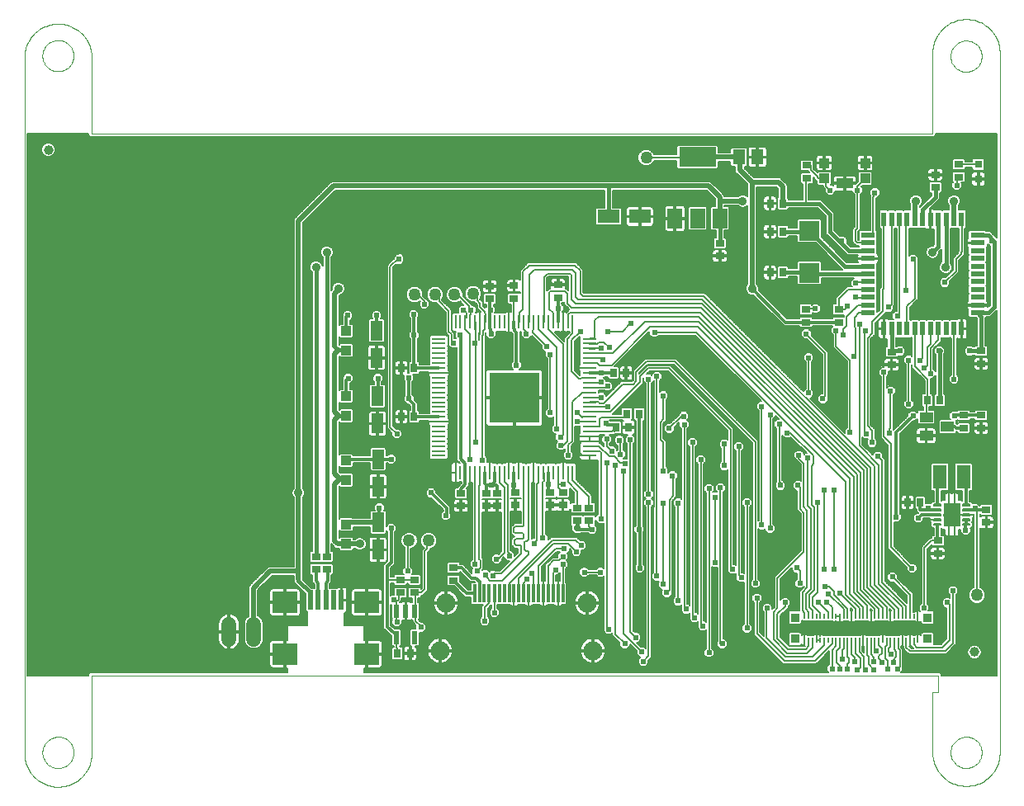
<source format=gtl>
G75*
G70*
%OFA0B0*%
%FSLAX24Y24*%
%IPPOS*%
%LPD*%
%AMOC8*
5,1,8,0,0,1.08239X$1,22.5*
%
%ADD10C,0.0000*%
%ADD11R,0.0110X0.1496*%
%ADD12R,0.0650X0.0945*%
%ADD13C,0.0055*%
%ADD14R,0.0551X0.0945*%
%ADD15R,0.0276X0.0354*%
%ADD16R,0.0354X0.0276*%
%ADD17R,0.0551X0.0394*%
%ADD18R,0.0580X0.0110*%
%ADD19R,0.0110X0.0580*%
%ADD20R,0.2050X0.2050*%
%ADD21R,0.0394X0.0394*%
%ADD22R,0.0472X0.0787*%
%ADD23R,0.0091X0.0197*%
%ADD24R,0.0354X0.0362*%
%ADD25R,0.0591X0.0787*%
%ADD26R,0.1496X0.0787*%
%ADD27R,0.0512X0.0591*%
%ADD28R,0.0118X0.0748*%
%ADD29C,0.0768*%
%ADD30C,0.0394*%
%ADD31R,0.0200X0.0580*%
%ADD32R,0.0580X0.0200*%
%ADD33R,0.0800X0.0800*%
%ADD34R,0.0315X0.0315*%
%ADD35C,0.0500*%
%ADD36R,0.0984X0.0866*%
%ADD37R,0.0197X0.0787*%
%ADD38R,0.0669X0.0394*%
%ADD39C,0.0600*%
%ADD40R,0.0866X0.0551*%
%ADD41R,0.0220X0.0520*%
%ADD42C,0.0060*%
%ADD43C,0.0240*%
%ADD44C,0.0160*%
%ADD45C,0.0197*%
%ADD46C,0.0277*%
%ADD47C,0.0356*%
%ADD48C,0.0120*%
%ADD49C,0.0079*%
%ADD50C,0.0118*%
%ADD51C,0.0157*%
D10*
X000504Y001489D02*
X000504Y029619D01*
X001232Y029639D02*
X001234Y029689D01*
X001240Y029739D01*
X001250Y029788D01*
X001264Y029836D01*
X001281Y029883D01*
X001302Y029928D01*
X001327Y029972D01*
X001355Y030013D01*
X001387Y030052D01*
X001421Y030089D01*
X001458Y030123D01*
X001498Y030153D01*
X001540Y030180D01*
X001584Y030204D01*
X001630Y030225D01*
X001677Y030241D01*
X001725Y030254D01*
X001775Y030263D01*
X001824Y030268D01*
X001875Y030269D01*
X001925Y030266D01*
X001974Y030259D01*
X002023Y030248D01*
X002071Y030233D01*
X002117Y030215D01*
X002162Y030193D01*
X002205Y030167D01*
X002246Y030138D01*
X002285Y030106D01*
X002321Y030071D01*
X002353Y030033D01*
X002383Y029993D01*
X002410Y029950D01*
X002433Y029906D01*
X002452Y029860D01*
X002468Y029812D01*
X002480Y029763D01*
X002488Y029714D01*
X002492Y029664D01*
X002492Y029614D01*
X002488Y029564D01*
X002480Y029515D01*
X002468Y029466D01*
X002452Y029418D01*
X002433Y029372D01*
X002410Y029328D01*
X002383Y029285D01*
X002353Y029245D01*
X002321Y029207D01*
X002285Y029172D01*
X002246Y029140D01*
X002205Y029111D01*
X002162Y029085D01*
X002117Y029063D01*
X002071Y029045D01*
X002023Y029030D01*
X001974Y029019D01*
X001925Y029012D01*
X001875Y029009D01*
X001824Y029010D01*
X001775Y029015D01*
X001725Y029024D01*
X001677Y029037D01*
X001630Y029053D01*
X001584Y029074D01*
X001540Y029098D01*
X001498Y029125D01*
X001458Y029155D01*
X001421Y029189D01*
X001387Y029226D01*
X001355Y029265D01*
X001327Y029306D01*
X001302Y029350D01*
X001281Y029395D01*
X001264Y029442D01*
X001250Y029490D01*
X001240Y029539D01*
X001234Y029589D01*
X001232Y029639D01*
X000504Y029619D02*
X000508Y029691D01*
X000517Y029763D01*
X000529Y029835D01*
X000545Y029905D01*
X000565Y029975D01*
X000588Y030043D01*
X000615Y030110D01*
X000646Y030176D01*
X000680Y030240D01*
X000717Y030302D01*
X000757Y030362D01*
X000801Y030419D01*
X000848Y030475D01*
X000897Y030527D01*
X000950Y030577D01*
X001005Y030624D01*
X001062Y030669D01*
X001122Y030710D01*
X001183Y030747D01*
X001247Y030782D01*
X001312Y030813D01*
X001379Y030840D01*
X001448Y030864D01*
X001517Y030884D01*
X001587Y030901D01*
X001659Y030914D01*
X001731Y030923D01*
X001803Y030928D01*
X001875Y030929D01*
X001947Y030926D01*
X002019Y030920D01*
X002091Y030910D01*
X002162Y030895D01*
X002232Y030878D01*
X002301Y030856D01*
X002369Y030831D01*
X002435Y030802D01*
X002500Y030770D01*
X002563Y030734D01*
X002624Y030695D01*
X002683Y030653D01*
X002739Y030608D01*
X002793Y030560D01*
X002845Y030509D01*
X002893Y030455D01*
X002939Y030399D01*
X002982Y030340D01*
X003021Y030280D01*
X003057Y030217D01*
X003090Y030153D01*
X003119Y030086D01*
X003145Y030019D01*
X003167Y029950D01*
X003185Y029880D01*
X003200Y029809D01*
X003211Y029737D01*
X003218Y029665D01*
X003221Y029593D01*
X003220Y029521D01*
X003220Y026489D01*
X037157Y026489D01*
X037157Y029757D01*
X037158Y029757D02*
X037160Y029829D01*
X037166Y029901D01*
X037175Y029973D01*
X037189Y030044D01*
X037206Y030114D01*
X037227Y030184D01*
X037251Y030252D01*
X037279Y030318D01*
X037311Y030383D01*
X037346Y030446D01*
X037384Y030508D01*
X037426Y030567D01*
X037471Y030624D01*
X037518Y030678D01*
X037569Y030730D01*
X037622Y030779D01*
X037677Y030825D01*
X037735Y030868D01*
X037796Y030908D01*
X037858Y030945D01*
X037922Y030978D01*
X037988Y031008D01*
X038055Y031034D01*
X038124Y031057D01*
X038194Y031076D01*
X038264Y031091D01*
X038336Y031103D01*
X038408Y031111D01*
X038480Y031115D01*
X038552Y031115D01*
X038624Y031111D01*
X038696Y031103D01*
X038768Y031091D01*
X038838Y031076D01*
X038908Y031057D01*
X038977Y031034D01*
X039044Y031008D01*
X039110Y030978D01*
X039174Y030945D01*
X039236Y030908D01*
X039297Y030868D01*
X039355Y030825D01*
X039410Y030779D01*
X039463Y030730D01*
X039514Y030678D01*
X039561Y030624D01*
X039606Y030567D01*
X039648Y030508D01*
X039686Y030446D01*
X039721Y030383D01*
X039753Y030318D01*
X039781Y030252D01*
X039805Y030184D01*
X039826Y030114D01*
X039843Y030044D01*
X039857Y029973D01*
X039866Y029901D01*
X039872Y029829D01*
X039874Y029757D01*
X039874Y001489D01*
X039872Y001417D01*
X039866Y001345D01*
X039857Y001273D01*
X039843Y001202D01*
X039826Y001132D01*
X039805Y001062D01*
X039781Y000994D01*
X039753Y000928D01*
X039721Y000863D01*
X039686Y000800D01*
X039648Y000738D01*
X039606Y000679D01*
X039561Y000622D01*
X039514Y000568D01*
X039463Y000516D01*
X039410Y000467D01*
X039355Y000421D01*
X039297Y000378D01*
X039236Y000338D01*
X039174Y000301D01*
X039110Y000268D01*
X039044Y000238D01*
X038977Y000212D01*
X038908Y000189D01*
X038838Y000170D01*
X038768Y000155D01*
X038696Y000143D01*
X038624Y000135D01*
X038552Y000131D01*
X038480Y000131D01*
X038408Y000135D01*
X038336Y000143D01*
X038264Y000155D01*
X038194Y000170D01*
X038124Y000189D01*
X038055Y000212D01*
X037988Y000238D01*
X037922Y000268D01*
X037858Y000301D01*
X037796Y000338D01*
X037735Y000378D01*
X037677Y000421D01*
X037622Y000467D01*
X037569Y000516D01*
X037518Y000568D01*
X037471Y000622D01*
X037426Y000679D01*
X037384Y000738D01*
X037346Y000800D01*
X037311Y000863D01*
X037279Y000928D01*
X037251Y000994D01*
X037227Y001062D01*
X037206Y001132D01*
X037189Y001202D01*
X037175Y001273D01*
X037166Y001345D01*
X037160Y001417D01*
X037158Y001489D01*
X037157Y001489D02*
X037157Y003911D01*
X037394Y003911D01*
X037394Y004600D01*
X003220Y004600D01*
X003220Y001430D01*
X003221Y001430D02*
X003217Y001358D01*
X003210Y001286D01*
X003199Y001215D01*
X003184Y001144D01*
X003165Y001074D01*
X003143Y001005D01*
X003117Y000938D01*
X003087Y000872D01*
X003054Y000807D01*
X003018Y000745D01*
X002978Y000684D01*
X002935Y000626D01*
X002889Y000570D01*
X002840Y000517D01*
X002789Y000466D01*
X002734Y000418D01*
X002678Y000373D01*
X002619Y000331D01*
X002558Y000293D01*
X002495Y000257D01*
X002430Y000225D01*
X002363Y000197D01*
X002295Y000172D01*
X002226Y000151D01*
X002156Y000133D01*
X002085Y000119D01*
X002013Y000109D01*
X001941Y000103D01*
X001869Y000101D01*
X001796Y000103D01*
X001724Y000108D01*
X001652Y000117D01*
X001581Y000130D01*
X001511Y000147D01*
X001441Y000168D01*
X001373Y000192D01*
X001307Y000220D01*
X001241Y000251D01*
X001178Y000286D01*
X001116Y000324D01*
X001057Y000365D01*
X001000Y000410D01*
X000945Y000457D01*
X000893Y000507D01*
X000844Y000560D01*
X000797Y000616D01*
X000754Y000673D01*
X000713Y000734D01*
X000676Y000796D01*
X000643Y000860D01*
X000613Y000925D01*
X000586Y000993D01*
X000563Y001061D01*
X000543Y001131D01*
X000528Y001202D01*
X000516Y001273D01*
X000508Y001345D01*
X000504Y001417D01*
X000503Y001490D01*
X001232Y001489D02*
X001234Y001539D01*
X001240Y001589D01*
X001250Y001638D01*
X001264Y001686D01*
X001281Y001733D01*
X001302Y001778D01*
X001327Y001822D01*
X001355Y001863D01*
X001387Y001902D01*
X001421Y001939D01*
X001458Y001973D01*
X001498Y002003D01*
X001540Y002030D01*
X001584Y002054D01*
X001630Y002075D01*
X001677Y002091D01*
X001725Y002104D01*
X001775Y002113D01*
X001824Y002118D01*
X001875Y002119D01*
X001925Y002116D01*
X001974Y002109D01*
X002023Y002098D01*
X002071Y002083D01*
X002117Y002065D01*
X002162Y002043D01*
X002205Y002017D01*
X002246Y001988D01*
X002285Y001956D01*
X002321Y001921D01*
X002353Y001883D01*
X002383Y001843D01*
X002410Y001800D01*
X002433Y001756D01*
X002452Y001710D01*
X002468Y001662D01*
X002480Y001613D01*
X002488Y001564D01*
X002492Y001514D01*
X002492Y001464D01*
X002488Y001414D01*
X002480Y001365D01*
X002468Y001316D01*
X002452Y001268D01*
X002433Y001222D01*
X002410Y001178D01*
X002383Y001135D01*
X002353Y001095D01*
X002321Y001057D01*
X002285Y001022D01*
X002246Y000990D01*
X002205Y000961D01*
X002162Y000935D01*
X002117Y000913D01*
X002071Y000895D01*
X002023Y000880D01*
X001974Y000869D01*
X001925Y000862D01*
X001875Y000859D01*
X001824Y000860D01*
X001775Y000865D01*
X001725Y000874D01*
X001677Y000887D01*
X001630Y000903D01*
X001584Y000924D01*
X001540Y000948D01*
X001498Y000975D01*
X001458Y001005D01*
X001421Y001039D01*
X001387Y001076D01*
X001355Y001115D01*
X001327Y001156D01*
X001302Y001200D01*
X001281Y001245D01*
X001264Y001292D01*
X001250Y001340D01*
X001240Y001389D01*
X001234Y001439D01*
X001232Y001489D01*
X037886Y001489D02*
X037888Y001539D01*
X037894Y001589D01*
X037904Y001638D01*
X037918Y001686D01*
X037935Y001733D01*
X037956Y001778D01*
X037981Y001822D01*
X038009Y001863D01*
X038041Y001902D01*
X038075Y001939D01*
X038112Y001973D01*
X038152Y002003D01*
X038194Y002030D01*
X038238Y002054D01*
X038284Y002075D01*
X038331Y002091D01*
X038379Y002104D01*
X038429Y002113D01*
X038478Y002118D01*
X038529Y002119D01*
X038579Y002116D01*
X038628Y002109D01*
X038677Y002098D01*
X038725Y002083D01*
X038771Y002065D01*
X038816Y002043D01*
X038859Y002017D01*
X038900Y001988D01*
X038939Y001956D01*
X038975Y001921D01*
X039007Y001883D01*
X039037Y001843D01*
X039064Y001800D01*
X039087Y001756D01*
X039106Y001710D01*
X039122Y001662D01*
X039134Y001613D01*
X039142Y001564D01*
X039146Y001514D01*
X039146Y001464D01*
X039142Y001414D01*
X039134Y001365D01*
X039122Y001316D01*
X039106Y001268D01*
X039087Y001222D01*
X039064Y001178D01*
X039037Y001135D01*
X039007Y001095D01*
X038975Y001057D01*
X038939Y001022D01*
X038900Y000990D01*
X038859Y000961D01*
X038816Y000935D01*
X038771Y000913D01*
X038725Y000895D01*
X038677Y000880D01*
X038628Y000869D01*
X038579Y000862D01*
X038529Y000859D01*
X038478Y000860D01*
X038429Y000865D01*
X038379Y000874D01*
X038331Y000887D01*
X038284Y000903D01*
X038238Y000924D01*
X038194Y000948D01*
X038152Y000975D01*
X038112Y001005D01*
X038075Y001039D01*
X038041Y001076D01*
X038009Y001115D01*
X037981Y001156D01*
X037956Y001200D01*
X037935Y001245D01*
X037918Y001292D01*
X037904Y001340D01*
X037894Y001389D01*
X037888Y001439D01*
X037886Y001489D01*
X037886Y029619D02*
X037888Y029669D01*
X037894Y029719D01*
X037904Y029768D01*
X037918Y029816D01*
X037935Y029863D01*
X037956Y029908D01*
X037981Y029952D01*
X038009Y029993D01*
X038041Y030032D01*
X038075Y030069D01*
X038112Y030103D01*
X038152Y030133D01*
X038194Y030160D01*
X038238Y030184D01*
X038284Y030205D01*
X038331Y030221D01*
X038379Y030234D01*
X038429Y030243D01*
X038478Y030248D01*
X038529Y030249D01*
X038579Y030246D01*
X038628Y030239D01*
X038677Y030228D01*
X038725Y030213D01*
X038771Y030195D01*
X038816Y030173D01*
X038859Y030147D01*
X038900Y030118D01*
X038939Y030086D01*
X038975Y030051D01*
X039007Y030013D01*
X039037Y029973D01*
X039064Y029930D01*
X039087Y029886D01*
X039106Y029840D01*
X039122Y029792D01*
X039134Y029743D01*
X039142Y029694D01*
X039146Y029644D01*
X039146Y029594D01*
X039142Y029544D01*
X039134Y029495D01*
X039122Y029446D01*
X039106Y029398D01*
X039087Y029352D01*
X039064Y029308D01*
X039037Y029265D01*
X039007Y029225D01*
X038975Y029187D01*
X038939Y029152D01*
X038900Y029120D01*
X038859Y029091D01*
X038816Y029065D01*
X038771Y029043D01*
X038725Y029025D01*
X038677Y029010D01*
X038628Y028999D01*
X038579Y028992D01*
X038529Y028989D01*
X038478Y028990D01*
X038429Y028995D01*
X038379Y029004D01*
X038331Y029017D01*
X038284Y029033D01*
X038238Y029054D01*
X038194Y029078D01*
X038152Y029105D01*
X038112Y029135D01*
X038075Y029169D01*
X038041Y029206D01*
X038009Y029245D01*
X037981Y029286D01*
X037956Y029330D01*
X037935Y029375D01*
X037918Y029422D01*
X037904Y029470D01*
X037894Y029519D01*
X037888Y029569D01*
X037886Y029619D01*
D11*
X037827Y011098D03*
X038044Y011098D03*
D12*
X037936Y011098D03*
D13*
X038376Y011126D02*
X038656Y011126D01*
X038656Y011070D01*
X038376Y011070D01*
X038376Y011126D01*
X038376Y011124D02*
X038656Y011124D01*
X038656Y011323D02*
X038376Y011323D01*
X038656Y011323D02*
X038656Y011267D01*
X038376Y011267D01*
X038376Y011323D01*
X038376Y011321D02*
X038656Y011321D01*
X038656Y011520D02*
X038376Y011520D01*
X038656Y011520D02*
X038656Y011464D01*
X038376Y011464D01*
X038376Y011520D01*
X038376Y011518D02*
X038656Y011518D01*
X038656Y010930D02*
X038376Y010930D01*
X038656Y010930D02*
X038656Y010874D01*
X038376Y010874D01*
X038376Y010930D01*
X038376Y010928D02*
X038656Y010928D01*
X038656Y010733D02*
X038376Y010733D01*
X038656Y010733D02*
X038656Y010677D01*
X038376Y010677D01*
X038376Y010733D01*
X038376Y010731D02*
X038656Y010731D01*
X037495Y010677D02*
X037215Y010677D01*
X037215Y010733D01*
X037495Y010733D01*
X037495Y010677D01*
X037495Y010731D02*
X037215Y010731D01*
X037215Y010874D02*
X037495Y010874D01*
X037215Y010874D02*
X037215Y010930D01*
X037495Y010930D01*
X037495Y010874D01*
X037495Y010928D02*
X037215Y010928D01*
X037215Y011070D02*
X037495Y011070D01*
X037215Y011070D02*
X037215Y011126D01*
X037495Y011126D01*
X037495Y011070D01*
X037495Y011124D02*
X037215Y011124D01*
X037215Y011267D02*
X037495Y011267D01*
X037215Y011267D02*
X037215Y011323D01*
X037495Y011323D01*
X037495Y011267D01*
X037495Y011321D02*
X037215Y011321D01*
X037215Y011464D02*
X037495Y011464D01*
X037215Y011464D02*
X037215Y011520D01*
X037495Y011520D01*
X037495Y011464D01*
X037495Y011518D02*
X037215Y011518D01*
D14*
X037463Y012614D03*
X038408Y012614D03*
D15*
X036668Y011597D03*
X036156Y011597D03*
X036941Y015722D03*
X037453Y015722D03*
X031114Y020879D03*
X030602Y020879D03*
X030602Y022533D03*
X031114Y022533D03*
X031114Y023674D03*
X030602Y023674D03*
X024795Y016824D03*
X024283Y016824D03*
X024815Y015170D03*
X025327Y015170D03*
X024894Y014619D03*
X024382Y014619D03*
X016232Y015052D03*
X015720Y015052D03*
X015720Y017021D03*
X016232Y017021D03*
X016075Y005485D03*
X015563Y005485D03*
D16*
X015681Y007946D03*
X016252Y007946D03*
X016252Y008458D03*
X015681Y008458D03*
X017827Y008438D03*
X017827Y008950D03*
X018122Y011450D03*
X018122Y011962D03*
X019146Y011962D03*
X019598Y011962D03*
X019598Y011450D03*
X019146Y011450D03*
X020327Y011489D03*
X020327Y012001D03*
X021724Y012001D03*
X021724Y011489D03*
X022236Y011489D03*
X022807Y011371D03*
X023299Y011371D03*
X023299Y010859D03*
X022807Y010859D03*
X022236Y012001D03*
X012709Y009403D03*
X012276Y009403D03*
X012276Y008891D03*
X012709Y008891D03*
X019283Y019816D03*
X019283Y020328D03*
X020268Y020348D03*
X020268Y019836D03*
X022039Y019875D03*
X022039Y020387D03*
X028575Y021548D03*
X028575Y022060D03*
X032039Y019383D03*
X032039Y018871D03*
X033378Y018871D03*
X033378Y019383D03*
X035504Y017670D03*
X035504Y017159D03*
X038417Y015111D03*
X038417Y014600D03*
X039126Y014600D03*
X039126Y015111D03*
X039126Y017198D03*
X039126Y017710D03*
X039333Y011295D03*
X039333Y010783D03*
X037371Y010043D03*
X037371Y009531D03*
X037276Y024324D03*
X037276Y024836D03*
X038220Y024737D03*
X038220Y025249D03*
X032098Y025210D03*
X032098Y024698D03*
D17*
X036902Y015033D03*
X036902Y014285D03*
X037768Y014659D03*
D18*
X023308Y014660D03*
X023308Y014860D03*
X023308Y015050D03*
X023308Y015250D03*
X023308Y015450D03*
X023308Y015640D03*
X023308Y015840D03*
X023308Y016040D03*
X023308Y016230D03*
X023308Y016430D03*
X023308Y016630D03*
X023308Y016820D03*
X023308Y017020D03*
X023308Y017220D03*
X023308Y017410D03*
X023308Y017610D03*
X023308Y017810D03*
X023308Y018010D03*
X023308Y018200D03*
X023308Y014460D03*
X023308Y014270D03*
X023308Y014070D03*
X023308Y013870D03*
X023308Y013670D03*
X023308Y013480D03*
X017228Y013480D03*
X017228Y013670D03*
X017228Y013870D03*
X017228Y014070D03*
X017228Y014270D03*
X017228Y014460D03*
X017228Y014660D03*
X017228Y014860D03*
X017228Y015050D03*
X017228Y015250D03*
X017228Y015450D03*
X017228Y015640D03*
X017228Y015840D03*
X017228Y016040D03*
X017228Y016230D03*
X017228Y016430D03*
X017228Y016630D03*
X017228Y016820D03*
X017228Y017020D03*
X017228Y017220D03*
X017228Y017410D03*
X017228Y017610D03*
X017228Y017810D03*
X017228Y018010D03*
X017228Y018200D03*
D19*
X017908Y018880D03*
X018098Y018880D03*
X018298Y018880D03*
X018498Y018880D03*
X018698Y018880D03*
X018888Y018880D03*
X019088Y018880D03*
X019288Y018880D03*
X019478Y018880D03*
X019678Y018880D03*
X019878Y018880D03*
X020068Y018880D03*
X020268Y018880D03*
X020468Y018880D03*
X020658Y018880D03*
X020858Y018880D03*
X021058Y018880D03*
X021248Y018880D03*
X021448Y018880D03*
X021648Y018880D03*
X021838Y018880D03*
X022038Y018880D03*
X022238Y018880D03*
X022438Y018880D03*
X022628Y018880D03*
X022628Y012800D03*
X022438Y012800D03*
X022238Y012800D03*
X022038Y012800D03*
X021838Y012800D03*
X021648Y012800D03*
X021448Y012800D03*
X021248Y012800D03*
X021058Y012800D03*
X020858Y012800D03*
X020658Y012800D03*
X020468Y012800D03*
X020268Y012800D03*
X020068Y012800D03*
X019878Y012800D03*
X019678Y012800D03*
X019478Y012800D03*
X019288Y012800D03*
X019088Y012800D03*
X018888Y012800D03*
X018698Y012800D03*
X018498Y012800D03*
X018298Y012800D03*
X018098Y012800D03*
X017908Y012800D03*
D20*
X020278Y015820D03*
D21*
X013496Y015879D03*
X013496Y015092D03*
X013496Y013281D03*
X013496Y012493D03*
X013496Y010702D03*
X013496Y009914D03*
X013496Y017729D03*
X013496Y018517D03*
X032787Y024678D03*
X032787Y025308D03*
X034441Y025308D03*
X034441Y024678D03*
D22*
X014717Y018537D03*
X014717Y017434D03*
X014756Y015879D03*
X014756Y014777D03*
X014776Y013340D03*
X014776Y012237D03*
X014776Y010781D03*
X014776Y009678D03*
D23*
X032000Y006981D03*
X032157Y006981D03*
X032315Y006981D03*
X032472Y006981D03*
X032630Y006981D03*
X032787Y006981D03*
X032945Y006981D03*
X033102Y006981D03*
X033260Y006981D03*
X033417Y006981D03*
X033575Y006981D03*
X033732Y006981D03*
X033890Y006981D03*
X034047Y006981D03*
X034205Y006981D03*
X034362Y006981D03*
X034520Y006981D03*
X034677Y006981D03*
X034835Y006981D03*
X034992Y006981D03*
X035150Y006981D03*
X035307Y006981D03*
X035465Y006981D03*
X035622Y006981D03*
X035780Y006981D03*
X035937Y006981D03*
X036094Y006981D03*
X036252Y006981D03*
X036409Y006981D03*
X036567Y006981D03*
X036567Y006037D03*
X036409Y006037D03*
X036252Y006037D03*
X036094Y006037D03*
X035937Y006037D03*
X035780Y006037D03*
X035622Y006037D03*
X035465Y006037D03*
X035307Y006037D03*
X035150Y006037D03*
X034992Y006037D03*
X034835Y006037D03*
X034677Y006037D03*
X034520Y006037D03*
X034362Y006037D03*
X034205Y006037D03*
X034047Y006037D03*
X033890Y006037D03*
X033732Y006037D03*
X033575Y006037D03*
X033417Y006037D03*
X033260Y006037D03*
X033102Y006037D03*
X032945Y006037D03*
X032787Y006037D03*
X032630Y006037D03*
X032472Y006037D03*
X032315Y006037D03*
X032157Y006037D03*
X032000Y006037D03*
D24*
X031606Y006076D03*
X031606Y006942D03*
X036961Y006942D03*
X036961Y006076D03*
D25*
X028575Y023064D03*
X027669Y023064D03*
X026764Y023064D03*
D26*
X027669Y025544D03*
D27*
X029343Y025544D03*
X030091Y025544D03*
D28*
X022236Y007911D03*
X022039Y007911D03*
X021843Y007911D03*
X021646Y007911D03*
X021449Y007911D03*
X021252Y007911D03*
X021055Y007911D03*
X020858Y007911D03*
X020661Y007911D03*
X020465Y007911D03*
X020268Y007911D03*
X020071Y007911D03*
X019874Y007911D03*
X019677Y007911D03*
X019480Y007911D03*
X019264Y007911D03*
X019067Y007911D03*
X018870Y007911D03*
X018673Y007911D03*
D29*
X017512Y007533D03*
X017276Y005603D03*
X023457Y005603D03*
X023220Y007533D03*
D30*
X038850Y005544D03*
X001469Y025840D03*
D31*
X035194Y023030D03*
X035504Y023030D03*
X035824Y023030D03*
X036134Y023030D03*
X036454Y023030D03*
X036764Y023030D03*
X037074Y023030D03*
X037394Y023030D03*
X037704Y023030D03*
X038024Y023030D03*
X038334Y023030D03*
X038334Y018610D03*
X038024Y018610D03*
X037704Y018610D03*
X037394Y018610D03*
X037074Y018610D03*
X036764Y018610D03*
X036454Y018610D03*
X036134Y018610D03*
X035824Y018610D03*
X035504Y018610D03*
X035194Y018610D03*
D32*
X034554Y019250D03*
X034554Y019560D03*
X034554Y019880D03*
X034554Y020190D03*
X034554Y020510D03*
X034554Y020820D03*
X034554Y021130D03*
X034554Y021450D03*
X034554Y021760D03*
X034554Y022080D03*
X034554Y022390D03*
X038974Y022390D03*
X038974Y022080D03*
X038974Y021760D03*
X038974Y021450D03*
X038974Y021130D03*
X038974Y020820D03*
X038974Y020510D03*
X038974Y020190D03*
X038974Y019880D03*
X038974Y019560D03*
X038974Y019250D03*
D33*
X032187Y020872D03*
X032187Y022572D03*
D34*
X039008Y024659D03*
X039008Y025249D03*
D35*
X025602Y025525D03*
X018614Y020033D03*
X017866Y019993D03*
X017079Y019993D03*
X016252Y019993D03*
X016035Y010052D03*
X016823Y010052D03*
X038949Y007848D03*
D36*
X014323Y007552D03*
X014323Y005466D03*
X011016Y005466D03*
X011016Y007552D03*
D37*
X012039Y007651D03*
X012354Y007651D03*
X012669Y007651D03*
X012984Y007651D03*
X013299Y007651D03*
D38*
X033614Y024481D03*
D39*
X009764Y006671D02*
X009764Y006071D01*
X008764Y006071D02*
X008764Y006671D01*
D40*
X024087Y023143D03*
X025346Y023143D03*
D41*
X016268Y007206D03*
X015898Y007206D03*
X015528Y007206D03*
X015528Y006126D03*
X016268Y006126D03*
D42*
X016468Y006102D02*
X017148Y006102D01*
X017155Y006105D02*
X017078Y006080D01*
X017006Y006043D01*
X016941Y005995D01*
X016884Y005938D01*
X016836Y005873D01*
X016799Y005801D01*
X016774Y005724D01*
X016762Y005644D01*
X016762Y005633D01*
X017245Y005633D01*
X017245Y005573D01*
X016762Y005573D01*
X016762Y005563D01*
X016774Y005483D01*
X016799Y005406D01*
X016836Y005334D01*
X016884Y005269D01*
X016941Y005211D01*
X017006Y005164D01*
X017078Y005127D01*
X017155Y005102D01*
X017235Y005090D01*
X017246Y005090D01*
X017246Y005573D01*
X017306Y005573D01*
X017306Y005633D01*
X017789Y005633D01*
X017789Y005644D01*
X017777Y005724D01*
X017752Y005801D01*
X017715Y005873D01*
X017668Y005938D01*
X017610Y005995D01*
X017545Y006043D01*
X017473Y006080D01*
X017396Y006105D01*
X017316Y006117D01*
X017306Y006117D01*
X017306Y005634D01*
X017246Y005634D01*
X017246Y006117D01*
X017235Y006117D01*
X017155Y006105D01*
X017246Y006102D02*
X017306Y006102D01*
X017306Y006044D02*
X017246Y006044D01*
X017246Y005985D02*
X017306Y005985D01*
X017306Y005927D02*
X017246Y005927D01*
X017246Y005868D02*
X017306Y005868D01*
X017306Y005810D02*
X017246Y005810D01*
X017246Y005751D02*
X017306Y005751D01*
X017306Y005693D02*
X017246Y005693D01*
X017246Y005634D02*
X017306Y005634D01*
X017306Y005576D02*
X023426Y005576D01*
X023426Y005573D02*
X022943Y005573D01*
X022943Y005563D01*
X022955Y005483D01*
X022980Y005406D01*
X023017Y005334D01*
X023065Y005269D01*
X023122Y005211D01*
X023187Y005164D01*
X023259Y005127D01*
X023336Y005102D01*
X023416Y005090D01*
X023427Y005090D01*
X023427Y005573D01*
X023487Y005573D01*
X023487Y005633D01*
X023971Y005633D01*
X023971Y005644D01*
X023958Y005724D01*
X023933Y005801D01*
X023896Y005873D01*
X023849Y005938D01*
X023791Y005995D01*
X023726Y006043D01*
X023654Y006080D01*
X023577Y006105D01*
X023497Y006117D01*
X023487Y006117D01*
X023487Y005634D01*
X023427Y005634D01*
X023427Y006117D01*
X023416Y006117D01*
X023336Y006105D01*
X023259Y006080D01*
X023187Y006043D01*
X023122Y005995D01*
X023065Y005938D01*
X023017Y005873D01*
X022980Y005801D01*
X022955Y005724D01*
X022943Y005644D01*
X022943Y005633D01*
X023426Y005633D01*
X023426Y005573D01*
X023427Y005517D02*
X023487Y005517D01*
X023487Y005573D02*
X023487Y005090D01*
X023497Y005090D01*
X023577Y005102D01*
X023654Y005127D01*
X023726Y005164D01*
X023791Y005211D01*
X023849Y005269D01*
X023896Y005334D01*
X023933Y005406D01*
X023958Y005483D01*
X023971Y005563D01*
X023971Y005573D01*
X023487Y005573D01*
X023487Y005576D02*
X025215Y005576D01*
X025215Y005585D02*
X025215Y005457D01*
X025338Y005334D01*
X025351Y005334D01*
X025274Y005257D01*
X025274Y005083D01*
X025397Y004960D01*
X025571Y004960D01*
X025694Y005083D01*
X025694Y005211D01*
X025750Y005267D01*
X025821Y005337D01*
X025821Y011411D01*
X025911Y011501D01*
X025911Y011675D01*
X025830Y011755D01*
X025911Y011835D01*
X025911Y012009D01*
X025821Y012099D01*
X025821Y016391D01*
X025911Y016481D01*
X025911Y016514D01*
X025915Y016509D01*
X025915Y011441D01*
X025896Y011421D01*
X025896Y008773D01*
X025825Y008702D01*
X025825Y008528D01*
X025948Y008405D01*
X026119Y008405D01*
X026081Y008368D01*
X026081Y008194D01*
X026204Y008071D01*
X026257Y008071D01*
X026219Y008033D01*
X026219Y007859D01*
X026342Y007736D01*
X026516Y007736D01*
X026639Y007859D01*
X026639Y007986D01*
X026667Y008014D01*
X026667Y008114D01*
X026667Y011656D01*
X026805Y011794D01*
X026805Y011893D01*
X026805Y012513D01*
X026875Y012583D01*
X026875Y012757D01*
X026752Y012880D01*
X026578Y012880D01*
X026501Y012803D01*
X026501Y012954D01*
X026411Y013044D01*
X026411Y014059D01*
X026341Y014129D01*
X026293Y014177D01*
X026293Y014786D01*
X026411Y014904D01*
X026411Y015004D01*
X026411Y015722D01*
X026501Y015812D01*
X026501Y015986D01*
X026378Y016109D01*
X026204Y016109D01*
X026155Y016060D01*
X026155Y016509D01*
X026245Y016599D01*
X026245Y016773D01*
X026122Y016896D01*
X025948Y016896D01*
X025825Y016773D01*
X025825Y016740D01*
X025788Y016778D01*
X025628Y016778D01*
X025750Y016901D01*
X026478Y016901D01*
X028888Y014491D01*
X028888Y014111D01*
X028839Y014160D01*
X028665Y014160D01*
X028542Y014037D01*
X028542Y013863D01*
X028632Y013773D01*
X028632Y013261D01*
X028542Y013171D01*
X028542Y012997D01*
X028665Y012874D01*
X028839Y012874D01*
X028888Y012923D01*
X028888Y008989D01*
X028877Y008978D01*
X028877Y008804D01*
X029000Y008681D01*
X029174Y008681D01*
X029223Y008730D01*
X029223Y008704D01*
X029223Y008605D01*
X029231Y008597D01*
X029231Y008469D01*
X029354Y008346D01*
X029528Y008346D01*
X029557Y008375D01*
X029557Y006686D01*
X029467Y006596D01*
X029467Y006422D01*
X029590Y006299D01*
X029764Y006299D01*
X029887Y006422D01*
X029887Y006596D01*
X029797Y006686D01*
X029797Y011411D01*
X029887Y011501D01*
X029887Y011675D01*
X029764Y011798D01*
X029590Y011798D01*
X029467Y011675D01*
X029467Y011501D01*
X029557Y011411D01*
X029557Y008737D01*
X029528Y008766D01*
X029462Y008766D01*
X029462Y013674D01*
X029553Y013764D01*
X029553Y013938D01*
X029429Y014061D01*
X029256Y014061D01*
X029132Y013938D01*
X029132Y013764D01*
X029223Y013674D01*
X029223Y009052D01*
X029174Y009101D01*
X029128Y009101D01*
X029128Y014491D01*
X029128Y014590D01*
X026577Y017141D01*
X026478Y017141D01*
X025651Y017141D01*
X025581Y017070D01*
X025309Y016799D01*
X025309Y016814D01*
X025652Y017157D01*
X026714Y017157D01*
X029892Y013979D01*
X029892Y008497D01*
X029802Y008407D01*
X029802Y008233D01*
X029925Y008110D01*
X030099Y008110D01*
X030222Y008233D01*
X030222Y008407D01*
X030132Y008497D01*
X030132Y010521D01*
X030181Y010472D01*
X030355Y010472D01*
X030392Y010510D01*
X030392Y010457D01*
X030515Y010334D01*
X030689Y010334D01*
X030812Y010457D01*
X030812Y010631D01*
X030722Y010721D01*
X030722Y014954D01*
X030812Y015044D01*
X030812Y015106D01*
X030951Y014967D01*
X030889Y014967D01*
X030766Y014844D01*
X030766Y014670D01*
X030856Y014580D01*
X030856Y012414D01*
X030806Y012364D01*
X030806Y012190D01*
X030929Y012067D01*
X031103Y012067D01*
X031226Y012190D01*
X031226Y012364D01*
X031103Y012487D01*
X031096Y012487D01*
X031096Y014301D01*
X031204Y014193D01*
X031378Y014193D01*
X031424Y014238D01*
X032073Y013589D01*
X032031Y013589D01*
X031974Y013532D01*
X031974Y013584D01*
X031851Y013707D01*
X031677Y013707D01*
X031554Y013584D01*
X031554Y013410D01*
X031644Y013320D01*
X031644Y013310D01*
X031841Y013113D01*
X031841Y012457D01*
X031811Y012487D01*
X031637Y012487D01*
X031514Y012364D01*
X031514Y012190D01*
X031637Y012067D01*
X031683Y012067D01*
X031683Y011282D01*
X031753Y011212D01*
X031841Y011125D01*
X031841Y009649D01*
X030778Y008586D01*
X030778Y008487D01*
X030778Y007366D01*
X030694Y007282D01*
X030694Y007403D01*
X030571Y007526D01*
X030397Y007526D01*
X030274Y007403D01*
X030274Y007229D01*
X030345Y007159D01*
X030345Y006202D01*
X030200Y006346D01*
X030200Y007562D01*
X030281Y007642D01*
X030281Y007816D01*
X030158Y007939D01*
X029984Y007939D01*
X029861Y007816D01*
X029861Y007642D01*
X029941Y007562D01*
X029941Y006239D01*
X030017Y006163D01*
X031120Y005061D01*
X031227Y005061D01*
X032467Y005061D01*
X032543Y005136D01*
X032982Y005576D01*
X032982Y005052D01*
X032892Y004962D01*
X032892Y004788D01*
X032951Y004729D01*
X014215Y004729D01*
X014215Y004903D01*
X014293Y004903D01*
X014293Y005436D01*
X014353Y005436D01*
X014353Y005496D01*
X014293Y005496D01*
X014293Y006029D01*
X014215Y006029D01*
X014215Y006600D01*
X014197Y006618D01*
X013428Y006618D01*
X013428Y007130D01*
X013448Y007136D01*
X013477Y007153D01*
X013502Y007177D01*
X013519Y007207D01*
X013528Y007240D01*
X013528Y007631D01*
X013319Y007631D01*
X013319Y007670D01*
X013528Y007670D01*
X013528Y008062D01*
X013519Y008095D01*
X013502Y008124D01*
X013477Y008148D01*
X013448Y008166D01*
X013415Y008174D01*
X013318Y008174D01*
X013318Y007670D01*
X013280Y007670D01*
X013280Y008174D01*
X013184Y008174D01*
X013151Y008166D01*
X013121Y008148D01*
X013107Y008134D01*
X012849Y008134D01*
X012827Y008113D01*
X012819Y008120D01*
X012819Y008278D01*
X012898Y008356D01*
X012898Y008663D01*
X012923Y008663D01*
X012976Y008716D01*
X012976Y009066D01*
X012923Y009119D01*
X012494Y009119D01*
X012492Y009116D01*
X012490Y009119D01*
X012061Y009119D01*
X012008Y009066D01*
X012008Y008716D01*
X012061Y008663D01*
X012126Y008663D01*
X012126Y008356D01*
X012204Y008278D01*
X012204Y008120D01*
X012197Y008113D01*
X012175Y008134D01*
X012091Y008134D01*
X011755Y008470D01*
X011755Y008734D01*
X011755Y011791D01*
X011794Y011830D01*
X011835Y011928D01*
X011835Y012035D01*
X011794Y012133D01*
X011755Y012172D01*
X011755Y022888D01*
X013062Y024195D01*
X023918Y024195D01*
X023918Y023508D01*
X023616Y023508D01*
X023564Y023456D01*
X023564Y022830D01*
X023616Y022777D01*
X024557Y022777D01*
X024610Y022830D01*
X024610Y023456D01*
X024557Y023508D01*
X024255Y023508D01*
X024255Y024195D01*
X028044Y024195D01*
X028386Y023852D01*
X028386Y023851D01*
X028386Y023695D01*
X028386Y023548D01*
X028242Y023548D01*
X028190Y023495D01*
X028190Y022633D01*
X028242Y022580D01*
X028405Y022580D01*
X028405Y022288D01*
X028360Y022288D01*
X028308Y022235D01*
X028308Y021885D01*
X028360Y021832D01*
X028789Y021832D01*
X028842Y021885D01*
X028842Y022235D01*
X028789Y022288D01*
X028745Y022288D01*
X028745Y022580D01*
X028907Y022580D01*
X028960Y022633D01*
X028960Y023495D01*
X028907Y023548D01*
X028763Y023548D01*
X028763Y023584D01*
X029309Y023584D01*
X029348Y023545D01*
X029447Y023505D01*
X029553Y023505D01*
X029652Y023545D01*
X029686Y023579D01*
X029686Y020420D01*
X029647Y020381D01*
X029606Y020283D01*
X029606Y020176D01*
X029647Y020078D01*
X029722Y020002D01*
X029821Y019961D01*
X029927Y019961D01*
X029930Y019963D01*
X031171Y018722D01*
X031294Y018722D01*
X031772Y018722D01*
X031772Y018696D01*
X031825Y018643D01*
X032254Y018643D01*
X032306Y018696D01*
X032306Y018722D01*
X033111Y018722D01*
X033111Y018696D01*
X033117Y018690D01*
X033050Y018624D01*
X033050Y018450D01*
X033140Y018359D01*
X033140Y017857D01*
X033210Y017787D01*
X033711Y017286D01*
X033711Y014619D01*
X033621Y014529D01*
X033621Y014408D01*
X032222Y015807D01*
X032244Y015807D01*
X032367Y015930D01*
X032367Y016104D01*
X032277Y016194D01*
X032277Y017257D01*
X032367Y017347D01*
X032367Y017521D01*
X032244Y017644D01*
X032070Y017644D01*
X031947Y017521D01*
X031947Y017347D01*
X032037Y017257D01*
X032037Y016194D01*
X031947Y016104D01*
X031947Y016082D01*
X028045Y019984D01*
X027975Y020054D01*
X023093Y020054D01*
X023065Y020082D01*
X023065Y020908D01*
X023065Y021007D01*
X022778Y021294D01*
X022679Y021294D01*
X020928Y021294D01*
X020828Y021294D01*
X020572Y021038D01*
X020502Y020968D01*
X020502Y020602D01*
X020495Y020606D01*
X020462Y020615D01*
X020298Y020615D01*
X020298Y020378D01*
X020238Y020378D01*
X020238Y020615D01*
X020073Y020615D01*
X020040Y020606D01*
X020011Y020589D01*
X019987Y020565D01*
X019969Y020536D01*
X019961Y020502D01*
X019961Y020377D01*
X020238Y020377D01*
X020238Y020318D01*
X019961Y020318D01*
X019961Y020193D01*
X019969Y020160D01*
X019987Y020130D01*
X020011Y020106D01*
X020040Y020089D01*
X020073Y020080D01*
X020238Y020080D01*
X020238Y020317D01*
X020298Y020317D01*
X020298Y020080D01*
X020462Y020080D01*
X020495Y020089D01*
X020502Y020093D01*
X020502Y020044D01*
X020482Y020064D01*
X020053Y020064D01*
X020001Y020011D01*
X020001Y019661D01*
X020053Y019608D01*
X020148Y019608D01*
X020148Y019298D01*
X020140Y019300D01*
X020068Y019300D01*
X020068Y018880D01*
X020067Y018880D01*
X020067Y019300D01*
X019996Y019300D01*
X019963Y019291D01*
X019933Y019274D01*
X019919Y019260D01*
X019785Y019260D01*
X019778Y019252D01*
X019770Y019260D01*
X019585Y019260D01*
X019578Y019252D01*
X019570Y019260D01*
X019496Y019260D01*
X019513Y019276D01*
X019513Y019450D01*
X020148Y019450D01*
X020148Y019392D02*
X019513Y019392D01*
X019513Y019450D02*
X019437Y019527D01*
X019437Y019588D01*
X019498Y019588D01*
X019551Y019641D01*
X019551Y019991D01*
X019498Y020044D01*
X019069Y020044D01*
X019016Y019991D01*
X019016Y019641D01*
X019069Y019588D01*
X019139Y019588D01*
X019139Y019496D01*
X019093Y019450D01*
X019093Y019448D01*
X019010Y019531D01*
X019010Y019689D01*
X018939Y019759D01*
X018892Y019807D01*
X018892Y019829D01*
X018902Y019840D01*
X018954Y019965D01*
X018954Y020100D01*
X018902Y020225D01*
X018807Y020321D01*
X018682Y020373D01*
X018546Y020373D01*
X018422Y020321D01*
X018326Y020225D01*
X018274Y020100D01*
X018274Y019965D01*
X018326Y019840D01*
X018422Y019744D01*
X018546Y019693D01*
X018666Y019693D01*
X018770Y019589D01*
X018770Y019531D01*
X018770Y019432D01*
X018902Y019300D01*
X018888Y019300D01*
X018888Y018880D01*
X018887Y018880D01*
X018887Y019300D01*
X018816Y019300D01*
X018783Y019291D01*
X018753Y019274D01*
X018739Y019260D01*
X018729Y019260D01*
X018745Y019276D01*
X018745Y019450D01*
X018770Y019450D01*
X018745Y019450D02*
X018622Y019573D01*
X018574Y019573D01*
X018506Y019641D01*
X018206Y019941D01*
X018206Y020061D01*
X018154Y020186D01*
X018059Y020281D01*
X017934Y020333D01*
X017798Y020333D01*
X017674Y020281D01*
X017578Y020186D01*
X017526Y020061D01*
X017526Y019926D01*
X017578Y019801D01*
X017674Y019705D01*
X017798Y019653D01*
X017934Y019653D01*
X018059Y019705D01*
X018081Y019727D01*
X018234Y019573D01*
X018133Y019573D01*
X018010Y019450D01*
X018010Y019276D01*
X018027Y019260D01*
X018005Y019260D01*
X018003Y019257D01*
X018000Y019260D01*
X017815Y019260D01*
X017763Y019207D01*
X017763Y018552D01*
X017815Y018500D01*
X017926Y018500D01*
X017873Y018446D01*
X017873Y018272D01*
X017910Y018235D01*
X017868Y018235D01*
X017868Y018429D01*
X017798Y018499D01*
X017750Y018547D01*
X017750Y019374D01*
X017680Y019444D01*
X017356Y019767D01*
X017356Y019790D01*
X017367Y019801D01*
X017419Y019926D01*
X017419Y020061D01*
X017367Y020186D01*
X017271Y020281D01*
X017146Y020333D01*
X017011Y020333D01*
X016886Y020281D01*
X016791Y020186D01*
X016739Y020061D01*
X016739Y019926D01*
X016791Y019801D01*
X016886Y019705D01*
X017011Y019653D01*
X017131Y019653D01*
X017510Y019274D01*
X017510Y018547D01*
X017510Y018447D01*
X017628Y018329D01*
X017628Y018153D01*
X017628Y018123D01*
X017617Y018112D01*
X017617Y017938D01*
X017740Y017815D01*
X017914Y017815D01*
X017953Y017854D01*
X017953Y013421D01*
X017953Y013298D01*
X018071Y013180D01*
X018057Y013180D01*
X018043Y013194D01*
X018013Y013211D01*
X017980Y013220D01*
X017908Y013220D01*
X017908Y012800D01*
X017907Y012800D01*
X017907Y012799D01*
X017908Y012799D01*
X017908Y012380D01*
X017980Y012380D01*
X018013Y012389D01*
X018043Y012406D01*
X018057Y012420D01*
X018150Y012420D01*
X018150Y012378D01*
X017973Y012201D01*
X017973Y012189D01*
X017908Y012189D01*
X017855Y012137D01*
X017855Y011787D01*
X017908Y011734D01*
X018336Y011734D01*
X018389Y011787D01*
X018389Y012137D01*
X018360Y012166D01*
X018361Y012167D01*
X018448Y012254D01*
X018448Y012380D01*
X018497Y012380D01*
X018497Y012799D01*
X018498Y012799D01*
X018498Y012380D01*
X018570Y012380D01*
X018573Y012381D01*
X018573Y009284D01*
X018483Y009194D01*
X018483Y009020D01*
X018583Y008920D01*
X018562Y008899D01*
X018562Y008742D01*
X018292Y009012D01*
X018204Y009100D01*
X018094Y009100D01*
X018094Y009125D01*
X018041Y009178D01*
X017612Y009178D01*
X017560Y009125D01*
X017560Y008775D01*
X017612Y008722D01*
X018041Y008722D01*
X018094Y008775D01*
X018094Y008786D01*
X018493Y008387D01*
X018617Y008387D01*
X018670Y008387D01*
X018682Y008375D01*
X018577Y008375D01*
X018524Y008322D01*
X018524Y008061D01*
X018416Y008061D01*
X018094Y008383D01*
X018094Y008613D01*
X018041Y008666D01*
X017612Y008666D01*
X017560Y008613D01*
X017560Y008263D01*
X017612Y008210D01*
X017842Y008210D01*
X018292Y007761D01*
X018416Y007761D01*
X018524Y007761D01*
X018524Y007499D01*
X018577Y007447D01*
X018770Y007447D01*
X018772Y007449D01*
X018774Y007447D01*
X018966Y007447D01*
X018969Y007449D01*
X018971Y007447D01*
X019008Y007447D01*
X018967Y007405D01*
X018967Y006981D01*
X018877Y006891D01*
X018877Y006717D01*
X019000Y006594D01*
X019174Y006594D01*
X019297Y006717D01*
X019297Y006891D01*
X019207Y006981D01*
X019342Y006981D01*
X019393Y006929D02*
X019567Y006929D01*
X019690Y007052D01*
X019690Y007226D01*
X019600Y007316D01*
X019600Y007447D01*
X019773Y007447D01*
X019776Y007449D01*
X019778Y007447D01*
X019970Y007447D01*
X019972Y007449D01*
X019975Y007447D01*
X020115Y007447D01*
X020129Y007433D01*
X020158Y007415D01*
X020191Y007407D01*
X020267Y007407D01*
X020267Y007910D01*
X020268Y007910D01*
X020268Y007407D01*
X020344Y007407D01*
X020377Y007415D01*
X020407Y007433D01*
X020421Y007447D01*
X020561Y007447D01*
X020563Y007449D01*
X020565Y007447D01*
X020705Y007447D01*
X020719Y007433D01*
X020749Y007415D01*
X020782Y007407D01*
X020858Y007407D01*
X020858Y007910D01*
X020858Y007910D01*
X020858Y007407D01*
X020934Y007407D01*
X020967Y007415D01*
X020997Y007433D01*
X021011Y007447D01*
X021151Y007447D01*
X021154Y007449D01*
X021156Y007447D01*
X021296Y007447D01*
X021310Y007433D01*
X021340Y007415D01*
X021373Y007407D01*
X021449Y007407D01*
X021525Y007407D01*
X021558Y007415D01*
X021588Y007433D01*
X021602Y007447D01*
X021742Y007447D01*
X021744Y007449D01*
X021746Y007447D01*
X021886Y007447D01*
X021900Y007433D01*
X021930Y007415D01*
X021963Y007407D01*
X022039Y007407D01*
X022039Y007910D01*
X022040Y007910D01*
X022040Y007407D01*
X022116Y007407D01*
X022149Y007415D01*
X022178Y007433D01*
X022192Y007447D01*
X022333Y007447D01*
X022385Y007499D01*
X022385Y008322D01*
X022356Y008351D01*
X022356Y008911D01*
X022446Y009001D01*
X022446Y009175D01*
X022376Y009245D01*
X022446Y009316D01*
X022446Y009490D01*
X022405Y009531D01*
X022505Y009631D01*
X022505Y009712D01*
X022577Y009640D01*
X022577Y009513D01*
X022700Y009389D01*
X022874Y009389D01*
X022997Y009513D01*
X022997Y009645D01*
X023071Y009645D01*
X023194Y009768D01*
X023194Y009942D01*
X023071Y010065D01*
X022944Y010065D01*
X022817Y010192D01*
X022718Y010192D01*
X021853Y010192D01*
X021753Y010192D01*
X021639Y010078D01*
X021639Y010238D01*
X021549Y010328D01*
X021549Y011221D01*
X021694Y011221D01*
X021694Y011459D01*
X021754Y011459D01*
X021754Y011221D01*
X021919Y011221D01*
X021952Y011230D01*
X021980Y011247D01*
X022009Y011230D01*
X022042Y011221D01*
X022206Y011221D01*
X022206Y011459D01*
X022266Y011459D01*
X022266Y011221D01*
X022431Y011221D01*
X022464Y011230D01*
X022493Y011247D01*
X022517Y011272D01*
X022534Y011301D01*
X022540Y011322D01*
X022540Y011196D01*
X022593Y011143D01*
X023021Y011143D01*
X023053Y011175D01*
X023085Y011143D01*
X023514Y011143D01*
X023566Y011196D01*
X023652Y011196D01*
X023652Y011254D02*
X023566Y011254D01*
X023566Y011196D02*
X023566Y011546D01*
X023514Y011599D01*
X023419Y011599D01*
X023419Y011874D01*
X023349Y011944D01*
X022773Y012520D01*
X022773Y013127D01*
X022720Y013180D01*
X022535Y013180D01*
X022533Y013177D01*
X022530Y013180D01*
X022387Y013180D01*
X022373Y013194D01*
X022343Y013211D01*
X022310Y013220D01*
X022238Y013220D01*
X022238Y012800D01*
X022237Y012800D01*
X022237Y013220D01*
X022166Y013220D01*
X022133Y013211D01*
X022103Y013194D01*
X022089Y013180D01*
X021945Y013180D01*
X021938Y013172D01*
X021930Y013180D01*
X021745Y013180D01*
X021743Y013177D01*
X021740Y013180D01*
X021555Y013180D01*
X021548Y013172D01*
X021540Y013180D01*
X021355Y013180D01*
X021348Y013172D01*
X021340Y013180D01*
X021207Y013180D01*
X021193Y013194D01*
X021163Y013211D01*
X021130Y013220D01*
X021058Y013220D01*
X021058Y012800D01*
X021057Y012800D01*
X021057Y013220D01*
X020986Y013220D01*
X020953Y013211D01*
X020923Y013194D01*
X020909Y013180D01*
X020765Y013180D01*
X020758Y013172D01*
X020750Y013180D01*
X020617Y013180D01*
X020603Y013194D01*
X020573Y013211D01*
X020540Y013220D01*
X020468Y013220D01*
X020468Y012800D01*
X020467Y012800D01*
X020467Y013220D01*
X020396Y013220D01*
X020363Y013211D01*
X020333Y013194D01*
X020319Y013180D01*
X020217Y013180D01*
X020203Y013194D01*
X020173Y013211D01*
X020140Y013220D01*
X020068Y013220D01*
X020068Y012800D01*
X020067Y012800D01*
X020067Y013220D01*
X019996Y013220D01*
X019963Y013211D01*
X019933Y013194D01*
X019919Y013180D01*
X019785Y013180D01*
X019778Y013172D01*
X019770Y013180D01*
X019585Y013180D01*
X019578Y013172D01*
X019570Y013180D01*
X019437Y013180D01*
X019423Y013194D01*
X019393Y013211D01*
X019360Y013220D01*
X019288Y013220D01*
X019288Y012800D01*
X019287Y012800D01*
X019287Y013220D01*
X019216Y013220D01*
X019198Y013215D01*
X019198Y013387D01*
X019108Y013477D01*
X019108Y018290D01*
X019128Y018310D01*
X019128Y018409D01*
X019128Y018467D01*
X019132Y018472D01*
X019132Y018312D01*
X019256Y018189D01*
X019429Y018189D01*
X019553Y018312D01*
X019553Y018486D01*
X019539Y018500D01*
X019570Y018500D01*
X019578Y018507D01*
X019585Y018500D01*
X019770Y018500D01*
X019778Y018507D01*
X019785Y018500D01*
X019919Y018500D01*
X019933Y018486D01*
X019963Y018469D01*
X019996Y018460D01*
X020067Y018460D01*
X020067Y018879D01*
X020068Y018879D01*
X020068Y018460D01*
X020140Y018460D01*
X020151Y018463D01*
X020217Y018396D01*
X020217Y017287D01*
X020156Y017226D01*
X020156Y017052D01*
X020233Y016975D01*
X019236Y016975D01*
X019203Y016966D01*
X019173Y016949D01*
X019149Y016924D01*
X019132Y016895D01*
X019123Y016862D01*
X019123Y015850D01*
X020248Y015850D01*
X020248Y015790D01*
X020308Y015790D01*
X020308Y015850D01*
X021433Y015850D01*
X021433Y016862D01*
X021424Y016895D01*
X021407Y016924D01*
X021383Y016949D01*
X021353Y016966D01*
X021320Y016975D01*
X020499Y016975D01*
X020576Y017052D01*
X020576Y017226D01*
X020515Y017287D01*
X020515Y018500D01*
X020560Y018500D01*
X020563Y018502D01*
X020565Y018501D01*
X020550Y018486D01*
X020550Y018312D01*
X020673Y018189D01*
X020847Y018189D01*
X020970Y018312D01*
X020970Y018334D01*
X021377Y017927D01*
X021377Y017800D01*
X021500Y017677D01*
X021532Y017677D01*
X021514Y017659D01*
X021514Y017485D01*
X021604Y017395D01*
X021604Y015387D01*
X021514Y015297D01*
X021514Y015123D01*
X021637Y015000D01*
X021811Y015000D01*
X021860Y015049D01*
X021860Y014737D01*
X021770Y014647D01*
X021770Y014473D01*
X021893Y014350D01*
X021965Y014350D01*
X021928Y014312D01*
X021928Y014139D01*
X022018Y014048D01*
X021947Y013978D01*
X021947Y013804D01*
X022070Y013681D01*
X022244Y013681D01*
X022333Y013769D01*
X022333Y013674D01*
X022243Y013584D01*
X022243Y013410D01*
X022366Y013287D01*
X022540Y013287D01*
X022663Y013410D01*
X022663Y013584D01*
X022573Y013674D01*
X022573Y013861D01*
X022660Y013948D01*
X022730Y014018D01*
X022730Y014675D01*
X022740Y014665D01*
X022914Y014665D01*
X022928Y014679D01*
X022928Y014567D01*
X022935Y014560D01*
X022928Y014552D01*
X022928Y014419D01*
X022914Y014404D01*
X022897Y014375D01*
X022888Y014342D01*
X022888Y014270D01*
X023307Y014270D01*
X023307Y014269D01*
X022888Y014269D01*
X022888Y014198D01*
X022895Y014170D01*
X022888Y014142D01*
X022888Y014070D01*
X023307Y014070D01*
X023307Y014069D01*
X022888Y014069D01*
X022888Y013998D01*
X022897Y013964D01*
X022914Y013935D01*
X022928Y013921D01*
X022928Y013777D01*
X022935Y013770D01*
X022928Y013762D01*
X022928Y013629D01*
X022914Y013614D01*
X022897Y013585D01*
X022888Y013552D01*
X022888Y013480D01*
X023307Y013480D01*
X023307Y013479D01*
X023308Y013479D01*
X023308Y013295D01*
X023615Y013295D01*
X023648Y013304D01*
X023652Y013306D01*
X023652Y011115D01*
X023566Y011030D01*
X023566Y011034D01*
X023514Y011087D01*
X023085Y011087D01*
X023053Y011055D01*
X023021Y011087D01*
X022593Y011087D01*
X022540Y011034D01*
X022540Y010684D01*
X022582Y010642D01*
X022578Y010639D01*
X022578Y010450D01*
X022712Y010316D01*
X022902Y010316D01*
X022941Y010355D01*
X022968Y010355D01*
X023270Y010355D01*
X023330Y010295D01*
X023504Y010295D01*
X023627Y010418D01*
X023627Y010592D01*
X023551Y010669D01*
X023888Y010669D01*
X023888Y010727D02*
X023566Y010727D01*
X023566Y010684D02*
X023566Y010846D01*
X023685Y010728D01*
X023859Y010728D01*
X023888Y010757D01*
X023888Y008934D01*
X023839Y008983D01*
X023665Y008983D01*
X023575Y008893D01*
X023279Y008893D01*
X023189Y008983D01*
X023015Y008983D01*
X022892Y008860D01*
X022892Y008686D01*
X023015Y008563D01*
X023189Y008563D01*
X023279Y008653D01*
X023575Y008653D01*
X023665Y008563D01*
X023839Y008563D01*
X023888Y008612D01*
X023888Y006598D01*
X023888Y006568D01*
X023877Y006557D01*
X023877Y006383D01*
X024000Y006260D01*
X024174Y006260D01*
X024223Y006309D01*
X024223Y006223D01*
X024526Y005919D01*
X024526Y005792D01*
X024649Y005669D01*
X024823Y005669D01*
X024946Y005792D01*
X024946Y005854D01*
X025215Y005585D01*
X025215Y005517D02*
X023963Y005517D01*
X023950Y005458D02*
X025215Y005458D01*
X025273Y005400D02*
X023930Y005400D01*
X023900Y005341D02*
X025331Y005341D01*
X025300Y005283D02*
X023859Y005283D01*
X023804Y005224D02*
X025274Y005224D01*
X025274Y005166D02*
X023728Y005166D01*
X023592Y005107D02*
X025274Y005107D01*
X025309Y005049D02*
X014945Y005049D01*
X014945Y005015D02*
X014945Y005436D01*
X014353Y005436D01*
X014353Y004903D01*
X014832Y004903D01*
X014865Y004911D01*
X014895Y004929D01*
X014919Y004953D01*
X014936Y004982D01*
X014945Y005015D01*
X014938Y004990D02*
X025367Y004990D01*
X025484Y005170D02*
X025701Y005387D01*
X025701Y011588D01*
X025840Y011430D02*
X025905Y011430D01*
X025899Y011488D02*
X025915Y011488D01*
X025911Y011547D02*
X025915Y011547D01*
X025911Y011606D02*
X025915Y011606D01*
X025911Y011664D02*
X025915Y011664D01*
X025915Y011723D02*
X025863Y011723D01*
X025857Y011781D02*
X025915Y011781D01*
X025911Y011840D02*
X025915Y011840D01*
X025911Y011898D02*
X025915Y011898D01*
X025911Y011957D02*
X025915Y011957D01*
X025905Y012015D02*
X025915Y012015D01*
X025915Y012074D02*
X025846Y012074D01*
X025821Y012132D02*
X025915Y012132D01*
X025915Y012191D02*
X025821Y012191D01*
X025821Y012249D02*
X025915Y012249D01*
X025915Y012308D02*
X025821Y012308D01*
X025821Y012367D02*
X025915Y012367D01*
X025915Y012425D02*
X025821Y012425D01*
X025821Y012484D02*
X025915Y012484D01*
X025915Y012542D02*
X025821Y012542D01*
X025821Y012601D02*
X025915Y012601D01*
X025915Y012659D02*
X025821Y012659D01*
X025821Y012718D02*
X025915Y012718D01*
X025915Y012776D02*
X025821Y012776D01*
X025821Y012835D02*
X025915Y012835D01*
X025915Y012893D02*
X025821Y012893D01*
X025821Y012952D02*
X025915Y012952D01*
X025915Y013011D02*
X025821Y013011D01*
X025821Y013069D02*
X025915Y013069D01*
X025915Y013128D02*
X025821Y013128D01*
X025821Y013186D02*
X025915Y013186D01*
X025915Y013245D02*
X025821Y013245D01*
X025821Y013303D02*
X025915Y013303D01*
X025915Y013362D02*
X025821Y013362D01*
X025821Y013420D02*
X025915Y013420D01*
X025915Y013479D02*
X025821Y013479D01*
X025821Y013537D02*
X025915Y013537D01*
X025915Y013596D02*
X025821Y013596D01*
X025821Y013655D02*
X025915Y013655D01*
X025915Y013713D02*
X025821Y013713D01*
X025821Y013772D02*
X025915Y013772D01*
X025915Y013830D02*
X025821Y013830D01*
X025821Y013889D02*
X025915Y013889D01*
X025915Y013947D02*
X025821Y013947D01*
X025821Y014006D02*
X025915Y014006D01*
X025915Y014064D02*
X025821Y014064D01*
X025821Y014123D02*
X025915Y014123D01*
X025915Y014181D02*
X025821Y014181D01*
X025821Y014240D02*
X025915Y014240D01*
X025915Y014299D02*
X025821Y014299D01*
X025821Y014357D02*
X025915Y014357D01*
X025915Y014416D02*
X025821Y014416D01*
X025821Y014474D02*
X025915Y014474D01*
X025915Y014533D02*
X025821Y014533D01*
X025821Y014591D02*
X025915Y014591D01*
X025915Y014650D02*
X025821Y014650D01*
X025821Y014708D02*
X025915Y014708D01*
X025915Y014767D02*
X025821Y014767D01*
X025821Y014825D02*
X025915Y014825D01*
X025915Y014884D02*
X025821Y014884D01*
X025821Y014942D02*
X025915Y014942D01*
X025915Y015001D02*
X025821Y015001D01*
X025821Y015060D02*
X025915Y015060D01*
X025915Y015118D02*
X025821Y015118D01*
X025821Y015177D02*
X025915Y015177D01*
X025915Y015235D02*
X025821Y015235D01*
X025821Y015294D02*
X025915Y015294D01*
X025915Y015352D02*
X025821Y015352D01*
X025821Y015411D02*
X025915Y015411D01*
X025915Y015469D02*
X025821Y015469D01*
X025821Y015528D02*
X025915Y015528D01*
X025915Y015586D02*
X025821Y015586D01*
X025821Y015645D02*
X025915Y015645D01*
X025915Y015704D02*
X025821Y015704D01*
X025821Y015762D02*
X025915Y015762D01*
X025915Y015821D02*
X025821Y015821D01*
X025821Y015879D02*
X025915Y015879D01*
X025915Y015938D02*
X025821Y015938D01*
X025821Y015996D02*
X025915Y015996D01*
X025915Y016055D02*
X025821Y016055D01*
X025821Y016113D02*
X025915Y016113D01*
X025915Y016172D02*
X025821Y016172D01*
X025821Y016230D02*
X025915Y016230D01*
X025915Y016289D02*
X025821Y016289D01*
X025821Y016348D02*
X025915Y016348D01*
X025915Y016406D02*
X025836Y016406D01*
X025894Y016465D02*
X025915Y016465D01*
X025701Y016568D02*
X025701Y011922D01*
X025545Y011781D02*
X025477Y011781D01*
X025491Y011835D02*
X025571Y011755D01*
X025491Y011675D01*
X025491Y011501D01*
X025581Y011411D01*
X025581Y005686D01*
X025512Y005754D01*
X025385Y005754D01*
X025214Y005925D01*
X025276Y005925D01*
X025399Y006048D01*
X025399Y006222D01*
X025276Y006345D01*
X025149Y006345D01*
X025073Y006421D01*
X025073Y013950D01*
X025163Y014040D01*
X025163Y014214D01*
X025061Y014315D01*
X025082Y014321D01*
X025111Y014338D01*
X025135Y014362D01*
X025153Y014392D01*
X025161Y014425D01*
X025161Y014589D01*
X024924Y014589D01*
X024924Y014649D01*
X025161Y014649D01*
X025161Y014814D01*
X025153Y014847D01*
X025135Y014876D01*
X025111Y014900D01*
X025082Y014917D01*
X025049Y014926D01*
X025013Y014926D01*
X025043Y014956D01*
X025043Y015385D01*
X024990Y015438D01*
X024640Y015438D01*
X024587Y015385D01*
X024587Y015153D01*
X024238Y015153D01*
X025416Y016330D01*
X025486Y016400D01*
X025486Y016636D01*
X025491Y016641D01*
X025491Y016481D01*
X025581Y016391D01*
X025581Y012099D01*
X025491Y012009D01*
X025491Y011835D01*
X025491Y011840D02*
X025477Y011840D01*
X025477Y011898D02*
X025491Y011898D01*
X025491Y011957D02*
X025477Y011957D01*
X025477Y012015D02*
X025497Y012015D01*
X025477Y012074D02*
X025555Y012074D01*
X025581Y012132D02*
X025477Y012132D01*
X025477Y012191D02*
X025581Y012191D01*
X025581Y012249D02*
X025477Y012249D01*
X025477Y012308D02*
X025581Y012308D01*
X025581Y012367D02*
X025477Y012367D01*
X025477Y012425D02*
X025581Y012425D01*
X025581Y012484D02*
X025477Y012484D01*
X025477Y012542D02*
X025581Y012542D01*
X025581Y012601D02*
X025477Y012601D01*
X025477Y012659D02*
X025581Y012659D01*
X025581Y012718D02*
X025477Y012718D01*
X025477Y012776D02*
X025581Y012776D01*
X025581Y012835D02*
X025477Y012835D01*
X025477Y012893D02*
X025581Y012893D01*
X025581Y012952D02*
X025477Y012952D01*
X025477Y013011D02*
X025581Y013011D01*
X025581Y013069D02*
X025477Y013069D01*
X025477Y013128D02*
X025581Y013128D01*
X025581Y013186D02*
X025477Y013186D01*
X025477Y013245D02*
X025581Y013245D01*
X025581Y013303D02*
X025477Y013303D01*
X025477Y013362D02*
X025581Y013362D01*
X025581Y013420D02*
X025477Y013420D01*
X025477Y013479D02*
X025581Y013479D01*
X025581Y013537D02*
X025477Y013537D01*
X025477Y013596D02*
X025581Y013596D01*
X025581Y013655D02*
X025477Y013655D01*
X025477Y013713D02*
X025581Y013713D01*
X025581Y013772D02*
X025477Y013772D01*
X025477Y013830D02*
X025581Y013830D01*
X025581Y013889D02*
X025477Y013889D01*
X025477Y013947D02*
X025581Y013947D01*
X025581Y014006D02*
X025477Y014006D01*
X025477Y014064D02*
X025581Y014064D01*
X025581Y014123D02*
X025477Y014123D01*
X025477Y014181D02*
X025581Y014181D01*
X025581Y014240D02*
X025477Y014240D01*
X025477Y014299D02*
X025581Y014299D01*
X025581Y014357D02*
X025477Y014357D01*
X025477Y014416D02*
X025581Y014416D01*
X025581Y014474D02*
X025477Y014474D01*
X025477Y014533D02*
X025581Y014533D01*
X025581Y014591D02*
X025477Y014591D01*
X025477Y014650D02*
X025581Y014650D01*
X025581Y014708D02*
X025477Y014708D01*
X025477Y014767D02*
X025581Y014767D01*
X025581Y014825D02*
X025477Y014825D01*
X025477Y014884D02*
X025581Y014884D01*
X025581Y014942D02*
X025541Y014942D01*
X025555Y014956D02*
X025555Y015385D01*
X025502Y015438D01*
X025152Y015438D01*
X025099Y015385D01*
X025099Y014956D01*
X025152Y014903D01*
X025177Y014903D01*
X025177Y010672D01*
X025097Y010592D01*
X025097Y010418D01*
X025197Y010318D01*
X025197Y009078D01*
X025136Y009017D01*
X025136Y008843D01*
X025259Y008720D01*
X025433Y008720D01*
X025556Y008843D01*
X025556Y009017D01*
X025495Y009078D01*
X025495Y010396D01*
X025517Y010418D01*
X025517Y010592D01*
X025477Y010632D01*
X025477Y014903D01*
X025502Y014903D01*
X025555Y014956D01*
X025555Y015001D02*
X025581Y015001D01*
X025581Y015060D02*
X025555Y015060D01*
X025555Y015118D02*
X025581Y015118D01*
X025581Y015177D02*
X025555Y015177D01*
X025555Y015235D02*
X025581Y015235D01*
X025581Y015294D02*
X025555Y015294D01*
X025555Y015352D02*
X025581Y015352D01*
X025581Y015411D02*
X025529Y015411D01*
X025581Y015469D02*
X024555Y015469D01*
X024497Y015411D02*
X024613Y015411D01*
X024587Y015352D02*
X024438Y015352D01*
X024380Y015294D02*
X024587Y015294D01*
X024587Y015235D02*
X024321Y015235D01*
X024263Y015177D02*
X024587Y015177D01*
X024677Y015033D02*
X024815Y015170D01*
X024815Y015072D01*
X024677Y015033D02*
X023791Y015033D01*
X023732Y014974D01*
X023732Y014678D01*
X023713Y014659D01*
X023319Y014659D01*
X023308Y014660D01*
X023308Y014860D02*
X022842Y014860D01*
X022827Y014875D01*
X023004Y015033D02*
X023024Y015052D01*
X023299Y015052D01*
X023308Y015050D01*
X023319Y015249D02*
X023308Y015250D01*
X023319Y015249D02*
X024165Y015249D01*
X025366Y016450D01*
X025366Y016686D01*
X025701Y017021D01*
X026528Y017021D01*
X029008Y014540D01*
X029008Y008970D01*
X029087Y008891D01*
X028944Y008737D02*
X028714Y008737D01*
X028714Y008795D02*
X028885Y008795D01*
X028877Y008854D02*
X028714Y008854D01*
X028714Y008913D02*
X028877Y008913D01*
X028877Y008971D02*
X028714Y008971D01*
X028714Y009030D02*
X028888Y009030D01*
X028888Y009088D02*
X028714Y009088D01*
X028714Y009147D02*
X028888Y009147D01*
X028888Y009205D02*
X028714Y009205D01*
X028714Y009264D02*
X028888Y009264D01*
X028888Y009322D02*
X028714Y009322D01*
X028714Y009381D02*
X028888Y009381D01*
X028888Y009439D02*
X028714Y009439D01*
X028714Y009498D02*
X028888Y009498D01*
X028888Y009556D02*
X028714Y009556D01*
X028714Y009615D02*
X028888Y009615D01*
X028888Y009674D02*
X028714Y009674D01*
X028714Y009732D02*
X028888Y009732D01*
X028888Y009791D02*
X028714Y009791D01*
X028714Y009849D02*
X028888Y009849D01*
X028888Y009908D02*
X028714Y009908D01*
X028714Y009966D02*
X028888Y009966D01*
X028888Y010025D02*
X028714Y010025D01*
X028714Y010083D02*
X028888Y010083D01*
X028888Y010142D02*
X028714Y010142D01*
X028714Y010200D02*
X028888Y010200D01*
X028888Y010259D02*
X028714Y010259D01*
X028714Y010318D02*
X028888Y010318D01*
X028888Y010376D02*
X028714Y010376D01*
X028714Y010435D02*
X028888Y010435D01*
X028888Y010493D02*
X028714Y010493D01*
X028714Y010552D02*
X028888Y010552D01*
X028888Y010610D02*
X028714Y010610D01*
X028714Y010669D02*
X028888Y010669D01*
X028888Y010727D02*
X028714Y010727D01*
X028714Y010786D02*
X028888Y010786D01*
X028888Y010844D02*
X028714Y010844D01*
X028714Y010903D02*
X028888Y010903D01*
X028888Y010962D02*
X028714Y010962D01*
X028714Y011020D02*
X028888Y011020D01*
X028888Y011079D02*
X028714Y011079D01*
X028714Y011137D02*
X028888Y011137D01*
X028888Y011196D02*
X028714Y011196D01*
X028714Y011254D02*
X028888Y011254D01*
X028888Y011313D02*
X028714Y011313D01*
X028714Y011371D02*
X028888Y011371D01*
X028888Y011430D02*
X028714Y011430D01*
X028714Y011488D02*
X028888Y011488D01*
X028888Y011547D02*
X028714Y011547D01*
X028714Y011606D02*
X028888Y011606D01*
X028888Y011664D02*
X028714Y011664D01*
X028714Y011723D02*
X028888Y011723D01*
X028888Y011781D02*
X028714Y011781D01*
X028714Y011840D02*
X028888Y011840D01*
X028888Y011898D02*
X028714Y011898D01*
X028714Y011957D02*
X028888Y011957D01*
X028888Y012015D02*
X028729Y012015D01*
X028714Y012001D02*
X028804Y012091D01*
X028804Y012265D01*
X028681Y012388D01*
X028507Y012388D01*
X028384Y012265D01*
X028384Y012091D01*
X028461Y012014D01*
X028294Y012014D01*
X028352Y012072D01*
X028352Y012246D01*
X028229Y012369D01*
X028055Y012369D01*
X027932Y012246D01*
X027932Y012072D01*
X028022Y011982D01*
X028022Y006768D01*
X027973Y006817D01*
X027927Y006817D01*
X027927Y013143D01*
X028017Y013233D01*
X028017Y013407D01*
X027894Y013530D01*
X027720Y013530D01*
X027597Y013407D01*
X027597Y013233D01*
X027687Y013143D01*
X027687Y007103D01*
X027638Y007152D01*
X027592Y007152D01*
X027592Y013832D01*
X027682Y013922D01*
X027682Y014096D01*
X027559Y014219D01*
X027385Y014219D01*
X027262Y014096D01*
X027262Y013922D01*
X027352Y013832D01*
X027352Y007438D01*
X027304Y007487D01*
X027258Y007487D01*
X027258Y014560D01*
X027348Y014650D01*
X027348Y014824D01*
X027258Y014914D01*
X027328Y014985D01*
X027328Y015159D01*
X027205Y015282D01*
X027031Y015282D01*
X026908Y015159D01*
X026908Y015130D01*
X026568Y014790D01*
X026441Y014790D01*
X026318Y014667D01*
X026318Y014493D01*
X026441Y014370D01*
X026615Y014370D01*
X026738Y014493D01*
X026738Y014620D01*
X026928Y014810D01*
X026928Y014650D01*
X026767Y014650D01*
X026738Y014591D02*
X026987Y014591D01*
X027018Y014560D02*
X027018Y011729D01*
X026969Y011778D01*
X026795Y011778D01*
X026672Y011655D01*
X026672Y011481D01*
X026762Y011391D01*
X026762Y007788D01*
X026672Y007698D01*
X026672Y007524D01*
X026795Y007401D01*
X026969Y007401D01*
X027018Y007450D01*
X027018Y007405D01*
X027018Y007375D01*
X027006Y007364D01*
X027006Y007190D01*
X027130Y007067D01*
X027304Y007067D01*
X027352Y007116D01*
X027352Y007070D01*
X027352Y007040D01*
X027341Y007029D01*
X027341Y006855D01*
X027464Y006732D01*
X027638Y006732D01*
X027687Y006781D01*
X027687Y006736D01*
X027687Y006706D01*
X027676Y006694D01*
X027676Y006520D01*
X027799Y006397D01*
X027973Y006397D01*
X028022Y006446D01*
X028022Y005702D01*
X027932Y005612D01*
X027932Y005438D01*
X028055Y005315D01*
X028229Y005315D01*
X028352Y005438D01*
X028352Y005612D01*
X028262Y005702D01*
X028262Y008986D01*
X028291Y008956D01*
X028465Y008956D01*
X028474Y008966D01*
X028474Y005977D01*
X028463Y005966D01*
X028463Y005792D01*
X028586Y005669D01*
X028760Y005669D01*
X028883Y005792D01*
X028883Y005966D01*
X028760Y006089D01*
X028714Y006089D01*
X028714Y012001D01*
X028787Y012074D02*
X028888Y012074D01*
X028888Y012132D02*
X028804Y012132D01*
X028804Y012191D02*
X028888Y012191D01*
X028888Y012249D02*
X028804Y012249D01*
X028762Y012308D02*
X028888Y012308D01*
X028888Y012367D02*
X028703Y012367D01*
X028888Y012425D02*
X027927Y012425D01*
X027927Y012367D02*
X028053Y012367D01*
X027994Y012308D02*
X027927Y012308D01*
X027927Y012249D02*
X027936Y012249D01*
X027927Y012191D02*
X027932Y012191D01*
X027927Y012132D02*
X027932Y012132D01*
X027927Y012074D02*
X027932Y012074D01*
X027927Y012015D02*
X027988Y012015D01*
X028022Y011957D02*
X027927Y011957D01*
X027927Y011898D02*
X028022Y011898D01*
X028022Y011840D02*
X027927Y011840D01*
X027927Y011781D02*
X028022Y011781D01*
X028022Y011723D02*
X027927Y011723D01*
X027927Y011664D02*
X028022Y011664D01*
X028022Y011606D02*
X027927Y011606D01*
X027927Y011547D02*
X028022Y011547D01*
X028022Y011488D02*
X027927Y011488D01*
X027927Y011430D02*
X028022Y011430D01*
X028022Y011371D02*
X027927Y011371D01*
X027927Y011313D02*
X028022Y011313D01*
X028022Y011254D02*
X027927Y011254D01*
X027927Y011196D02*
X028022Y011196D01*
X028022Y011137D02*
X027927Y011137D01*
X027927Y011079D02*
X028022Y011079D01*
X028022Y011020D02*
X027927Y011020D01*
X027927Y010962D02*
X028022Y010962D01*
X028022Y010903D02*
X027927Y010903D01*
X027927Y010844D02*
X028022Y010844D01*
X028022Y010786D02*
X027927Y010786D01*
X027927Y010727D02*
X028022Y010727D01*
X028022Y010669D02*
X027927Y010669D01*
X027927Y010610D02*
X028022Y010610D01*
X028022Y010552D02*
X027927Y010552D01*
X027927Y010493D02*
X028022Y010493D01*
X028022Y010435D02*
X027927Y010435D01*
X027927Y010376D02*
X028022Y010376D01*
X028022Y010318D02*
X027927Y010318D01*
X027927Y010259D02*
X028022Y010259D01*
X028022Y010200D02*
X027927Y010200D01*
X027927Y010142D02*
X028022Y010142D01*
X028022Y010083D02*
X027927Y010083D01*
X027927Y010025D02*
X028022Y010025D01*
X028022Y009966D02*
X027927Y009966D01*
X027927Y009908D02*
X028022Y009908D01*
X028022Y009849D02*
X027927Y009849D01*
X027927Y009791D02*
X028022Y009791D01*
X028022Y009732D02*
X027927Y009732D01*
X027927Y009674D02*
X028022Y009674D01*
X028022Y009615D02*
X027927Y009615D01*
X027927Y009556D02*
X028022Y009556D01*
X028022Y009498D02*
X027927Y009498D01*
X027927Y009439D02*
X028022Y009439D01*
X028022Y009381D02*
X027927Y009381D01*
X027927Y009322D02*
X028022Y009322D01*
X028022Y009264D02*
X027927Y009264D01*
X027927Y009205D02*
X028022Y009205D01*
X028022Y009147D02*
X027927Y009147D01*
X027927Y009088D02*
X028022Y009088D01*
X028022Y009030D02*
X027927Y009030D01*
X027927Y008971D02*
X028022Y008971D01*
X028022Y008913D02*
X027927Y008913D01*
X027927Y008854D02*
X028022Y008854D01*
X028022Y008795D02*
X027927Y008795D01*
X027927Y008737D02*
X028022Y008737D01*
X028022Y008678D02*
X027927Y008678D01*
X027927Y008620D02*
X028022Y008620D01*
X028022Y008561D02*
X027927Y008561D01*
X027927Y008503D02*
X028022Y008503D01*
X028022Y008444D02*
X027927Y008444D01*
X027927Y008386D02*
X028022Y008386D01*
X028022Y008327D02*
X027927Y008327D01*
X027927Y008269D02*
X028022Y008269D01*
X028022Y008210D02*
X027927Y008210D01*
X027927Y008151D02*
X028022Y008151D01*
X028022Y008093D02*
X027927Y008093D01*
X027927Y008034D02*
X028022Y008034D01*
X028022Y007976D02*
X027927Y007976D01*
X027927Y007917D02*
X028022Y007917D01*
X028022Y007859D02*
X027927Y007859D01*
X027927Y007800D02*
X028022Y007800D01*
X028022Y007742D02*
X027927Y007742D01*
X027927Y007683D02*
X028022Y007683D01*
X028022Y007625D02*
X027927Y007625D01*
X027927Y007566D02*
X028022Y007566D01*
X028022Y007507D02*
X027927Y007507D01*
X027927Y007449D02*
X028022Y007449D01*
X028022Y007390D02*
X027927Y007390D01*
X027927Y007332D02*
X028022Y007332D01*
X028022Y007273D02*
X027927Y007273D01*
X027927Y007215D02*
X028022Y007215D01*
X028022Y007156D02*
X027927Y007156D01*
X027927Y007098D02*
X028022Y007098D01*
X028022Y007039D02*
X027927Y007039D01*
X027927Y006981D02*
X028022Y006981D01*
X028022Y006922D02*
X027927Y006922D01*
X027927Y006864D02*
X028022Y006864D01*
X028022Y006805D02*
X027985Y006805D01*
X027807Y006686D02*
X027886Y006607D01*
X027807Y006686D02*
X027807Y013320D01*
X027669Y013479D02*
X027592Y013479D01*
X027592Y013537D02*
X028632Y013537D01*
X028632Y013479D02*
X027945Y013479D01*
X028004Y013420D02*
X028632Y013420D01*
X028632Y013362D02*
X028017Y013362D01*
X028017Y013303D02*
X028632Y013303D01*
X028616Y013245D02*
X028017Y013245D01*
X027970Y013186D02*
X028557Y013186D01*
X028542Y013128D02*
X027927Y013128D01*
X027927Y013069D02*
X028542Y013069D01*
X028542Y013011D02*
X027927Y013011D01*
X027927Y012952D02*
X028587Y012952D01*
X028645Y012893D02*
X027927Y012893D01*
X027927Y012835D02*
X028888Y012835D01*
X028888Y012893D02*
X028859Y012893D01*
X028888Y012776D02*
X027927Y012776D01*
X027927Y012718D02*
X028888Y012718D01*
X028888Y012659D02*
X027927Y012659D01*
X027927Y012601D02*
X028888Y012601D01*
X028888Y012542D02*
X027927Y012542D01*
X027927Y012484D02*
X028888Y012484D01*
X029128Y012484D02*
X029223Y012484D01*
X029223Y012542D02*
X029128Y012542D01*
X029128Y012601D02*
X029223Y012601D01*
X029223Y012659D02*
X029128Y012659D01*
X029128Y012718D02*
X029223Y012718D01*
X029223Y012776D02*
X029128Y012776D01*
X029128Y012835D02*
X029223Y012835D01*
X029223Y012893D02*
X029128Y012893D01*
X029128Y012952D02*
X029223Y012952D01*
X029223Y013011D02*
X029128Y013011D01*
X029128Y013069D02*
X029223Y013069D01*
X029223Y013128D02*
X029128Y013128D01*
X029128Y013186D02*
X029223Y013186D01*
X029223Y013245D02*
X029128Y013245D01*
X029128Y013303D02*
X029223Y013303D01*
X029223Y013362D02*
X029128Y013362D01*
X029128Y013420D02*
X029223Y013420D01*
X029223Y013479D02*
X029128Y013479D01*
X029128Y013537D02*
X029223Y013537D01*
X029223Y013596D02*
X029128Y013596D01*
X029128Y013655D02*
X029223Y013655D01*
X029184Y013713D02*
X029128Y013713D01*
X029128Y013772D02*
X029132Y013772D01*
X029128Y013830D02*
X029132Y013830D01*
X029128Y013889D02*
X029132Y013889D01*
X029128Y013947D02*
X029141Y013947D01*
X029128Y014006D02*
X029200Y014006D01*
X029128Y014064D02*
X029806Y014064D01*
X029748Y014123D02*
X029128Y014123D01*
X029128Y014181D02*
X029689Y014181D01*
X029631Y014240D02*
X029128Y014240D01*
X029128Y014299D02*
X029572Y014299D01*
X029514Y014357D02*
X029128Y014357D01*
X029128Y014416D02*
X029455Y014416D01*
X029397Y014474D02*
X029128Y014474D01*
X029128Y014533D02*
X029338Y014533D01*
X029280Y014591D02*
X029127Y014591D01*
X029068Y014650D02*
X029221Y014650D01*
X029162Y014708D02*
X029010Y014708D01*
X028951Y014767D02*
X029104Y014767D01*
X029045Y014825D02*
X028893Y014825D01*
X028834Y014884D02*
X028987Y014884D01*
X028928Y014942D02*
X028776Y014942D01*
X028717Y015001D02*
X028870Y015001D01*
X028811Y015060D02*
X028658Y015060D01*
X028600Y015118D02*
X028753Y015118D01*
X028694Y015177D02*
X028541Y015177D01*
X028483Y015235D02*
X028636Y015235D01*
X028577Y015294D02*
X028424Y015294D01*
X028366Y015352D02*
X028518Y015352D01*
X028460Y015411D02*
X028307Y015411D01*
X028249Y015469D02*
X028401Y015469D01*
X028343Y015528D02*
X028190Y015528D01*
X028132Y015586D02*
X028284Y015586D01*
X028226Y015645D02*
X028073Y015645D01*
X028014Y015704D02*
X028167Y015704D01*
X028109Y015762D02*
X027956Y015762D01*
X027897Y015821D02*
X028050Y015821D01*
X027992Y015879D02*
X027839Y015879D01*
X027780Y015938D02*
X027933Y015938D01*
X027874Y015996D02*
X027722Y015996D01*
X027663Y016055D02*
X027816Y016055D01*
X027757Y016113D02*
X027605Y016113D01*
X027546Y016172D02*
X027699Y016172D01*
X027640Y016230D02*
X027488Y016230D01*
X027429Y016289D02*
X027582Y016289D01*
X027523Y016348D02*
X027370Y016348D01*
X027312Y016406D02*
X027465Y016406D01*
X027406Y016465D02*
X027253Y016465D01*
X027195Y016523D02*
X027348Y016523D01*
X027289Y016582D02*
X027136Y016582D01*
X027078Y016640D02*
X027231Y016640D01*
X027172Y016699D02*
X027019Y016699D01*
X026961Y016757D02*
X027113Y016757D01*
X027055Y016816D02*
X026902Y016816D01*
X026844Y016874D02*
X026996Y016874D01*
X026938Y016933D02*
X026785Y016933D01*
X026726Y016991D02*
X026879Y016991D01*
X026821Y017050D02*
X026668Y017050D01*
X026609Y017109D02*
X026762Y017109D01*
X026764Y017277D02*
X025602Y017277D01*
X025189Y016863D01*
X025189Y016489D01*
X025071Y016371D01*
X024638Y016371D01*
X023870Y015603D01*
X023713Y015603D01*
X023673Y015643D01*
X023319Y015643D01*
X023308Y015640D01*
X023308Y015450D02*
X023339Y015446D01*
X023732Y015446D01*
X023772Y015466D01*
X024067Y015466D01*
X024001Y015904D02*
X024001Y015927D01*
X023878Y016050D01*
X023704Y016050D01*
X023688Y016033D01*
X023688Y016110D01*
X023933Y016110D01*
X023960Y016082D01*
X024134Y016082D01*
X024257Y016205D01*
X024257Y016379D01*
X024134Y016502D01*
X024001Y016502D01*
X024001Y016537D01*
X023901Y016637D01*
X023935Y016671D01*
X024056Y016671D01*
X024056Y016609D01*
X024108Y016557D01*
X024459Y016557D01*
X024511Y016609D01*
X024511Y017038D01*
X024459Y017091D01*
X024327Y017091D01*
X025727Y018491D01*
X025727Y018371D01*
X025850Y018248D01*
X026024Y018248D01*
X026114Y018338D01*
X027580Y018338D01*
X030242Y015676D01*
X030181Y015676D01*
X030058Y015553D01*
X030058Y015379D01*
X030148Y015289D01*
X030148Y010859D01*
X030132Y010843D01*
X030132Y013979D01*
X030132Y014078D01*
X026884Y017326D01*
X026884Y017326D01*
X026813Y017397D01*
X025652Y017397D01*
X025553Y017397D01*
X025069Y016913D01*
X025069Y016814D01*
X025069Y016539D01*
X025021Y016491D01*
X024588Y016491D01*
X024518Y016421D01*
X024001Y015904D01*
X023990Y015938D02*
X024035Y015938D01*
X024093Y015996D02*
X023932Y015996D01*
X023791Y015840D02*
X023308Y015840D01*
X023299Y016037D02*
X023004Y016037D01*
X022610Y015643D01*
X022610Y014068D01*
X022453Y013911D01*
X022453Y013497D01*
X022592Y013655D02*
X022928Y013655D01*
X022928Y013713D02*
X022573Y013713D01*
X022573Y013772D02*
X022934Y013772D01*
X022928Y013830D02*
X022573Y013830D01*
X022601Y013889D02*
X022928Y013889D01*
X022907Y013947D02*
X022659Y013947D01*
X022718Y014006D02*
X022888Y014006D01*
X022906Y013970D02*
X022984Y014048D01*
X023286Y014048D01*
X023308Y014070D01*
X023307Y014070D01*
X023307Y014085D01*
X023307Y014269D01*
X023308Y014269D01*
X023308Y014085D01*
X023308Y014070D01*
X023728Y014070D01*
X023728Y014142D01*
X023720Y014170D01*
X023728Y014198D01*
X023728Y014269D01*
X023308Y014269D01*
X023308Y014270D01*
X023728Y014270D01*
X023728Y014340D01*
X023904Y014340D01*
X023798Y014234D01*
X023798Y014060D01*
X023888Y013970D01*
X023888Y013921D01*
X023888Y013846D01*
X023813Y013921D01*
X023743Y013991D01*
X023726Y013991D01*
X023728Y013998D01*
X023728Y014069D01*
X023308Y014069D01*
X023308Y014070D01*
X023308Y014270D01*
X023307Y014240D02*
X023308Y014240D01*
X023307Y014181D02*
X023308Y014181D01*
X023307Y014123D02*
X023308Y014123D01*
X023319Y013871D02*
X023308Y013870D01*
X023319Y013871D02*
X023693Y013871D01*
X024106Y013458D01*
X024303Y013458D01*
X024559Y013202D01*
X024697Y013202D01*
X024736Y013163D01*
X024692Y013373D02*
X024769Y013450D01*
X024769Y013624D01*
X024679Y013714D01*
X024679Y013970D01*
X024730Y014020D01*
X024730Y014194D01*
X024607Y014317D01*
X024433Y014317D01*
X024310Y014194D01*
X024310Y014020D01*
X024433Y013897D01*
X024439Y013897D01*
X024439Y013714D01*
X024415Y013689D01*
X024415Y013761D01*
X024292Y013884D01*
X024164Y013884D01*
X024128Y013921D01*
X024128Y013970D01*
X024218Y014060D01*
X024218Y014234D01*
X024112Y014340D01*
X024173Y014340D01*
X024272Y014340D01*
X024273Y014341D01*
X024295Y014330D01*
X024359Y014352D01*
X024557Y014352D01*
X024610Y014405D01*
X024610Y014834D01*
X024557Y014886D01*
X024327Y014886D01*
X024326Y014887D01*
X024202Y014887D01*
X024155Y014887D01*
X024130Y014913D01*
X024627Y014913D01*
X024631Y014913D01*
X024640Y014903D01*
X024681Y014903D01*
X024676Y014900D01*
X024652Y014876D01*
X024635Y014847D01*
X024626Y014814D01*
X024626Y014649D01*
X024864Y014649D01*
X024864Y014589D01*
X024626Y014589D01*
X024626Y014425D01*
X024635Y014392D01*
X024652Y014362D01*
X024676Y014338D01*
X024706Y014321D01*
X024739Y014312D01*
X024841Y014312D01*
X024743Y014214D01*
X024743Y014040D01*
X024833Y013950D01*
X024833Y013363D01*
X024823Y013373D01*
X024692Y013373D01*
X024740Y013420D02*
X024833Y013420D01*
X024833Y013479D02*
X024769Y013479D01*
X024769Y013537D02*
X024833Y013537D01*
X024833Y013596D02*
X024769Y013596D01*
X024738Y013655D02*
X024833Y013655D01*
X024833Y013713D02*
X024679Y013713D01*
X024679Y013772D02*
X024833Y013772D01*
X024833Y013830D02*
X024679Y013830D01*
X024679Y013889D02*
X024833Y013889D01*
X024833Y013947D02*
X024679Y013947D01*
X024715Y014006D02*
X024777Y014006D01*
X024743Y014064D02*
X024730Y014064D01*
X024730Y014123D02*
X024743Y014123D01*
X024743Y014181D02*
X024730Y014181D01*
X024769Y014240D02*
X024684Y014240D01*
X024626Y014299D02*
X024827Y014299D01*
X024657Y014357D02*
X024562Y014357D01*
X024610Y014416D02*
X024628Y014416D01*
X024626Y014474D02*
X024610Y014474D01*
X024610Y014533D02*
X024626Y014533D01*
X024610Y014591D02*
X024864Y014591D01*
X024924Y014591D02*
X025177Y014591D01*
X025177Y014533D02*
X025161Y014533D01*
X025161Y014474D02*
X025177Y014474D01*
X025177Y014416D02*
X025159Y014416D01*
X025177Y014357D02*
X025130Y014357D01*
X025177Y014299D02*
X025078Y014299D01*
X025137Y014240D02*
X025177Y014240D01*
X025177Y014181D02*
X025163Y014181D01*
X025163Y014123D02*
X025177Y014123D01*
X025177Y014064D02*
X025163Y014064D01*
X025177Y014006D02*
X025128Y014006D01*
X025177Y013947D02*
X025073Y013947D01*
X025073Y013889D02*
X025177Y013889D01*
X025177Y013830D02*
X025073Y013830D01*
X025073Y013772D02*
X025177Y013772D01*
X025177Y013713D02*
X025073Y013713D01*
X025073Y013655D02*
X025177Y013655D01*
X025177Y013596D02*
X025073Y013596D01*
X025073Y013537D02*
X025177Y013537D01*
X025177Y013479D02*
X025073Y013479D01*
X025073Y013420D02*
X025177Y013420D01*
X025177Y013362D02*
X025073Y013362D01*
X025073Y013303D02*
X025177Y013303D01*
X025177Y013245D02*
X025073Y013245D01*
X025073Y013186D02*
X025177Y013186D01*
X025177Y013128D02*
X025073Y013128D01*
X025073Y013069D02*
X025177Y013069D01*
X025177Y013011D02*
X025073Y013011D01*
X025073Y012952D02*
X025177Y012952D01*
X025177Y012893D02*
X025073Y012893D01*
X025073Y012835D02*
X025177Y012835D01*
X025177Y012776D02*
X025073Y012776D01*
X025073Y012718D02*
X025177Y012718D01*
X025177Y012659D02*
X025073Y012659D01*
X025073Y012601D02*
X025177Y012601D01*
X025177Y012542D02*
X025073Y012542D01*
X025073Y012484D02*
X025177Y012484D01*
X025177Y012425D02*
X025073Y012425D01*
X025073Y012367D02*
X025177Y012367D01*
X025177Y012308D02*
X025073Y012308D01*
X025073Y012249D02*
X025177Y012249D01*
X025177Y012191D02*
X025073Y012191D01*
X025073Y012132D02*
X025177Y012132D01*
X025177Y012074D02*
X025073Y012074D01*
X025073Y012015D02*
X025177Y012015D01*
X025177Y011957D02*
X025073Y011957D01*
X025073Y011898D02*
X025177Y011898D01*
X025177Y011840D02*
X025073Y011840D01*
X025073Y011781D02*
X025177Y011781D01*
X025177Y011723D02*
X025073Y011723D01*
X025073Y011664D02*
X025177Y011664D01*
X025177Y011606D02*
X025073Y011606D01*
X025073Y011547D02*
X025177Y011547D01*
X025177Y011488D02*
X025073Y011488D01*
X025073Y011430D02*
X025177Y011430D01*
X025177Y011371D02*
X025073Y011371D01*
X025073Y011313D02*
X025177Y011313D01*
X025177Y011254D02*
X025073Y011254D01*
X025073Y011196D02*
X025177Y011196D01*
X025177Y011137D02*
X025073Y011137D01*
X025073Y011079D02*
X025177Y011079D01*
X025177Y011020D02*
X025073Y011020D01*
X025073Y010962D02*
X025177Y010962D01*
X025177Y010903D02*
X025073Y010903D01*
X025073Y010844D02*
X025177Y010844D01*
X025177Y010786D02*
X025073Y010786D01*
X025073Y010727D02*
X025177Y010727D01*
X025174Y010669D02*
X025073Y010669D01*
X025073Y010610D02*
X025115Y010610D01*
X025097Y010552D02*
X025073Y010552D01*
X025073Y010493D02*
X025097Y010493D01*
X025097Y010435D02*
X025073Y010435D01*
X025073Y010376D02*
X025139Y010376D01*
X025197Y010318D02*
X025073Y010318D01*
X025073Y010259D02*
X025197Y010259D01*
X025197Y010200D02*
X025073Y010200D01*
X025073Y010142D02*
X025197Y010142D01*
X025197Y010083D02*
X025073Y010083D01*
X025073Y010025D02*
X025197Y010025D01*
X025197Y009966D02*
X025073Y009966D01*
X025073Y009908D02*
X025197Y009908D01*
X025197Y009849D02*
X025073Y009849D01*
X025073Y009791D02*
X025197Y009791D01*
X025197Y009732D02*
X025073Y009732D01*
X025073Y009674D02*
X025197Y009674D01*
X025197Y009615D02*
X025073Y009615D01*
X025073Y009556D02*
X025197Y009556D01*
X025197Y009498D02*
X025073Y009498D01*
X025073Y009439D02*
X025197Y009439D01*
X025197Y009381D02*
X025073Y009381D01*
X025073Y009322D02*
X025197Y009322D01*
X025197Y009264D02*
X025073Y009264D01*
X025073Y009205D02*
X025197Y009205D01*
X025197Y009147D02*
X025073Y009147D01*
X025073Y009088D02*
X025197Y009088D01*
X025149Y009030D02*
X025073Y009030D01*
X025073Y008971D02*
X025136Y008971D01*
X025136Y008913D02*
X025073Y008913D01*
X025073Y008854D02*
X025136Y008854D01*
X025184Y008795D02*
X025073Y008795D01*
X025073Y008737D02*
X025243Y008737D01*
X025073Y008678D02*
X025581Y008678D01*
X025581Y008620D02*
X025073Y008620D01*
X025073Y008561D02*
X025581Y008561D01*
X025581Y008503D02*
X025073Y008503D01*
X025073Y008444D02*
X025581Y008444D01*
X025581Y008386D02*
X025073Y008386D01*
X025073Y008327D02*
X025581Y008327D01*
X025581Y008269D02*
X025073Y008269D01*
X025073Y008210D02*
X025581Y008210D01*
X025581Y008151D02*
X025073Y008151D01*
X025073Y008093D02*
X025581Y008093D01*
X025581Y008034D02*
X025073Y008034D01*
X025073Y007976D02*
X025581Y007976D01*
X025581Y007917D02*
X025073Y007917D01*
X025073Y007859D02*
X025581Y007859D01*
X025581Y007800D02*
X025073Y007800D01*
X025073Y007742D02*
X025581Y007742D01*
X025581Y007683D02*
X025073Y007683D01*
X025073Y007625D02*
X025581Y007625D01*
X025581Y007566D02*
X025073Y007566D01*
X025073Y007507D02*
X025581Y007507D01*
X025581Y007449D02*
X025073Y007449D01*
X025073Y007390D02*
X025581Y007390D01*
X025581Y007332D02*
X025073Y007332D01*
X025073Y007273D02*
X025581Y007273D01*
X025581Y007215D02*
X025073Y007215D01*
X025073Y007156D02*
X025581Y007156D01*
X025581Y007098D02*
X025073Y007098D01*
X025073Y007039D02*
X025581Y007039D01*
X025581Y006981D02*
X025073Y006981D01*
X025073Y006922D02*
X025581Y006922D01*
X025581Y006864D02*
X025073Y006864D01*
X025073Y006805D02*
X025581Y006805D01*
X025581Y006746D02*
X025073Y006746D01*
X025073Y006688D02*
X025581Y006688D01*
X025581Y006629D02*
X025073Y006629D01*
X025073Y006571D02*
X025581Y006571D01*
X025581Y006512D02*
X025073Y006512D01*
X025073Y006454D02*
X025581Y006454D01*
X025581Y006395D02*
X025098Y006395D01*
X024953Y006371D02*
X025189Y006135D01*
X025336Y005985D02*
X025581Y005985D01*
X025581Y005927D02*
X025278Y005927D01*
X025271Y005868D02*
X025581Y005868D01*
X025581Y005810D02*
X025330Y005810D01*
X025515Y005751D02*
X025581Y005751D01*
X025574Y005693D02*
X025581Y005693D01*
X025425Y005544D02*
X024677Y006292D01*
X024677Y012848D01*
X024343Y013084D02*
X024343Y006273D01*
X024736Y005879D01*
X024526Y005868D02*
X023898Y005868D01*
X023928Y005810D02*
X024526Y005810D01*
X024567Y005751D02*
X023949Y005751D01*
X023963Y005693D02*
X024626Y005693D01*
X024847Y005693D02*
X025107Y005693D01*
X025049Y005751D02*
X024905Y005751D01*
X024946Y005810D02*
X024990Y005810D01*
X025166Y005634D02*
X023971Y005634D01*
X023857Y005927D02*
X024519Y005927D01*
X024460Y005985D02*
X023801Y005985D01*
X023724Y006044D02*
X024402Y006044D01*
X024343Y006102D02*
X023584Y006102D01*
X023487Y006102D02*
X023427Y006102D01*
X023427Y006044D02*
X023487Y006044D01*
X023487Y005985D02*
X023427Y005985D01*
X023427Y005927D02*
X023487Y005927D01*
X023487Y005868D02*
X023427Y005868D01*
X023427Y005810D02*
X023487Y005810D01*
X023487Y005751D02*
X023427Y005751D01*
X023427Y005693D02*
X023487Y005693D01*
X023487Y005634D02*
X023427Y005634D01*
X023427Y005458D02*
X023487Y005458D01*
X023487Y005400D02*
X023427Y005400D01*
X023427Y005341D02*
X023487Y005341D01*
X023487Y005283D02*
X023427Y005283D01*
X023427Y005224D02*
X023487Y005224D01*
X023487Y005166D02*
X023427Y005166D01*
X023427Y005107D02*
X023487Y005107D01*
X023321Y005107D02*
X017411Y005107D01*
X017396Y005102D02*
X017473Y005127D01*
X017545Y005164D01*
X017610Y005211D01*
X017668Y005269D01*
X017715Y005334D01*
X017752Y005406D01*
X017777Y005483D01*
X017789Y005563D01*
X017789Y005573D01*
X017306Y005573D01*
X017306Y005090D01*
X017316Y005090D01*
X017396Y005102D01*
X017306Y005107D02*
X017246Y005107D01*
X017246Y005166D02*
X017306Y005166D01*
X017306Y005224D02*
X017246Y005224D01*
X017246Y005283D02*
X017306Y005283D01*
X017306Y005341D02*
X017246Y005341D01*
X017246Y005400D02*
X017306Y005400D01*
X017306Y005458D02*
X017246Y005458D01*
X017246Y005517D02*
X017306Y005517D01*
X017245Y005576D02*
X016343Y005576D01*
X016343Y005634D02*
X016762Y005634D01*
X016769Y005693D02*
X016339Y005693D01*
X016343Y005680D02*
X016334Y005713D01*
X016317Y005742D01*
X016292Y005766D01*
X016275Y005776D01*
X016415Y005776D01*
X016468Y005829D01*
X016468Y006338D01*
X016595Y006338D01*
X016718Y006461D01*
X016718Y006635D01*
X016595Y006758D01*
X016507Y006758D01*
X016411Y006854D01*
X016411Y006856D01*
X016415Y006856D01*
X016468Y006909D01*
X016468Y007504D01*
X016415Y007556D01*
X016392Y007556D01*
X016392Y007718D01*
X016466Y007718D01*
X016519Y007771D01*
X016519Y007826D01*
X016577Y007826D01*
X016648Y007896D01*
X016648Y007896D01*
X016715Y007964D01*
X016785Y008034D01*
X016785Y009569D01*
X016813Y009598D01*
X016884Y009668D01*
X016884Y009712D01*
X016890Y009712D01*
X017015Y009764D01*
X017111Y009860D01*
X017163Y009985D01*
X017163Y010120D01*
X017111Y010245D01*
X017015Y010340D01*
X016890Y010392D01*
X016755Y010392D01*
X016630Y010340D01*
X016535Y010245D01*
X016483Y010120D01*
X016483Y009985D01*
X016535Y009860D01*
X016630Y009764D01*
X016638Y009761D01*
X016545Y009669D01*
X016545Y009569D01*
X016545Y008133D01*
X016519Y008107D01*
X016519Y008121D01*
X016466Y008174D01*
X016038Y008174D01*
X015985Y008121D01*
X015985Y007771D01*
X016038Y007718D01*
X016152Y007718D01*
X016152Y007556D01*
X016120Y007556D01*
X016111Y007547D01*
X016087Y007570D01*
X016058Y007588D01*
X016025Y007596D01*
X015923Y007596D01*
X015923Y007232D01*
X015873Y007232D01*
X015873Y007596D01*
X015770Y007596D01*
X015737Y007588D01*
X015708Y007570D01*
X015684Y007547D01*
X015675Y007556D01*
X015658Y007556D01*
X015722Y007621D01*
X015722Y007718D01*
X015896Y007718D01*
X015948Y007771D01*
X015948Y008121D01*
X015896Y008174D01*
X015467Y008174D01*
X015414Y008121D01*
X015414Y007861D01*
X015319Y007861D01*
X015299Y007841D01*
X015299Y008338D01*
X015414Y008338D01*
X015414Y008283D01*
X015467Y008230D01*
X015896Y008230D01*
X015948Y008283D01*
X015948Y008338D01*
X015985Y008338D01*
X015985Y008283D01*
X016038Y008230D01*
X016466Y008230D01*
X016519Y008283D01*
X016519Y008633D01*
X016466Y008686D01*
X016147Y008686D01*
X016186Y008725D01*
X016186Y008899D01*
X016096Y008989D01*
X016096Y009712D01*
X016103Y009712D01*
X016228Y009764D01*
X016324Y009860D01*
X016375Y009985D01*
X016375Y010120D01*
X016324Y010245D01*
X016228Y010340D01*
X016103Y010392D01*
X015968Y010392D01*
X015843Y010340D01*
X015747Y010245D01*
X015695Y010120D01*
X015695Y009985D01*
X015747Y009860D01*
X015843Y009764D01*
X015856Y009758D01*
X015856Y008989D01*
X015766Y008899D01*
X015766Y008725D01*
X015806Y008686D01*
X015467Y008686D01*
X015414Y008633D01*
X015414Y008578D01*
X015299Y008578D01*
X015299Y008947D01*
X015369Y009017D01*
X015456Y009105D01*
X015456Y010396D01*
X015517Y010457D01*
X015517Y010631D01*
X015394Y010754D01*
X015220Y010754D01*
X015102Y010636D01*
X015102Y011212D01*
X015049Y011264D01*
X015025Y011264D01*
X015045Y011284D01*
X015045Y011458D01*
X014922Y011581D01*
X014748Y011581D01*
X014625Y011458D01*
X014625Y011284D01*
X014645Y011264D01*
X014502Y011264D01*
X014449Y011212D01*
X014449Y010969D01*
X013750Y010969D01*
X013730Y010989D01*
X013262Y010989D01*
X013212Y010939D01*
X013212Y012238D01*
X013221Y012247D01*
X013262Y012206D01*
X013730Y012206D01*
X013783Y012259D01*
X013783Y012727D01*
X013730Y012780D01*
X013262Y012780D01*
X013261Y012779D01*
X013212Y012827D01*
X013212Y013044D01*
X013262Y012994D01*
X013730Y012994D01*
X013783Y013046D01*
X013783Y013191D01*
X014449Y013191D01*
X014449Y012909D01*
X014502Y012856D01*
X015049Y012856D01*
X015102Y012909D01*
X015102Y013191D01*
X015159Y013191D01*
X015220Y013130D01*
X015394Y013130D01*
X015517Y013253D01*
X015517Y013427D01*
X015394Y013550D01*
X015220Y013550D01*
X015159Y013489D01*
X015102Y013489D01*
X015102Y013771D01*
X015049Y013823D01*
X014502Y013823D01*
X014449Y013771D01*
X014449Y013489D01*
X013783Y013489D01*
X013783Y013515D01*
X013730Y013567D01*
X013262Y013567D01*
X013212Y013517D01*
X013212Y014836D01*
X013221Y014846D01*
X013262Y014805D01*
X013730Y014805D01*
X013783Y014858D01*
X013783Y015326D01*
X013730Y015378D01*
X013262Y015378D01*
X013221Y015338D01*
X013212Y015347D01*
X013212Y015642D01*
X013262Y015592D01*
X013730Y015592D01*
X013783Y015645D01*
X014430Y015645D01*
X014430Y015704D02*
X013783Y015704D01*
X013783Y015762D02*
X014430Y015762D01*
X014430Y015821D02*
X013783Y015821D01*
X013783Y015879D02*
X014430Y015879D01*
X014430Y015938D02*
X013783Y015938D01*
X013783Y015996D02*
X014430Y015996D01*
X014430Y016055D02*
X013783Y016055D01*
X013783Y016113D02*
X013730Y016166D01*
X013645Y016166D01*
X013645Y016397D01*
X013662Y016397D01*
X013785Y016520D01*
X013785Y016694D01*
X013662Y016817D01*
X013488Y016817D01*
X013365Y016694D01*
X013365Y016608D01*
X013347Y016590D01*
X013347Y016467D01*
X013347Y016166D01*
X013262Y016166D01*
X013212Y016116D01*
X013212Y017493D01*
X013262Y017443D01*
X013730Y017443D01*
X013783Y017495D01*
X013783Y017964D01*
X013730Y018016D01*
X013262Y018016D01*
X013212Y017966D01*
X013212Y018280D01*
X013262Y018230D01*
X013730Y018230D01*
X013783Y018283D01*
X013783Y018751D01*
X013730Y018804D01*
X013645Y018804D01*
X013645Y018940D01*
X013765Y019060D01*
X013765Y019234D01*
X013642Y019357D01*
X013468Y019357D01*
X013345Y019234D01*
X013345Y019060D01*
X013347Y019058D01*
X013347Y019026D01*
X013347Y018804D01*
X013262Y018804D01*
X013212Y018754D01*
X013212Y019955D01*
X013219Y019961D01*
X013234Y019961D01*
X013333Y020002D01*
X013408Y020078D01*
X013449Y020176D01*
X013449Y020283D01*
X013408Y020381D01*
X013333Y020457D01*
X013234Y020498D01*
X013128Y020498D01*
X013029Y020457D01*
X012954Y020381D01*
X012913Y020283D01*
X012913Y020188D01*
X012879Y020154D01*
X012879Y021497D01*
X012936Y021554D01*
X012977Y021652D01*
X012977Y021759D01*
X012936Y021858D01*
X012861Y021933D01*
X012762Y021974D01*
X012655Y021974D01*
X012557Y021933D01*
X012481Y021858D01*
X012441Y021759D01*
X012441Y021652D01*
X012481Y021554D01*
X012539Y021497D01*
X012539Y021161D01*
X012503Y021247D01*
X012427Y021323D01*
X012329Y021364D01*
X012222Y021364D01*
X012124Y021323D01*
X012048Y021247D01*
X012007Y021149D01*
X012007Y021042D01*
X012048Y020944D01*
X012106Y020886D01*
X012106Y009630D01*
X012061Y009630D01*
X012008Y009578D01*
X012008Y009228D01*
X012061Y009175D01*
X012490Y009175D01*
X012492Y009177D01*
X012494Y009175D01*
X012923Y009175D01*
X012976Y009228D01*
X012976Y009578D01*
X012923Y009630D01*
X012879Y009630D01*
X012879Y009911D01*
X012946Y009844D01*
X013064Y009726D01*
X013209Y009726D01*
X013209Y009680D01*
X013262Y009628D01*
X013730Y009628D01*
X013783Y009680D01*
X013783Y009726D01*
X013856Y009726D01*
X013895Y009687D01*
X013994Y009646D01*
X014101Y009646D01*
X014199Y009687D01*
X014274Y009763D01*
X014315Y009861D01*
X014315Y009968D01*
X014274Y010066D01*
X014199Y010142D01*
X014101Y010183D01*
X013994Y010183D01*
X013895Y010142D01*
X013856Y010103D01*
X013783Y010103D01*
X013783Y010149D01*
X013730Y010201D01*
X013262Y010201D01*
X013212Y010151D01*
X013212Y010465D01*
X013262Y010415D01*
X013730Y010415D01*
X013783Y010468D01*
X013783Y010592D01*
X014449Y010592D01*
X014449Y010350D01*
X014502Y010297D01*
X015049Y010297D01*
X015102Y010350D01*
X015102Y010453D01*
X015158Y010396D01*
X015158Y009228D01*
X015001Y009071D01*
X015001Y008947D01*
X015001Y008396D01*
X015001Y006506D01*
X015088Y006419D01*
X015328Y006179D01*
X015328Y005829D01*
X015380Y005776D01*
X015404Y005776D01*
X015404Y005752D01*
X015388Y005752D01*
X015335Y005700D01*
X015335Y005271D01*
X015388Y005218D01*
X015738Y005218D01*
X015791Y005271D01*
X015791Y005700D01*
X015738Y005752D01*
X015682Y005752D01*
X015658Y005776D01*
X015675Y005776D01*
X015728Y005829D01*
X015728Y006424D01*
X015675Y006476D01*
X015452Y006476D01*
X015299Y006630D01*
X015299Y007461D01*
X015319Y007441D01*
X015328Y007441D01*
X015328Y006909D01*
X015359Y006878D01*
X015333Y006852D01*
X015333Y006678D01*
X015456Y006555D01*
X015630Y006555D01*
X015753Y006678D01*
X015753Y006821D01*
X015770Y006816D01*
X015873Y006816D01*
X015873Y007181D01*
X015923Y007181D01*
X015923Y006816D01*
X016025Y006816D01*
X016058Y006825D01*
X016087Y006842D01*
X016111Y006866D01*
X016120Y006856D01*
X016152Y006856D01*
X016152Y006814D01*
X016171Y006794D01*
X016171Y006755D01*
X016242Y006684D01*
X016298Y006628D01*
X016298Y006476D01*
X016120Y006476D01*
X016068Y006424D01*
X016068Y005829D01*
X016105Y005792D01*
X016105Y005515D01*
X016343Y005515D01*
X016343Y005680D01*
X016308Y005751D02*
X016783Y005751D01*
X016804Y005810D02*
X016448Y005810D01*
X016468Y005868D02*
X016834Y005868D01*
X016875Y005927D02*
X016468Y005927D01*
X016468Y005985D02*
X016931Y005985D01*
X017008Y006044D02*
X016468Y006044D01*
X016468Y006161D02*
X024285Y006161D01*
X024226Y006220D02*
X016468Y006220D01*
X016468Y006278D02*
X023981Y006278D01*
X023923Y006337D02*
X016468Y006337D01*
X016652Y006395D02*
X023877Y006395D01*
X023877Y006454D02*
X016710Y006454D01*
X016718Y006512D02*
X023877Y006512D01*
X023888Y006571D02*
X016718Y006571D01*
X016718Y006629D02*
X018964Y006629D01*
X018906Y006688D02*
X016665Y006688D01*
X016607Y006746D02*
X018877Y006746D01*
X018877Y006805D02*
X016460Y006805D01*
X016422Y006864D02*
X018877Y006864D01*
X018907Y006922D02*
X016468Y006922D01*
X016468Y006981D02*
X018966Y006981D01*
X018967Y007039D02*
X017656Y007039D01*
X017632Y007031D02*
X017709Y007056D01*
X017781Y007093D01*
X017847Y007141D01*
X017904Y007198D01*
X017951Y007263D01*
X017988Y007335D01*
X018013Y007412D01*
X018026Y007492D01*
X018026Y007503D01*
X017542Y007503D01*
X017542Y007563D01*
X017482Y007563D01*
X017482Y008046D01*
X017471Y008046D01*
X017391Y008034D01*
X017315Y008009D01*
X017242Y007972D01*
X017177Y007925D01*
X017120Y007867D01*
X017072Y007802D01*
X017036Y007730D01*
X017011Y007653D01*
X016998Y007573D01*
X016998Y007563D01*
X017482Y007563D01*
X017482Y007503D01*
X016998Y007503D01*
X016998Y007492D01*
X017011Y007412D01*
X017036Y007335D01*
X017072Y007263D01*
X017120Y007198D01*
X017177Y007141D01*
X017242Y007093D01*
X017315Y007056D01*
X017391Y007031D01*
X017471Y007019D01*
X017482Y007019D01*
X017482Y007502D01*
X017542Y007502D01*
X017542Y007019D01*
X017552Y007019D01*
X017632Y007031D01*
X017542Y007039D02*
X017482Y007039D01*
X017482Y007098D02*
X017542Y007098D01*
X017542Y007156D02*
X017482Y007156D01*
X017482Y007215D02*
X017542Y007215D01*
X017542Y007273D02*
X017482Y007273D01*
X017482Y007332D02*
X017542Y007332D01*
X017542Y007390D02*
X017482Y007390D01*
X017482Y007449D02*
X017542Y007449D01*
X017542Y007507D02*
X018524Y007507D01*
X018524Y007566D02*
X018026Y007566D01*
X018026Y007563D02*
X018026Y007573D01*
X018013Y007653D01*
X017988Y007730D01*
X017951Y007802D01*
X017904Y007867D01*
X017847Y007925D01*
X017781Y007972D01*
X017709Y008009D01*
X017632Y008034D01*
X017552Y008046D01*
X017542Y008046D01*
X017542Y007563D01*
X018026Y007563D01*
X018017Y007625D02*
X018524Y007625D01*
X018524Y007683D02*
X018003Y007683D01*
X017982Y007742D02*
X018524Y007742D01*
X018253Y007800D02*
X017952Y007800D01*
X017910Y007859D02*
X018194Y007859D01*
X018135Y007917D02*
X017854Y007917D01*
X017774Y007976D02*
X018077Y007976D01*
X018018Y008034D02*
X017628Y008034D01*
X017542Y008034D02*
X017482Y008034D01*
X017482Y007976D02*
X017542Y007976D01*
X017542Y007917D02*
X017482Y007917D01*
X017482Y007859D02*
X017542Y007859D01*
X017542Y007800D02*
X017482Y007800D01*
X017482Y007742D02*
X017542Y007742D01*
X017542Y007683D02*
X017482Y007683D01*
X017482Y007625D02*
X017542Y007625D01*
X017542Y007566D02*
X017482Y007566D01*
X017482Y007507D02*
X016464Y007507D01*
X016468Y007449D02*
X017005Y007449D01*
X017018Y007390D02*
X016468Y007390D01*
X016468Y007332D02*
X017037Y007332D01*
X017067Y007273D02*
X016468Y007273D01*
X016468Y007215D02*
X017108Y007215D01*
X017161Y007156D02*
X016468Y007156D01*
X016468Y007098D02*
X017236Y007098D01*
X017368Y007039D02*
X016468Y007039D01*
X016272Y007178D02*
X016272Y006863D01*
X016291Y006844D01*
X016291Y006804D01*
X016508Y006588D01*
X016508Y006548D01*
X016298Y006571D02*
X015646Y006571D01*
X015705Y006629D02*
X016297Y006629D01*
X016238Y006688D02*
X015753Y006688D01*
X015753Y006746D02*
X016179Y006746D01*
X016160Y006805D02*
X015753Y006805D01*
X015873Y006864D02*
X015923Y006864D01*
X015923Y006922D02*
X015873Y006922D01*
X015873Y006981D02*
X015923Y006981D01*
X015923Y007039D02*
X015873Y007039D01*
X015873Y007098D02*
X015923Y007098D01*
X015923Y007156D02*
X015873Y007156D01*
X015873Y007273D02*
X015923Y007273D01*
X015923Y007332D02*
X015873Y007332D01*
X015873Y007390D02*
X015923Y007390D01*
X015923Y007449D02*
X015873Y007449D01*
X015873Y007507D02*
X015923Y007507D01*
X015923Y007566D02*
X015873Y007566D01*
X015722Y007625D02*
X016152Y007625D01*
X016152Y007683D02*
X015722Y007683D01*
X015703Y007566D02*
X015668Y007566D01*
X015602Y007670D02*
X015524Y007592D01*
X015465Y007592D01*
X015406Y007651D01*
X015524Y007592D02*
X015524Y007218D01*
X015528Y007206D01*
X015524Y007178D01*
X015524Y006863D01*
X015543Y006844D01*
X015543Y006765D01*
X015333Y006746D02*
X015299Y006746D01*
X015299Y006688D02*
X015333Y006688D01*
X015299Y006629D02*
X015382Y006629D01*
X015358Y006571D02*
X015440Y006571D01*
X015416Y006512D02*
X016298Y006512D01*
X016098Y006454D02*
X015698Y006454D01*
X015728Y006395D02*
X016068Y006395D01*
X016068Y006337D02*
X015728Y006337D01*
X015728Y006278D02*
X016068Y006278D01*
X016068Y006220D02*
X015728Y006220D01*
X015728Y006161D02*
X016068Y006161D01*
X016068Y006102D02*
X015728Y006102D01*
X015728Y006044D02*
X016068Y006044D01*
X016068Y005985D02*
X015728Y005985D01*
X015728Y005927D02*
X016068Y005927D01*
X016068Y005868D02*
X015728Y005868D01*
X015708Y005810D02*
X016087Y005810D01*
X016045Y005792D02*
X015920Y005792D01*
X015887Y005784D01*
X015857Y005766D01*
X015833Y005742D01*
X015816Y005713D01*
X015807Y005680D01*
X015807Y005515D01*
X016045Y005515D01*
X016045Y005455D01*
X016105Y005455D01*
X016105Y005178D01*
X016230Y005178D01*
X016263Y005187D01*
X016292Y005204D01*
X016317Y005228D01*
X016334Y005258D01*
X016343Y005291D01*
X016343Y005455D01*
X016105Y005455D01*
X016105Y005515D01*
X016045Y005515D01*
X016045Y005792D01*
X016045Y005751D02*
X016105Y005751D01*
X016105Y005693D02*
X016045Y005693D01*
X016045Y005634D02*
X016105Y005634D01*
X016105Y005576D02*
X016045Y005576D01*
X016045Y005517D02*
X016105Y005517D01*
X016105Y005458D02*
X016782Y005458D01*
X016769Y005517D02*
X016343Y005517D01*
X016343Y005400D02*
X016803Y005400D01*
X016832Y005341D02*
X016343Y005341D01*
X016340Y005283D02*
X016873Y005283D01*
X016928Y005224D02*
X016313Y005224D01*
X016105Y005224D02*
X016045Y005224D01*
X016045Y005178D02*
X016045Y005455D01*
X015807Y005455D01*
X015807Y005291D01*
X015816Y005258D01*
X015833Y005228D01*
X015857Y005204D01*
X015887Y005187D01*
X015920Y005178D01*
X016045Y005178D01*
X016045Y005283D02*
X016105Y005283D01*
X016105Y005341D02*
X016045Y005341D01*
X016045Y005400D02*
X016105Y005400D01*
X016045Y005458D02*
X015791Y005458D01*
X015791Y005400D02*
X015807Y005400D01*
X015807Y005341D02*
X015791Y005341D01*
X015791Y005283D02*
X015809Y005283D01*
X015837Y005224D02*
X015744Y005224D01*
X015791Y005517D02*
X015807Y005517D01*
X015807Y005576D02*
X015791Y005576D01*
X015791Y005634D02*
X015807Y005634D01*
X015811Y005693D02*
X015791Y005693D01*
X015739Y005751D02*
X015842Y005751D01*
X015563Y005702D02*
X015563Y005485D01*
X015563Y005702D02*
X015524Y005741D01*
X015524Y006076D01*
X015528Y006126D01*
X015328Y006102D02*
X014215Y006102D01*
X014215Y006044D02*
X015328Y006044D01*
X015328Y005985D02*
X014912Y005985D01*
X014919Y005979D02*
X014895Y006003D01*
X014865Y006020D01*
X014832Y006029D01*
X014353Y006029D01*
X014353Y005496D01*
X014945Y005496D01*
X014945Y005916D01*
X014936Y005949D01*
X014919Y005979D01*
X014942Y005927D02*
X015328Y005927D01*
X015328Y005868D02*
X014945Y005868D01*
X014945Y005810D02*
X015347Y005810D01*
X015387Y005751D02*
X014945Y005751D01*
X014945Y005693D02*
X015335Y005693D01*
X015335Y005634D02*
X014945Y005634D01*
X014945Y005576D02*
X015335Y005576D01*
X015335Y005517D02*
X014945Y005517D01*
X014945Y005400D02*
X015335Y005400D01*
X015335Y005458D02*
X014353Y005458D01*
X014353Y005400D02*
X014293Y005400D01*
X014293Y005341D02*
X014353Y005341D01*
X014353Y005283D02*
X014293Y005283D01*
X014293Y005224D02*
X014353Y005224D01*
X014353Y005166D02*
X014293Y005166D01*
X014293Y005107D02*
X014353Y005107D01*
X014353Y005049D02*
X014293Y005049D01*
X014293Y004990D02*
X014353Y004990D01*
X014353Y004932D02*
X014293Y004932D01*
X014215Y004873D02*
X032892Y004873D01*
X032892Y004814D02*
X014215Y004814D01*
X014215Y004756D02*
X032924Y004756D01*
X032892Y004932D02*
X014898Y004932D01*
X014945Y005107D02*
X017140Y005107D01*
X017004Y005166D02*
X014945Y005166D01*
X014945Y005224D02*
X015382Y005224D01*
X015335Y005283D02*
X014945Y005283D01*
X014945Y005341D02*
X015335Y005341D01*
X015328Y006161D02*
X014215Y006161D01*
X014215Y006220D02*
X015287Y006220D01*
X015229Y006278D02*
X014215Y006278D01*
X014215Y006337D02*
X015170Y006337D01*
X015112Y006395D02*
X014215Y006395D01*
X014215Y006454D02*
X015053Y006454D01*
X015001Y006512D02*
X014215Y006512D01*
X014215Y006571D02*
X015001Y006571D01*
X015001Y006629D02*
X013428Y006629D01*
X013428Y006688D02*
X015001Y006688D01*
X015001Y006746D02*
X013428Y006746D01*
X013428Y006805D02*
X015001Y006805D01*
X015001Y006864D02*
X013428Y006864D01*
X013428Y006922D02*
X015001Y006922D01*
X015001Y006981D02*
X013428Y006981D01*
X013428Y007039D02*
X013727Y007039D01*
X013751Y007015D01*
X013781Y006998D01*
X013814Y006989D01*
X014293Y006989D01*
X014293Y007522D01*
X014353Y007522D01*
X014353Y006989D01*
X014832Y006989D01*
X014865Y006998D01*
X014895Y007015D01*
X014919Y007039D01*
X015001Y007039D01*
X015001Y007098D02*
X014944Y007098D01*
X014945Y007102D02*
X014945Y007522D01*
X014353Y007522D01*
X014353Y007582D01*
X014945Y007582D01*
X014945Y008002D01*
X014936Y008036D01*
X014919Y008065D01*
X014895Y008089D01*
X014865Y008106D01*
X014832Y008115D01*
X014353Y008115D01*
X014353Y007582D01*
X014293Y007582D01*
X014293Y007522D01*
X013701Y007522D01*
X013701Y007102D01*
X013710Y007069D01*
X013727Y007039D01*
X013702Y007098D02*
X013428Y007098D01*
X013481Y007156D02*
X013701Y007156D01*
X013701Y007215D02*
X013521Y007215D01*
X013528Y007273D02*
X013701Y007273D01*
X013701Y007332D02*
X013528Y007332D01*
X013528Y007390D02*
X013701Y007390D01*
X013701Y007449D02*
X013528Y007449D01*
X013528Y007507D02*
X013701Y007507D01*
X013701Y007582D02*
X013701Y008002D01*
X013710Y008036D01*
X013727Y008065D01*
X013751Y008089D01*
X013781Y008106D01*
X013814Y008115D01*
X014293Y008115D01*
X014293Y007582D01*
X013701Y007582D01*
X013701Y007625D02*
X013528Y007625D01*
X013528Y007683D02*
X013701Y007683D01*
X013701Y007742D02*
X013528Y007742D01*
X013528Y007800D02*
X013701Y007800D01*
X013701Y007859D02*
X013528Y007859D01*
X013528Y007917D02*
X013701Y007917D01*
X013701Y007976D02*
X013528Y007976D01*
X013528Y008034D02*
X013709Y008034D01*
X013757Y008093D02*
X013519Y008093D01*
X013472Y008151D02*
X015001Y008151D01*
X015001Y008093D02*
X014889Y008093D01*
X014936Y008034D02*
X015001Y008034D01*
X015001Y007976D02*
X014945Y007976D01*
X014945Y007917D02*
X015001Y007917D01*
X015001Y007859D02*
X014945Y007859D01*
X014945Y007800D02*
X015001Y007800D01*
X015001Y007742D02*
X014945Y007742D01*
X014945Y007683D02*
X015001Y007683D01*
X015001Y007625D02*
X014945Y007625D01*
X015001Y007566D02*
X014353Y007566D01*
X014353Y007507D02*
X014293Y007507D01*
X014293Y007449D02*
X014353Y007449D01*
X014353Y007390D02*
X014293Y007390D01*
X014293Y007332D02*
X014353Y007332D01*
X014353Y007273D02*
X014293Y007273D01*
X014293Y007215D02*
X014353Y007215D01*
X014353Y007156D02*
X014293Y007156D01*
X014293Y007098D02*
X014353Y007098D01*
X014353Y007039D02*
X014293Y007039D01*
X014919Y007039D02*
X014936Y007069D01*
X014945Y007102D01*
X014945Y007156D02*
X015001Y007156D01*
X015001Y007215D02*
X014945Y007215D01*
X014945Y007273D02*
X015001Y007273D01*
X015001Y007332D02*
X014945Y007332D01*
X014945Y007390D02*
X015001Y007390D01*
X015001Y007449D02*
X014945Y007449D01*
X014945Y007507D02*
X015001Y007507D01*
X015299Y007449D02*
X015310Y007449D01*
X015299Y007390D02*
X015328Y007390D01*
X015328Y007332D02*
X015299Y007332D01*
X015299Y007273D02*
X015328Y007273D01*
X015328Y007215D02*
X015299Y007215D01*
X015299Y007156D02*
X015328Y007156D01*
X015328Y007098D02*
X015299Y007098D01*
X015299Y007039D02*
X015328Y007039D01*
X015328Y006981D02*
X015299Y006981D01*
X015299Y006922D02*
X015328Y006922D01*
X015345Y006864D02*
X015299Y006864D01*
X015299Y006805D02*
X015333Y006805D01*
X016108Y006864D02*
X016113Y006864D01*
X016272Y007178D02*
X016268Y007206D01*
X016272Y007218D01*
X016272Y007946D01*
X016252Y007946D01*
X016528Y007946D01*
X016665Y008084D01*
X016665Y009619D01*
X016764Y009718D01*
X016764Y010052D01*
X016823Y010052D01*
X017131Y009908D02*
X018573Y009908D01*
X018573Y009966D02*
X017155Y009966D01*
X017163Y010025D02*
X018573Y010025D01*
X018573Y010083D02*
X017163Y010083D01*
X017154Y010142D02*
X018573Y010142D01*
X018573Y010200D02*
X017129Y010200D01*
X017097Y010259D02*
X018573Y010259D01*
X018573Y010318D02*
X017038Y010318D01*
X016929Y010376D02*
X018573Y010376D01*
X018573Y010435D02*
X015494Y010435D01*
X015517Y010493D02*
X018573Y010493D01*
X018573Y010552D02*
X015517Y010552D01*
X015517Y010610D02*
X018573Y010610D01*
X018573Y010669D02*
X015480Y010669D01*
X015421Y010727D02*
X018573Y010727D01*
X018573Y010786D02*
X015102Y010786D01*
X015102Y010844D02*
X018573Y010844D01*
X018573Y010903D02*
X017656Y010903D01*
X017599Y010846D02*
X017722Y010969D01*
X017722Y011143D01*
X017700Y011165D01*
X017700Y011290D01*
X017700Y011413D01*
X017131Y011982D01*
X017131Y012068D01*
X017008Y012191D01*
X016834Y012191D01*
X015142Y012191D01*
X015142Y012207D02*
X015142Y011826D01*
X015133Y011793D01*
X015116Y011764D01*
X015092Y011740D01*
X015062Y011722D01*
X015029Y011714D01*
X014805Y011714D01*
X014805Y012207D01*
X014746Y012207D01*
X014746Y011714D01*
X014522Y011714D01*
X014489Y011722D01*
X014460Y011740D01*
X014435Y011764D01*
X014418Y011793D01*
X014409Y011826D01*
X014409Y012207D01*
X014745Y012207D01*
X014745Y012267D01*
X014409Y012267D01*
X014409Y012648D01*
X014418Y012681D01*
X014435Y012711D01*
X014460Y012735D01*
X014489Y012752D01*
X014522Y012761D01*
X014746Y012761D01*
X014746Y012267D01*
X014805Y012267D01*
X014805Y012761D01*
X015029Y012761D01*
X015062Y012752D01*
X015092Y012735D01*
X015116Y012711D01*
X015133Y012681D01*
X015142Y012648D01*
X015142Y012267D01*
X014806Y012267D01*
X014806Y012207D01*
X015142Y012207D01*
X015142Y012132D02*
X016775Y012132D01*
X016717Y012074D02*
X015142Y012074D01*
X015142Y012015D02*
X016711Y012015D01*
X016711Y012068D02*
X016711Y011894D01*
X016834Y011771D01*
X016920Y011771D01*
X017402Y011290D01*
X017402Y011244D01*
X017302Y011143D01*
X017302Y010969D01*
X017425Y010846D01*
X017599Y010846D01*
X017714Y010962D02*
X018573Y010962D01*
X018573Y011020D02*
X017722Y011020D01*
X017722Y011079D02*
X018573Y011079D01*
X018573Y011137D02*
X017722Y011137D01*
X017700Y011196D02*
X017886Y011196D01*
X017895Y011191D02*
X017928Y011182D01*
X018092Y011182D01*
X018092Y011420D01*
X017815Y011420D01*
X017815Y011295D01*
X017824Y011262D01*
X017841Y011232D01*
X017865Y011208D01*
X017895Y011191D01*
X017828Y011254D02*
X017700Y011254D01*
X017700Y011313D02*
X017815Y011313D01*
X017815Y011371D02*
X017700Y011371D01*
X017684Y011430D02*
X018092Y011430D01*
X018092Y011420D02*
X018092Y011480D01*
X018092Y011718D01*
X017928Y011718D01*
X017895Y011709D01*
X017865Y011692D01*
X017841Y011668D01*
X017824Y011638D01*
X017815Y011605D01*
X017815Y011480D01*
X018092Y011480D01*
X018152Y011480D01*
X018152Y011718D01*
X018316Y011718D01*
X018349Y011709D01*
X018379Y011692D01*
X018403Y011668D01*
X018420Y011638D01*
X018429Y011605D01*
X018429Y011480D01*
X018152Y011480D01*
X018152Y011420D01*
X018429Y011420D01*
X018429Y011295D01*
X018420Y011262D01*
X018403Y011232D01*
X018379Y011208D01*
X018349Y011191D01*
X018316Y011182D01*
X018152Y011182D01*
X018152Y011420D01*
X018092Y011420D01*
X018092Y011371D02*
X018152Y011371D01*
X018152Y011313D02*
X018092Y011313D01*
X018092Y011254D02*
X018152Y011254D01*
X018152Y011196D02*
X018092Y011196D01*
X018152Y011430D02*
X018573Y011430D01*
X018573Y011488D02*
X018429Y011488D01*
X018429Y011547D02*
X018573Y011547D01*
X018573Y011606D02*
X018429Y011606D01*
X018405Y011664D02*
X018573Y011664D01*
X018573Y011723D02*
X017391Y011723D01*
X017332Y011781D02*
X017860Y011781D01*
X017855Y011840D02*
X017274Y011840D01*
X017215Y011898D02*
X017855Y011898D01*
X017855Y011957D02*
X017157Y011957D01*
X017131Y012015D02*
X017855Y012015D01*
X017855Y012074D02*
X017126Y012074D01*
X017067Y012132D02*
X017855Y012132D01*
X017973Y012191D02*
X017009Y012191D01*
X016834Y012191D02*
X016711Y012068D01*
X016711Y011957D02*
X015142Y011957D01*
X015142Y011898D02*
X016711Y011898D01*
X016766Y011840D02*
X015142Y011840D01*
X015126Y011781D02*
X016824Y011781D01*
X016969Y011723D02*
X015062Y011723D01*
X014956Y011547D02*
X017145Y011547D01*
X017203Y011488D02*
X015014Y011488D01*
X015045Y011430D02*
X017262Y011430D01*
X017321Y011371D02*
X015045Y011371D01*
X015045Y011313D02*
X017379Y011313D01*
X017402Y011254D02*
X015059Y011254D01*
X015102Y011196D02*
X017354Y011196D01*
X017302Y011137D02*
X015102Y011137D01*
X015102Y011079D02*
X017302Y011079D01*
X017302Y011020D02*
X015102Y011020D01*
X015102Y010962D02*
X017309Y010962D01*
X017368Y010903D02*
X015102Y010903D01*
X015102Y010727D02*
X015193Y010727D01*
X015135Y010669D02*
X015102Y010669D01*
X015102Y010435D02*
X015120Y010435D01*
X015102Y010376D02*
X015158Y010376D01*
X015158Y010318D02*
X015070Y010318D01*
X015158Y010259D02*
X013212Y010259D01*
X013212Y010200D02*
X013261Y010200D01*
X013212Y010318D02*
X014481Y010318D01*
X014449Y010376D02*
X013212Y010376D01*
X013212Y010435D02*
X013242Y010435D01*
X013496Y010702D02*
X013575Y010781D01*
X013783Y010552D02*
X014449Y010552D01*
X014449Y010493D02*
X013783Y010493D01*
X013750Y010435D02*
X014449Y010435D01*
X014517Y010200D02*
X013731Y010200D01*
X013783Y010142D02*
X013896Y010142D01*
X014199Y010142D02*
X014430Y010142D01*
X014435Y010152D02*
X014418Y010122D01*
X014409Y010089D01*
X014409Y009708D01*
X014745Y009708D01*
X014745Y009648D01*
X014409Y009648D01*
X014409Y009267D01*
X014418Y009234D01*
X014435Y009205D01*
X012953Y009205D01*
X012976Y009264D02*
X014410Y009264D01*
X014409Y009322D02*
X012976Y009322D01*
X012976Y009381D02*
X014409Y009381D01*
X014409Y009439D02*
X012976Y009439D01*
X012976Y009498D02*
X014409Y009498D01*
X014409Y009556D02*
X012976Y009556D01*
X012938Y009615D02*
X014409Y009615D01*
X014409Y009732D02*
X014244Y009732D01*
X014286Y009791D02*
X014409Y009791D01*
X014409Y009849D02*
X014310Y009849D01*
X014315Y009908D02*
X014409Y009908D01*
X014409Y009966D02*
X014315Y009966D01*
X014292Y010025D02*
X014409Y010025D01*
X014409Y010083D02*
X014257Y010083D01*
X014435Y010152D02*
X014460Y010176D01*
X014489Y010193D01*
X014522Y010202D01*
X014746Y010202D01*
X014746Y009708D01*
X014805Y009708D01*
X014805Y010202D01*
X015029Y010202D01*
X015062Y010193D01*
X015092Y010176D01*
X015116Y010152D01*
X015133Y010122D01*
X015142Y010089D01*
X015142Y009708D01*
X014806Y009708D01*
X014806Y009648D01*
X015142Y009648D01*
X015142Y009267D01*
X015133Y009234D01*
X015116Y009205D01*
X015135Y009205D01*
X015116Y009205D02*
X015092Y009181D01*
X015062Y009163D01*
X015029Y009155D01*
X014805Y009155D01*
X014805Y009648D01*
X014746Y009648D01*
X014746Y009155D01*
X014522Y009155D01*
X014489Y009163D01*
X014460Y009181D01*
X014435Y009205D01*
X014746Y009205D02*
X014805Y009205D01*
X014805Y009264D02*
X014746Y009264D01*
X014746Y009322D02*
X014805Y009322D01*
X014805Y009381D02*
X014746Y009381D01*
X014746Y009439D02*
X014805Y009439D01*
X014805Y009498D02*
X014746Y009498D01*
X014746Y009556D02*
X014805Y009556D01*
X014805Y009615D02*
X014746Y009615D01*
X014745Y009674D02*
X014166Y009674D01*
X013928Y009674D02*
X013776Y009674D01*
X013594Y009914D02*
X013496Y009914D01*
X013216Y009674D02*
X012879Y009674D01*
X012879Y009732D02*
X013058Y009732D01*
X012999Y009791D02*
X012879Y009791D01*
X012879Y009849D02*
X012941Y009849D01*
X012946Y009844D02*
X012946Y009844D01*
X012882Y009908D02*
X012879Y009908D01*
X012106Y009908D02*
X011755Y009908D01*
X011755Y009966D02*
X012106Y009966D01*
X012106Y010025D02*
X011755Y010025D01*
X011755Y010083D02*
X012106Y010083D01*
X012106Y010142D02*
X011755Y010142D01*
X011755Y010200D02*
X012106Y010200D01*
X012106Y010259D02*
X011755Y010259D01*
X011755Y010318D02*
X012106Y010318D01*
X012106Y010376D02*
X011755Y010376D01*
X011755Y010435D02*
X012106Y010435D01*
X012106Y010493D02*
X011755Y010493D01*
X011755Y010552D02*
X012106Y010552D01*
X012106Y010610D02*
X011755Y010610D01*
X011755Y010669D02*
X012106Y010669D01*
X012106Y010727D02*
X011755Y010727D01*
X011755Y010786D02*
X012106Y010786D01*
X012106Y010844D02*
X011755Y010844D01*
X011755Y010903D02*
X012106Y010903D01*
X012106Y010962D02*
X011755Y010962D01*
X011755Y011020D02*
X012106Y011020D01*
X012106Y011079D02*
X011755Y011079D01*
X011755Y011137D02*
X012106Y011137D01*
X012106Y011196D02*
X011755Y011196D01*
X011755Y011254D02*
X012106Y011254D01*
X012106Y011313D02*
X011755Y011313D01*
X011755Y011371D02*
X012106Y011371D01*
X012106Y011430D02*
X011755Y011430D01*
X011755Y011488D02*
X012106Y011488D01*
X012106Y011547D02*
X011755Y011547D01*
X011755Y011606D02*
X012106Y011606D01*
X012106Y011664D02*
X011755Y011664D01*
X011755Y011723D02*
X012106Y011723D01*
X012106Y011781D02*
X011755Y011781D01*
X011798Y011840D02*
X012106Y011840D01*
X012106Y011898D02*
X011823Y011898D01*
X011835Y011957D02*
X012106Y011957D01*
X012106Y012015D02*
X011835Y012015D01*
X011819Y012074D02*
X012106Y012074D01*
X012106Y012132D02*
X011795Y012132D01*
X011755Y012191D02*
X012106Y012191D01*
X012106Y012249D02*
X011755Y012249D01*
X011755Y012308D02*
X012106Y012308D01*
X012106Y012367D02*
X011755Y012367D01*
X011755Y012425D02*
X012106Y012425D01*
X012106Y012484D02*
X011755Y012484D01*
X011755Y012542D02*
X012106Y012542D01*
X012106Y012601D02*
X011755Y012601D01*
X011755Y012659D02*
X012106Y012659D01*
X012106Y012718D02*
X011755Y012718D01*
X011755Y012776D02*
X012106Y012776D01*
X012106Y012835D02*
X011755Y012835D01*
X011755Y012893D02*
X012106Y012893D01*
X012106Y012952D02*
X011755Y012952D01*
X011755Y013011D02*
X012106Y013011D01*
X012106Y013069D02*
X011755Y013069D01*
X011755Y013128D02*
X012106Y013128D01*
X012106Y013186D02*
X011755Y013186D01*
X011755Y013245D02*
X012106Y013245D01*
X012106Y013303D02*
X011755Y013303D01*
X011755Y013362D02*
X012106Y013362D01*
X012106Y013420D02*
X011755Y013420D01*
X011755Y013479D02*
X012106Y013479D01*
X012106Y013537D02*
X011755Y013537D01*
X011755Y013596D02*
X012106Y013596D01*
X012106Y013655D02*
X011755Y013655D01*
X011755Y013713D02*
X012106Y013713D01*
X012106Y013772D02*
X011755Y013772D01*
X011755Y013830D02*
X012106Y013830D01*
X012106Y013889D02*
X011755Y013889D01*
X011755Y013947D02*
X012106Y013947D01*
X012106Y014006D02*
X011755Y014006D01*
X011755Y014064D02*
X012106Y014064D01*
X012106Y014123D02*
X011755Y014123D01*
X011755Y014181D02*
X012106Y014181D01*
X012106Y014240D02*
X011755Y014240D01*
X011755Y014299D02*
X012106Y014299D01*
X012106Y014357D02*
X011755Y014357D01*
X011755Y014416D02*
X012106Y014416D01*
X012106Y014474D02*
X011755Y014474D01*
X011755Y014533D02*
X012106Y014533D01*
X012106Y014591D02*
X011755Y014591D01*
X011755Y014650D02*
X012106Y014650D01*
X012106Y014708D02*
X011755Y014708D01*
X011755Y014767D02*
X012106Y014767D01*
X012106Y014825D02*
X011755Y014825D01*
X011755Y014884D02*
X012106Y014884D01*
X012106Y014942D02*
X011755Y014942D01*
X011755Y015001D02*
X012106Y015001D01*
X012106Y015060D02*
X011755Y015060D01*
X011755Y015118D02*
X012106Y015118D01*
X012106Y015177D02*
X011755Y015177D01*
X011755Y015235D02*
X012106Y015235D01*
X012106Y015294D02*
X011755Y015294D01*
X011755Y015352D02*
X012106Y015352D01*
X012106Y015411D02*
X011755Y015411D01*
X011755Y015469D02*
X012106Y015469D01*
X012106Y015528D02*
X011755Y015528D01*
X011755Y015586D02*
X012106Y015586D01*
X012106Y015645D02*
X011755Y015645D01*
X011755Y015704D02*
X012106Y015704D01*
X012106Y015762D02*
X011755Y015762D01*
X011755Y015821D02*
X012106Y015821D01*
X012106Y015879D02*
X011755Y015879D01*
X011755Y015938D02*
X012106Y015938D01*
X012106Y015996D02*
X011755Y015996D01*
X011755Y016055D02*
X012106Y016055D01*
X012106Y016113D02*
X011755Y016113D01*
X011755Y016172D02*
X012106Y016172D01*
X012106Y016230D02*
X011755Y016230D01*
X011755Y016289D02*
X012106Y016289D01*
X012106Y016348D02*
X011755Y016348D01*
X011755Y016406D02*
X012106Y016406D01*
X012106Y016465D02*
X011755Y016465D01*
X011755Y016523D02*
X012106Y016523D01*
X012106Y016582D02*
X011755Y016582D01*
X011755Y016640D02*
X012106Y016640D01*
X012106Y016699D02*
X011755Y016699D01*
X011755Y016757D02*
X012106Y016757D01*
X012106Y016816D02*
X011755Y016816D01*
X011755Y016874D02*
X012106Y016874D01*
X012106Y016933D02*
X011755Y016933D01*
X011755Y016991D02*
X012106Y016991D01*
X012106Y017050D02*
X011755Y017050D01*
X011755Y017109D02*
X012106Y017109D01*
X012106Y017167D02*
X011755Y017167D01*
X011755Y017226D02*
X012106Y017226D01*
X012106Y017284D02*
X011755Y017284D01*
X011755Y017343D02*
X012106Y017343D01*
X012106Y017401D02*
X011755Y017401D01*
X011755Y017460D02*
X012106Y017460D01*
X012106Y017518D02*
X011755Y017518D01*
X011755Y017577D02*
X012106Y017577D01*
X012106Y017635D02*
X011755Y017635D01*
X011755Y017694D02*
X012106Y017694D01*
X012106Y017753D02*
X011755Y017753D01*
X011755Y017811D02*
X012106Y017811D01*
X012106Y017870D02*
X011755Y017870D01*
X011755Y017928D02*
X012106Y017928D01*
X012106Y017987D02*
X011755Y017987D01*
X011755Y018045D02*
X012106Y018045D01*
X012106Y018104D02*
X011755Y018104D01*
X011755Y018162D02*
X012106Y018162D01*
X012106Y018221D02*
X011755Y018221D01*
X011755Y018279D02*
X012106Y018279D01*
X012106Y018338D02*
X011755Y018338D01*
X011755Y018397D02*
X012106Y018397D01*
X012106Y018455D02*
X011755Y018455D01*
X011755Y018514D02*
X012106Y018514D01*
X012106Y018572D02*
X011755Y018572D01*
X011755Y018631D02*
X012106Y018631D01*
X012106Y018689D02*
X011755Y018689D01*
X011755Y018748D02*
X012106Y018748D01*
X012106Y018806D02*
X011755Y018806D01*
X011755Y018865D02*
X012106Y018865D01*
X012106Y018923D02*
X011755Y018923D01*
X011755Y018982D02*
X012106Y018982D01*
X012106Y019041D02*
X011755Y019041D01*
X011755Y019099D02*
X012106Y019099D01*
X012106Y019158D02*
X011755Y019158D01*
X011755Y019216D02*
X012106Y019216D01*
X012106Y019275D02*
X011755Y019275D01*
X011755Y019333D02*
X012106Y019333D01*
X012106Y019392D02*
X011755Y019392D01*
X011755Y019450D02*
X012106Y019450D01*
X012106Y019509D02*
X011755Y019509D01*
X011755Y019567D02*
X012106Y019567D01*
X012106Y019626D02*
X011755Y019626D01*
X011755Y019684D02*
X012106Y019684D01*
X012106Y019743D02*
X011755Y019743D01*
X011755Y019802D02*
X012106Y019802D01*
X012106Y019860D02*
X011755Y019860D01*
X011755Y019919D02*
X012106Y019919D01*
X012106Y019977D02*
X011755Y019977D01*
X011755Y020036D02*
X012106Y020036D01*
X012106Y020094D02*
X011755Y020094D01*
X011755Y020153D02*
X012106Y020153D01*
X012106Y020211D02*
X011755Y020211D01*
X011755Y020270D02*
X012106Y020270D01*
X012106Y020328D02*
X011755Y020328D01*
X011755Y020387D02*
X012106Y020387D01*
X012106Y020446D02*
X011755Y020446D01*
X011755Y020504D02*
X012106Y020504D01*
X012106Y020563D02*
X011755Y020563D01*
X011755Y020621D02*
X012106Y020621D01*
X012106Y020680D02*
X011755Y020680D01*
X011755Y020738D02*
X012106Y020738D01*
X012106Y020797D02*
X011755Y020797D01*
X011755Y020855D02*
X012106Y020855D01*
X012078Y020914D02*
X011755Y020914D01*
X011755Y020972D02*
X012036Y020972D01*
X012012Y021031D02*
X011755Y021031D01*
X011755Y021090D02*
X012007Y021090D01*
X012007Y021148D02*
X011755Y021148D01*
X011755Y021207D02*
X012031Y021207D01*
X012066Y021265D02*
X011755Y021265D01*
X011755Y021324D02*
X012126Y021324D01*
X012425Y021324D02*
X012539Y021324D01*
X012539Y021382D02*
X011755Y021382D01*
X011755Y021441D02*
X012539Y021441D01*
X012536Y021499D02*
X011755Y021499D01*
X011755Y021558D02*
X012480Y021558D01*
X012455Y021616D02*
X011755Y021616D01*
X011755Y021675D02*
X012441Y021675D01*
X012441Y021734D02*
X011755Y021734D01*
X011755Y021792D02*
X012454Y021792D01*
X012478Y021851D02*
X011755Y021851D01*
X011755Y021909D02*
X012533Y021909D01*
X012640Y021968D02*
X011755Y021968D01*
X011755Y022026D02*
X028308Y022026D01*
X028308Y021968D02*
X012777Y021968D01*
X012884Y021909D02*
X028308Y021909D01*
X028342Y021851D02*
X012939Y021851D01*
X012963Y021792D02*
X028321Y021792D01*
X028318Y021790D02*
X028294Y021766D01*
X028276Y021736D01*
X028268Y021703D01*
X028268Y021578D01*
X028545Y021578D01*
X028545Y021518D01*
X028605Y021518D01*
X028605Y021281D01*
X028769Y021281D01*
X028802Y021289D01*
X028832Y021307D01*
X028856Y021331D01*
X028873Y021360D01*
X028882Y021393D01*
X028882Y021518D01*
X028605Y021518D01*
X028605Y021578D01*
X028882Y021578D01*
X028882Y021703D01*
X028873Y021736D01*
X028856Y021766D01*
X028832Y021790D01*
X028802Y021807D01*
X028769Y021816D01*
X028605Y021816D01*
X028605Y021578D01*
X028545Y021578D01*
X028545Y021816D01*
X028380Y021816D01*
X028347Y021807D01*
X028318Y021790D01*
X028276Y021734D02*
X012977Y021734D01*
X012977Y021675D02*
X028268Y021675D01*
X028268Y021616D02*
X015743Y021616D01*
X015711Y021649D02*
X015612Y021649D01*
X015584Y021621D01*
X015535Y021621D01*
X015412Y021498D01*
X015412Y021449D01*
X015148Y021185D01*
X015148Y021085D01*
X015148Y014589D01*
X015218Y014519D01*
X015333Y014404D01*
X015333Y014276D01*
X015456Y014153D01*
X015630Y014153D01*
X015753Y014276D01*
X015753Y014450D01*
X015630Y014573D01*
X015503Y014573D01*
X015388Y014689D01*
X015388Y021085D01*
X015519Y021217D01*
X015535Y021201D01*
X015709Y021201D01*
X015832Y021324D01*
X028301Y021324D01*
X028294Y021331D02*
X028318Y021307D01*
X028347Y021289D01*
X028380Y021281D01*
X028545Y021281D01*
X028545Y021518D01*
X028268Y021518D01*
X028268Y021393D01*
X028276Y021360D01*
X028294Y021331D01*
X028271Y021382D02*
X015832Y021382D01*
X015832Y021324D02*
X015832Y021498D01*
X015781Y021548D01*
X015781Y021578D01*
X015711Y021649D01*
X015781Y021558D02*
X028545Y021558D01*
X028545Y021616D02*
X028605Y021616D01*
X028605Y021558D02*
X029686Y021558D01*
X029686Y021616D02*
X028882Y021616D01*
X028882Y021675D02*
X029686Y021675D01*
X029686Y021734D02*
X028874Y021734D01*
X028828Y021792D02*
X029686Y021792D01*
X029686Y021851D02*
X028807Y021851D01*
X028842Y021909D02*
X029686Y021909D01*
X029686Y021968D02*
X028842Y021968D01*
X028842Y022026D02*
X029686Y022026D01*
X029686Y022085D02*
X028842Y022085D01*
X028842Y022143D02*
X029686Y022143D01*
X029686Y022202D02*
X028842Y022202D01*
X028817Y022260D02*
X029686Y022260D01*
X029686Y022319D02*
X028745Y022319D01*
X028745Y022377D02*
X029686Y022377D01*
X029686Y022436D02*
X028745Y022436D01*
X028745Y022495D02*
X029686Y022495D01*
X029686Y022553D02*
X028745Y022553D01*
X028939Y022612D02*
X029686Y022612D01*
X029686Y022670D02*
X028960Y022670D01*
X028960Y022729D02*
X029686Y022729D01*
X029686Y022787D02*
X028960Y022787D01*
X028960Y022846D02*
X029686Y022846D01*
X029686Y022904D02*
X028960Y022904D01*
X028960Y022963D02*
X029686Y022963D01*
X029686Y023021D02*
X028960Y023021D01*
X028960Y023080D02*
X029686Y023080D01*
X029686Y023139D02*
X028960Y023139D01*
X028960Y023197D02*
X029686Y023197D01*
X029686Y023256D02*
X028960Y023256D01*
X028960Y023314D02*
X029686Y023314D01*
X029686Y023373D02*
X028960Y023373D01*
X028960Y023431D02*
X029686Y023431D01*
X029686Y023490D02*
X028960Y023490D01*
X028763Y023548D02*
X029345Y023548D01*
X029655Y023548D02*
X029686Y023548D01*
X030062Y023548D02*
X030335Y023548D01*
X030335Y023490D02*
X030062Y023490D01*
X030062Y023431D02*
X030352Y023431D01*
X030361Y023417D02*
X030385Y023393D01*
X030414Y023376D01*
X030447Y023367D01*
X030572Y023367D01*
X030572Y023644D01*
X030335Y023644D01*
X030335Y023480D01*
X030343Y023447D01*
X030361Y023417D01*
X030427Y023373D02*
X030062Y023373D01*
X030062Y023314D02*
X032691Y023314D01*
X032749Y023256D02*
X030062Y023256D01*
X030062Y023197D02*
X032808Y023197D01*
X032854Y023151D02*
X032854Y022442D01*
X032953Y022343D01*
X033287Y022009D01*
X033706Y021590D01*
X033847Y021590D01*
X034140Y021590D01*
X034134Y021567D01*
X034134Y021470D01*
X034534Y021470D01*
X034534Y021430D01*
X034134Y021430D01*
X034134Y021333D01*
X034143Y021300D01*
X033699Y021300D01*
X032677Y022322D01*
X032677Y023009D01*
X032624Y023062D01*
X031749Y023062D01*
X031697Y023009D01*
X031697Y022703D01*
X031342Y022703D01*
X031342Y022747D01*
X031289Y022800D01*
X030939Y022800D01*
X030886Y022747D01*
X030886Y022318D01*
X030939Y022265D01*
X031289Y022265D01*
X031342Y022318D01*
X031342Y022363D01*
X031697Y022363D01*
X031697Y022134D01*
X031749Y022082D01*
X032436Y022082D01*
X033528Y020990D01*
X032677Y020990D01*
X032677Y021309D01*
X032624Y021362D01*
X031749Y021362D01*
X031697Y021309D01*
X031697Y021049D01*
X031342Y021049D01*
X031342Y021093D01*
X031289Y021146D01*
X030939Y021146D01*
X030886Y021093D01*
X030886Y020665D01*
X030939Y020612D01*
X031289Y020612D01*
X031342Y020665D01*
X031342Y020709D01*
X031697Y020709D01*
X031697Y020434D01*
X031749Y020382D01*
X032624Y020382D01*
X032677Y020434D01*
X032677Y020650D01*
X033974Y020650D01*
X033857Y020533D01*
X033857Y020359D01*
X033906Y020310D01*
X033702Y020310D01*
X033632Y020240D01*
X033328Y019936D01*
X033258Y019866D01*
X033258Y019611D01*
X033164Y019611D01*
X033111Y019558D01*
X033111Y019208D01*
X033164Y019155D01*
X033591Y019155D01*
X033573Y019137D01*
X033573Y019099D01*
X031215Y019099D01*
X031157Y019158D02*
X031823Y019158D01*
X031825Y019155D02*
X032254Y019155D01*
X032306Y019208D01*
X032306Y019252D01*
X032346Y019212D01*
X032520Y019212D01*
X032643Y019335D01*
X032643Y019509D01*
X033111Y019509D01*
X033111Y019450D02*
X032643Y019450D01*
X032643Y019392D02*
X033111Y019392D01*
X033111Y019333D02*
X032641Y019333D01*
X032582Y019275D02*
X033111Y019275D01*
X033111Y019216D02*
X032524Y019216D01*
X032342Y019216D02*
X032306Y019216D01*
X032256Y019158D02*
X033161Y019158D01*
X033164Y019099D02*
X033111Y019046D01*
X033111Y019020D01*
X032306Y019020D01*
X032306Y019046D01*
X032254Y019099D01*
X031825Y019099D01*
X031772Y019046D01*
X031772Y019020D01*
X031294Y019020D01*
X030141Y020173D01*
X030142Y020176D01*
X030142Y020283D01*
X030101Y020381D01*
X030062Y020420D01*
X030062Y024332D01*
X030859Y024332D01*
X030926Y024266D01*
X030926Y023928D01*
X030886Y023889D01*
X030886Y023460D01*
X030939Y023407D01*
X031289Y023407D01*
X031342Y023460D01*
X031342Y023485D01*
X031969Y023485D01*
X032520Y023485D01*
X032854Y023151D01*
X032854Y023139D02*
X030062Y023139D01*
X030062Y023080D02*
X032854Y023080D01*
X032854Y023021D02*
X032664Y023021D01*
X032677Y022963D02*
X032854Y022963D01*
X032854Y022904D02*
X032677Y022904D01*
X032677Y022846D02*
X032854Y022846D01*
X032854Y022787D02*
X032677Y022787D01*
X032677Y022729D02*
X032854Y022729D01*
X032854Y022670D02*
X032677Y022670D01*
X032677Y022612D02*
X032854Y022612D01*
X032854Y022553D02*
X032677Y022553D01*
X032677Y022495D02*
X032854Y022495D01*
X032860Y022436D02*
X032677Y022436D01*
X032677Y022377D02*
X032919Y022377D01*
X032977Y022319D02*
X032680Y022319D01*
X032738Y022260D02*
X033036Y022260D01*
X033094Y022202D02*
X032797Y022202D01*
X032855Y022143D02*
X033153Y022143D01*
X033211Y022085D02*
X032914Y022085D01*
X032972Y022026D02*
X033270Y022026D01*
X033328Y021968D02*
X033031Y021968D01*
X033089Y021909D02*
X033387Y021909D01*
X033446Y021851D02*
X033148Y021851D01*
X033206Y021792D02*
X033504Y021792D01*
X033563Y021734D02*
X033265Y021734D01*
X033324Y021675D02*
X033621Y021675D01*
X033680Y021616D02*
X033382Y021616D01*
X033441Y021558D02*
X034134Y021558D01*
X034134Y021499D02*
X033499Y021499D01*
X033558Y021441D02*
X034534Y021441D01*
X034574Y021441D02*
X035074Y021441D01*
X035074Y021499D02*
X034974Y021499D01*
X034974Y021470D02*
X034974Y021567D01*
X034965Y021600D01*
X034948Y021630D01*
X034934Y021644D01*
X034934Y021897D01*
X034911Y021920D01*
X034934Y021943D01*
X034934Y022217D01*
X034916Y022235D01*
X034934Y022253D01*
X034934Y022527D01*
X034881Y022580D01*
X034876Y022580D01*
X034876Y023881D01*
X034884Y023889D01*
X034893Y023897D01*
X034922Y023897D01*
X035045Y024020D01*
X035045Y024194D01*
X034922Y024317D01*
X034748Y024317D01*
X034625Y024194D01*
X034625Y024020D01*
X034651Y023994D01*
X034636Y023980D01*
X034636Y023881D01*
X034636Y022580D01*
X034226Y022580D01*
X034174Y022527D01*
X034174Y022253D01*
X034192Y022235D01*
X034174Y022217D01*
X034174Y022202D01*
X034174Y022202D01*
X034167Y022208D01*
X034167Y022542D01*
X034246Y022621D01*
X034246Y022720D01*
X034246Y024029D01*
X034336Y024119D01*
X034336Y024293D01*
X034281Y024348D01*
X034324Y024391D01*
X034675Y024391D01*
X034728Y024444D01*
X034728Y024912D01*
X034675Y024965D01*
X034207Y024965D01*
X034154Y024912D01*
X034154Y024561D01*
X034076Y024483D01*
X034044Y024451D01*
X033644Y024451D01*
X033644Y024155D01*
X033916Y024155D01*
X033916Y024119D01*
X034006Y024029D01*
X034006Y022720D01*
X033998Y022712D01*
X033927Y022641D01*
X033927Y022109D01*
X033998Y022039D01*
X034006Y022030D01*
X034076Y021960D01*
X034174Y021960D01*
X034174Y021943D01*
X034187Y021930D01*
X033847Y021930D01*
X033706Y022071D01*
X033706Y022072D01*
X033706Y022246D01*
X033583Y022369D01*
X033409Y022369D01*
X033409Y022368D01*
X033194Y022583D01*
X033194Y023151D01*
X033194Y023292D01*
X032761Y023725D01*
X032661Y023825D01*
X032159Y023825D01*
X032159Y024470D01*
X032313Y024470D01*
X032366Y024523D01*
X032366Y024734D01*
X032392Y024707D01*
X032392Y024668D01*
X032431Y024629D01*
X032501Y024559D01*
X032501Y024444D01*
X032553Y024391D01*
X032746Y024391D01*
X032746Y024314D01*
X032814Y024246D01*
X032814Y024119D01*
X032937Y023996D01*
X033111Y023996D01*
X033234Y024119D01*
X033234Y024162D01*
X033262Y024155D01*
X033584Y024155D01*
X033584Y024451D01*
X033644Y024451D01*
X033644Y024511D01*
X034079Y024511D01*
X034079Y024695D01*
X034070Y024728D01*
X034053Y024758D01*
X034029Y024782D01*
X033999Y024799D01*
X033966Y024808D01*
X033644Y024808D01*
X033644Y024512D01*
X033584Y024512D01*
X033584Y024808D01*
X033262Y024808D01*
X033229Y024799D01*
X033200Y024782D01*
X033176Y024758D01*
X033158Y024728D01*
X033150Y024695D01*
X033150Y024511D01*
X033584Y024511D01*
X033584Y024451D01*
X033150Y024451D01*
X033150Y024377D01*
X033111Y024416D01*
X033046Y024416D01*
X033074Y024444D01*
X033074Y024912D01*
X033021Y024965D01*
X032553Y024965D01*
X032513Y024925D01*
X032366Y025073D01*
X032366Y025385D01*
X032313Y025438D01*
X031884Y025438D01*
X031831Y025385D01*
X031831Y025035D01*
X031884Y024982D01*
X032117Y024982D01*
X032173Y024926D01*
X031884Y024926D01*
X031831Y024873D01*
X031831Y024523D01*
X031884Y024470D01*
X031919Y024470D01*
X031919Y023825D01*
X031342Y023825D01*
X031342Y023889D01*
X031303Y023928D01*
X031303Y024266D01*
X031303Y024422D01*
X031125Y024599D01*
X031015Y024709D01*
X029952Y024709D01*
X029570Y025091D01*
X029570Y025159D01*
X029636Y025159D01*
X029688Y025212D01*
X029688Y025877D01*
X029636Y025930D01*
X029049Y025930D01*
X028997Y025877D01*
X028997Y025733D01*
X028507Y025733D01*
X028507Y025975D01*
X028455Y026028D01*
X026884Y026028D01*
X026831Y025975D01*
X026831Y025645D01*
X025921Y025645D01*
X025891Y025717D01*
X025795Y025813D01*
X025670Y025865D01*
X025535Y025865D01*
X025410Y025813D01*
X025314Y025717D01*
X025262Y025592D01*
X025262Y025457D01*
X025314Y025332D01*
X025410Y025236D01*
X025535Y025185D01*
X025670Y025185D01*
X025795Y025236D01*
X025891Y025332D01*
X025921Y025405D01*
X026831Y025405D01*
X026831Y025113D01*
X026884Y025061D01*
X028455Y025061D01*
X028507Y025113D01*
X028507Y025356D01*
X028997Y025356D01*
X028997Y025212D01*
X029049Y025159D01*
X029193Y025159D01*
X029193Y024935D01*
X029304Y024824D01*
X029686Y024443D01*
X029686Y024443D01*
X029686Y023966D01*
X029652Y024000D01*
X029553Y024041D01*
X029447Y024041D01*
X029348Y024000D01*
X029309Y023961D01*
X028763Y023961D01*
X028763Y024008D01*
X028653Y024119D01*
X028200Y024571D01*
X028044Y024571D01*
X023989Y024571D01*
X012906Y024571D01*
X012796Y024461D01*
X011379Y023044D01*
X011379Y022888D01*
X011379Y012172D01*
X011340Y012133D01*
X011299Y012035D01*
X011299Y011928D01*
X011340Y011830D01*
X011379Y011791D01*
X011379Y009001D01*
X010503Y009001D01*
X010347Y009001D01*
X009658Y008312D01*
X009548Y008201D01*
X009548Y007004D01*
X009543Y007002D01*
X009433Y006892D01*
X009374Y006749D01*
X009374Y005994D01*
X009433Y005850D01*
X009543Y005741D01*
X009686Y005681D01*
X009841Y005681D01*
X009985Y005741D01*
X010094Y005850D01*
X010154Y005994D01*
X010154Y006749D01*
X010094Y006892D01*
X009985Y007002D01*
X009925Y007027D01*
X009925Y008045D01*
X010503Y008624D01*
X011379Y008624D01*
X011379Y008399D01*
X011397Y008381D01*
X011397Y008348D01*
X011851Y007894D01*
X011851Y007220D01*
X011904Y007167D01*
X011911Y007167D01*
X011911Y006618D01*
X011141Y006618D01*
X011124Y006600D01*
X011124Y006029D01*
X011046Y006029D01*
X011046Y005496D01*
X010986Y005496D01*
X010986Y006029D01*
X010506Y006029D01*
X010473Y006020D01*
X010444Y006003D01*
X010420Y005979D01*
X010402Y005949D01*
X010394Y005916D01*
X010394Y005496D01*
X010986Y005496D01*
X010986Y005436D01*
X010394Y005436D01*
X010394Y005015D01*
X010402Y004982D01*
X010420Y004953D01*
X010444Y004929D01*
X010473Y004911D01*
X010506Y004903D01*
X010986Y004903D01*
X010986Y005436D01*
X011046Y005436D01*
X011046Y004903D01*
X011124Y004903D01*
X011124Y004729D01*
X003167Y004729D01*
X003090Y004653D01*
X003090Y004600D01*
X000634Y004600D01*
X000634Y026489D01*
X003090Y026489D01*
X003090Y026435D01*
X003167Y026359D01*
X037211Y026359D01*
X037287Y026435D01*
X037287Y026489D01*
X039744Y026489D01*
X039744Y022293D01*
X039669Y022368D01*
X039477Y022560D01*
X039336Y022560D01*
X039321Y022560D01*
X039301Y022580D01*
X038646Y022580D01*
X038594Y022527D01*
X038594Y022274D01*
X038580Y022260D01*
X038563Y022230D01*
X038554Y022197D01*
X038554Y022100D01*
X038954Y022100D01*
X038954Y022060D01*
X038554Y022060D01*
X038554Y021963D01*
X038563Y021930D01*
X038580Y021900D01*
X038594Y021886D01*
X038594Y021623D01*
X038612Y021605D01*
X038594Y021587D01*
X038594Y021313D01*
X038617Y021290D01*
X038594Y021267D01*
X038594Y020993D01*
X038612Y020975D01*
X038594Y020957D01*
X038594Y020683D01*
X038612Y020665D01*
X038594Y020647D01*
X038594Y020373D01*
X038617Y020350D01*
X038594Y020327D01*
X038594Y020053D01*
X038612Y020035D01*
X038594Y020017D01*
X038594Y019754D01*
X038580Y019740D01*
X038563Y019710D01*
X038554Y019677D01*
X038554Y019580D01*
X038954Y019580D01*
X038954Y019540D01*
X038554Y019540D01*
X038554Y019443D01*
X038563Y019410D01*
X038580Y019380D01*
X038594Y019366D01*
X038594Y019113D01*
X038646Y019060D01*
X038923Y019060D01*
X038956Y019027D01*
X038956Y017938D01*
X038912Y017938D01*
X038859Y017885D01*
X038859Y017880D01*
X038781Y017880D01*
X038741Y017920D01*
X038567Y017920D01*
X038444Y017797D01*
X038444Y017623D01*
X038567Y017500D01*
X038741Y017500D01*
X038781Y017540D01*
X038859Y017540D01*
X038859Y017535D01*
X038912Y017482D01*
X039340Y017482D01*
X039393Y017535D01*
X039393Y017885D01*
X039340Y017938D01*
X039296Y017938D01*
X039296Y019027D01*
X039296Y019060D01*
X039301Y019060D01*
X039336Y019095D01*
X039492Y019095D01*
X039591Y019194D01*
X039744Y019347D01*
X039744Y004600D01*
X037524Y004600D01*
X037524Y004653D01*
X037448Y004729D01*
X035891Y004729D01*
X035950Y004788D01*
X035950Y004915D01*
X035959Y004924D01*
X035959Y005023D01*
X035959Y005673D01*
X035899Y005732D01*
X035899Y005808D01*
X035937Y005808D01*
X035974Y005808D01*
X035974Y005791D01*
X035974Y005692D01*
X036132Y005534D01*
X036202Y005464D01*
X037620Y005464D01*
X037719Y005464D01*
X038034Y005779D01*
X038104Y005849D01*
X038104Y007848D01*
X038194Y007938D01*
X038194Y008112D01*
X038071Y008235D01*
X037897Y008235D01*
X037774Y008112D01*
X037774Y007938D01*
X037864Y007848D01*
X037864Y007733D01*
X037835Y007762D01*
X037661Y007762D01*
X037538Y007639D01*
X037538Y007465D01*
X037661Y007342D01*
X037726Y007342D01*
X037726Y006086D01*
X037501Y005861D01*
X037228Y005861D01*
X037228Y006294D01*
X037175Y006347D01*
X036746Y006347D01*
X036693Y006294D01*
X036693Y006237D01*
X036692Y006239D01*
X036662Y006256D01*
X036629Y006265D01*
X036567Y006265D01*
X036567Y006037D01*
X036567Y006037D01*
X036567Y006265D01*
X036504Y006265D01*
X036471Y006256D01*
X036442Y006239D01*
X036428Y006225D01*
X036391Y006225D01*
X036377Y006239D01*
X036347Y006256D01*
X036314Y006265D01*
X036252Y006265D01*
X036252Y006037D01*
X036252Y006037D01*
X036252Y006265D01*
X036190Y006265D01*
X036156Y006256D01*
X036127Y006239D01*
X036113Y006225D01*
X036076Y006225D01*
X036062Y006239D01*
X036032Y006256D01*
X035999Y006265D01*
X035937Y006265D01*
X035937Y006037D01*
X035937Y006037D01*
X035937Y006265D01*
X035875Y006265D01*
X035842Y006256D01*
X035812Y006239D01*
X035798Y006225D01*
X035697Y006225D01*
X035539Y006225D01*
X035382Y006225D01*
X035289Y006225D01*
X035275Y006239D01*
X035245Y006256D01*
X035212Y006265D01*
X035150Y006265D01*
X035150Y006037D01*
X035149Y006037D01*
X035149Y006265D01*
X035087Y006265D01*
X035054Y006256D01*
X035024Y006239D01*
X035010Y006225D01*
X034910Y006225D01*
X034752Y006225D01*
X034595Y006225D01*
X034501Y006225D01*
X034487Y006239D01*
X034458Y006256D01*
X034425Y006265D01*
X034362Y006265D01*
X034300Y006265D01*
X034267Y006256D01*
X034237Y006239D01*
X034223Y006225D01*
X034122Y006225D01*
X033965Y006225D01*
X033807Y006225D01*
X033650Y006225D01*
X033492Y006225D01*
X033335Y006225D01*
X033177Y006225D01*
X033020Y006225D01*
X032862Y006225D01*
X032769Y006225D01*
X032755Y006239D01*
X032725Y006256D01*
X032692Y006265D01*
X032630Y006265D01*
X032630Y006200D01*
X032630Y006201D01*
X032630Y006265D01*
X032567Y006265D01*
X032551Y006261D01*
X032535Y006265D01*
X032473Y006265D01*
X032473Y006201D01*
X032472Y006200D01*
X032472Y006265D01*
X032410Y006265D01*
X032377Y006256D01*
X032347Y006239D01*
X032333Y006225D01*
X032232Y006225D01*
X032139Y006225D01*
X032125Y006239D01*
X032095Y006256D01*
X032062Y006265D01*
X032000Y006265D01*
X032000Y006037D01*
X032000Y006037D01*
X032000Y006265D01*
X031938Y006265D01*
X031905Y006256D01*
X031875Y006239D01*
X031873Y006237D01*
X031873Y006294D01*
X031821Y006347D01*
X031392Y006347D01*
X031339Y006294D01*
X031339Y005858D01*
X031392Y005805D01*
X031821Y005805D01*
X031862Y005847D01*
X031875Y005834D01*
X031905Y005817D01*
X031938Y005808D01*
X032000Y005808D01*
X032002Y005808D01*
X031986Y005792D01*
X031384Y005792D01*
X031027Y006149D01*
X031027Y007026D01*
X031342Y007341D01*
X031342Y007385D01*
X031423Y007465D01*
X031423Y007639D01*
X031300Y007762D01*
X031126Y007762D01*
X031018Y007654D01*
X031018Y008487D01*
X031475Y008944D01*
X031475Y008863D01*
X031598Y008740D01*
X031683Y008740D01*
X031683Y008497D01*
X031593Y008407D01*
X031593Y008233D01*
X031716Y008110D01*
X031890Y008110D01*
X031978Y008198D01*
X031978Y008193D01*
X031782Y007996D01*
X031782Y007896D01*
X031782Y007213D01*
X031392Y007213D01*
X031339Y007160D01*
X031339Y006724D01*
X031392Y006671D01*
X031821Y006671D01*
X031873Y006724D01*
X031873Y006837D01*
X031917Y006793D01*
X032075Y006793D01*
X032232Y006793D01*
X032390Y006793D01*
X032547Y006793D01*
X032712Y006793D01*
X032862Y006793D01*
X033020Y006793D01*
X033121Y006793D01*
X033135Y006779D01*
X033164Y006762D01*
X033197Y006753D01*
X033260Y006753D01*
X033322Y006753D01*
X033339Y006757D01*
X033355Y006753D01*
X033417Y006753D01*
X033417Y006817D01*
X033417Y006818D01*
X033417Y006753D01*
X033480Y006753D01*
X033513Y006762D01*
X033542Y006779D01*
X033556Y006793D01*
X033650Y006793D01*
X033751Y006793D01*
X033765Y006779D01*
X033794Y006762D01*
X033827Y006753D01*
X033890Y006753D01*
X033952Y006753D01*
X033985Y006762D01*
X034015Y006779D01*
X034029Y006793D01*
X034122Y006793D01*
X034280Y006793D01*
X034445Y006793D01*
X034538Y006793D01*
X034552Y006779D01*
X034582Y006762D01*
X034615Y006753D01*
X034677Y006753D01*
X034677Y006981D01*
X034677Y006981D01*
X034677Y006753D01*
X034740Y006753D01*
X034773Y006762D01*
X034802Y006779D01*
X034816Y006793D01*
X034910Y006793D01*
X035067Y006793D01*
X035225Y006793D01*
X035325Y006793D01*
X035339Y006779D01*
X035369Y006762D01*
X035402Y006753D01*
X035464Y006753D01*
X035464Y006981D01*
X035465Y006981D01*
X035465Y006753D01*
X035527Y006753D01*
X035560Y006762D01*
X035590Y006779D01*
X035604Y006793D01*
X035697Y006793D01*
X035854Y006793D01*
X036020Y006793D01*
X036169Y006793D01*
X036327Y006793D01*
X036428Y006793D01*
X036442Y006779D01*
X036471Y006762D01*
X036504Y006753D01*
X036567Y006753D01*
X036629Y006753D01*
X036662Y006762D01*
X036692Y006779D01*
X036693Y006780D01*
X036693Y006724D01*
X036746Y006671D01*
X037175Y006671D01*
X037228Y006724D01*
X037228Y007160D01*
X037175Y007213D01*
X036997Y007213D01*
X037033Y007249D01*
X037033Y007423D01*
X036943Y007513D01*
X036943Y009707D01*
X037104Y009869D01*
X037104Y009868D01*
X037157Y009815D01*
X037586Y009815D01*
X037638Y009868D01*
X037638Y010218D01*
X037586Y010271D01*
X037503Y010271D01*
X037503Y010552D01*
X037507Y010546D01*
X037531Y010522D01*
X037561Y010505D01*
X037594Y010496D01*
X037642Y010496D01*
X037642Y010333D01*
X037651Y010300D01*
X037668Y010271D01*
X037692Y010246D01*
X037722Y010229D01*
X037755Y010220D01*
X037827Y010220D01*
X037827Y010496D01*
X037827Y010496D01*
X037827Y010220D01*
X037900Y010220D01*
X037933Y010229D01*
X037936Y010231D01*
X037939Y010229D01*
X037972Y010220D01*
X038044Y010220D01*
X038116Y010220D01*
X038149Y010229D01*
X038179Y010246D01*
X038203Y010271D01*
X038220Y010300D01*
X038229Y010333D01*
X038229Y010496D01*
X038278Y010496D01*
X038286Y010498D01*
X038286Y010379D01*
X038409Y010256D01*
X038583Y010256D01*
X038706Y010379D01*
X038706Y010553D01*
X038699Y010560D01*
X038705Y010560D01*
X038774Y010628D01*
X038774Y010781D01*
X038751Y010803D01*
X038774Y010825D01*
X038774Y010966D01*
X038782Y010974D01*
X038803Y011010D01*
X038814Y011050D01*
X038814Y011098D01*
X038517Y011098D01*
X038517Y011099D01*
X038814Y011099D01*
X038814Y011141D01*
X038829Y011141D01*
X038829Y008166D01*
X038756Y008136D01*
X038661Y008040D01*
X038609Y007915D01*
X038609Y007780D01*
X038661Y007655D01*
X038756Y007559D01*
X038881Y007508D01*
X039016Y007508D01*
X039141Y007559D01*
X039237Y007655D01*
X039289Y007780D01*
X039289Y007915D01*
X039237Y008040D01*
X039141Y008136D01*
X039069Y008166D01*
X039069Y010549D01*
X039076Y010542D01*
X039106Y010525D01*
X039139Y010516D01*
X039303Y010516D01*
X039303Y010753D01*
X039363Y010753D01*
X039363Y010516D01*
X039528Y010516D01*
X039561Y010525D01*
X039590Y010542D01*
X039614Y010566D01*
X039631Y010595D01*
X039640Y010629D01*
X039640Y010754D01*
X039363Y010754D01*
X039363Y010813D01*
X039640Y010813D01*
X039640Y010938D01*
X039631Y010971D01*
X039614Y011001D01*
X039590Y011025D01*
X039561Y011042D01*
X039528Y011051D01*
X039363Y011051D01*
X039363Y010814D01*
X039303Y010814D01*
X039303Y011051D01*
X039139Y011051D01*
X039106Y011042D01*
X039076Y011025D01*
X039069Y011018D01*
X039069Y011118D01*
X039119Y011067D01*
X039548Y011067D01*
X039600Y011120D01*
X039600Y011470D01*
X039548Y011523D01*
X039119Y011523D01*
X039066Y011470D01*
X039066Y011452D01*
X038957Y011561D01*
X038783Y011561D01*
X038774Y011552D01*
X038774Y011568D01*
X038705Y011637D01*
X038665Y011637D01*
X038665Y012052D01*
X038721Y012052D01*
X038774Y012104D01*
X038774Y013124D01*
X038721Y013177D01*
X038095Y013177D01*
X038042Y013124D01*
X038042Y012104D01*
X038095Y012052D01*
X038367Y012052D01*
X038367Y011646D01*
X038364Y011651D01*
X038340Y011675D01*
X038311Y011692D01*
X038278Y011701D01*
X038229Y011701D01*
X038229Y011864D01*
X038220Y011897D01*
X038203Y011926D01*
X038179Y011950D01*
X038149Y011968D01*
X038116Y011976D01*
X038044Y011976D01*
X038044Y011701D01*
X038044Y011701D01*
X038044Y011976D01*
X037972Y011976D01*
X037939Y011968D01*
X037936Y011966D01*
X037933Y011968D01*
X037900Y011976D01*
X037827Y011976D01*
X037755Y011976D01*
X037722Y011968D01*
X037692Y011950D01*
X037668Y011926D01*
X037651Y011897D01*
X037642Y011864D01*
X037642Y011701D01*
X037594Y011701D01*
X037561Y011692D01*
X037531Y011675D01*
X037507Y011651D01*
X037504Y011646D01*
X037504Y012052D01*
X037776Y012052D01*
X037829Y012104D01*
X037829Y013124D01*
X037776Y013177D01*
X037150Y013177D01*
X037098Y013124D01*
X037098Y012104D01*
X037150Y012052D01*
X037206Y012052D01*
X037206Y011637D01*
X037166Y011637D01*
X037098Y011568D01*
X037098Y011551D01*
X037087Y011561D01*
X036913Y011561D01*
X036896Y011544D01*
X036896Y011811D01*
X036843Y011864D01*
X036493Y011864D01*
X036440Y011811D01*
X036440Y011383D01*
X036493Y011330D01*
X036516Y011330D01*
X036516Y011291D01*
X036516Y011232D01*
X036516Y011231D01*
X036560Y011187D01*
X036579Y011168D01*
X036500Y011168D01*
X036377Y011045D01*
X036377Y010871D01*
X036500Y010748D01*
X036674Y010748D01*
X036797Y010871D01*
X036797Y010947D01*
X037058Y010947D01*
X037058Y010902D01*
X037354Y010902D01*
X037354Y010901D01*
X037058Y010901D01*
X037058Y010853D01*
X037068Y010813D01*
X037089Y010777D01*
X037098Y010769D01*
X037098Y010628D01*
X037166Y010560D01*
X037205Y010560D01*
X037205Y010271D01*
X037157Y010271D01*
X037104Y010218D01*
X037104Y010172D01*
X037068Y010172D01*
X036773Y009877D01*
X036703Y009807D01*
X036703Y007513D01*
X036613Y007423D01*
X036613Y007249D01*
X036660Y007202D01*
X036629Y007210D01*
X036567Y007210D01*
X036567Y006982D01*
X036567Y006982D01*
X036567Y007210D01*
X036504Y007210D01*
X036471Y007201D01*
X036442Y007184D01*
X036428Y007170D01*
X036372Y007170D01*
X036372Y007818D01*
X036372Y007917D01*
X035753Y008536D01*
X035753Y008663D01*
X035630Y008786D01*
X035456Y008786D01*
X035333Y008663D01*
X035333Y008489D01*
X035456Y008366D01*
X035584Y008366D01*
X036132Y007818D01*
X036132Y007527D01*
X035250Y008409D01*
X035250Y013231D01*
X035250Y013330D01*
X035163Y013417D01*
X035163Y013545D01*
X035040Y013668D01*
X034866Y013668D01*
X034743Y013545D01*
X034743Y013522D01*
X034325Y013941D01*
X034325Y014222D01*
X034393Y014153D01*
X034564Y014153D01*
X034506Y014096D01*
X034506Y013922D01*
X034630Y013799D01*
X034804Y013799D01*
X034927Y013922D01*
X034927Y014096D01*
X034836Y014186D01*
X034836Y014451D01*
X034836Y014551D01*
X034659Y014728D01*
X034659Y018192D01*
X034766Y018298D01*
X034836Y018369D01*
X034836Y018841D01*
X035270Y019274D01*
X035270Y019301D01*
X035299Y019271D01*
X035473Y019271D01*
X035596Y019394D01*
X035596Y019522D01*
X035624Y019550D01*
X035624Y019649D01*
X035624Y019964D01*
X035624Y019964D01*
X035624Y022650D01*
X035641Y022650D01*
X035664Y022673D01*
X035686Y022650D01*
X035704Y022650D01*
X035704Y019337D01*
X035653Y019337D01*
X035530Y019214D01*
X035530Y019040D01*
X035580Y018990D01*
X035388Y018990D01*
X035374Y019004D01*
X035344Y019021D01*
X035311Y019030D01*
X035214Y019030D01*
X035214Y018630D01*
X035174Y018630D01*
X035174Y019030D01*
X035077Y019030D01*
X035044Y019021D01*
X035014Y019004D01*
X034990Y018980D01*
X034973Y018950D01*
X034964Y018917D01*
X034964Y018630D01*
X035174Y018630D01*
X035174Y018590D01*
X035214Y018590D01*
X035214Y018190D01*
X035311Y018190D01*
X035334Y018196D01*
X035334Y017898D01*
X035289Y017898D01*
X035237Y017845D01*
X035237Y017495D01*
X035289Y017443D01*
X035718Y017443D01*
X035771Y017495D01*
X035771Y017500D01*
X035771Y017500D01*
X035945Y017500D01*
X036068Y017623D01*
X036068Y017797D01*
X035945Y017920D01*
X035771Y017920D01*
X035734Y017882D01*
X035718Y017898D01*
X035674Y017898D01*
X035674Y018243D01*
X035686Y018230D01*
X035961Y018230D01*
X035979Y018248D01*
X035996Y018230D01*
X036271Y018230D01*
X036294Y018253D01*
X036316Y018230D01*
X036329Y018230D01*
X036329Y017497D01*
X036280Y017546D01*
X036106Y017546D01*
X035983Y017423D01*
X035983Y017249D01*
X036073Y017159D01*
X036073Y015741D01*
X035983Y015651D01*
X035983Y015477D01*
X036106Y015354D01*
X036280Y015354D01*
X036403Y015477D01*
X036403Y015651D01*
X036313Y015741D01*
X036313Y017159D01*
X036329Y017175D01*
X036329Y017130D01*
X036329Y017030D01*
X036841Y016518D01*
X036841Y015989D01*
X036766Y015989D01*
X036713Y015936D01*
X036713Y015507D01*
X036766Y015454D01*
X036782Y015454D01*
X036782Y015319D01*
X036589Y015319D01*
X036536Y015267D01*
X036536Y015223D01*
X036457Y015302D01*
X036283Y015302D01*
X036160Y015179D01*
X036160Y015092D01*
X035596Y014529D01*
X035580Y014545D01*
X035585Y014550D01*
X035585Y014649D01*
X035585Y015919D01*
X035675Y016009D01*
X035675Y016183D01*
X035552Y016306D01*
X035378Y016306D01*
X035309Y016237D01*
X035309Y016667D01*
X035399Y016757D01*
X036073Y016757D01*
X036073Y016699D02*
X035341Y016699D01*
X035309Y016640D02*
X036073Y016640D01*
X036073Y016582D02*
X035309Y016582D01*
X035309Y016523D02*
X036073Y016523D01*
X036073Y016465D02*
X035309Y016465D01*
X035309Y016406D02*
X036073Y016406D01*
X036073Y016348D02*
X035309Y016348D01*
X035309Y016289D02*
X035361Y016289D01*
X035568Y016289D02*
X036073Y016289D01*
X036073Y016230D02*
X035627Y016230D01*
X035675Y016172D02*
X036073Y016172D01*
X036073Y016113D02*
X035675Y016113D01*
X035675Y016055D02*
X036073Y016055D01*
X036073Y015996D02*
X035662Y015996D01*
X035604Y015938D02*
X036073Y015938D01*
X036073Y015879D02*
X035585Y015879D01*
X035585Y015821D02*
X036073Y015821D01*
X036073Y015762D02*
X035585Y015762D01*
X035585Y015704D02*
X036035Y015704D01*
X035983Y015645D02*
X035585Y015645D01*
X035585Y015586D02*
X035983Y015586D01*
X035983Y015528D02*
X035585Y015528D01*
X035585Y015469D02*
X035991Y015469D01*
X036049Y015411D02*
X035585Y015411D01*
X035585Y015352D02*
X036782Y015352D01*
X036782Y015411D02*
X036337Y015411D01*
X036395Y015469D02*
X036751Y015469D01*
X036713Y015528D02*
X036403Y015528D01*
X036403Y015586D02*
X036713Y015586D01*
X036713Y015645D02*
X036403Y015645D01*
X036350Y015704D02*
X036713Y015704D01*
X036713Y015762D02*
X036313Y015762D01*
X036313Y015821D02*
X036713Y015821D01*
X036713Y015879D02*
X036313Y015879D01*
X036313Y015938D02*
X036715Y015938D01*
X036841Y015996D02*
X036313Y015996D01*
X036313Y016055D02*
X036841Y016055D01*
X036841Y016113D02*
X036313Y016113D01*
X036313Y016172D02*
X036841Y016172D01*
X036841Y016230D02*
X036313Y016230D01*
X036313Y016289D02*
X036841Y016289D01*
X036841Y016348D02*
X036313Y016348D01*
X036313Y016406D02*
X036841Y016406D01*
X036841Y016465D02*
X036313Y016465D01*
X036313Y016523D02*
X036836Y016523D01*
X036777Y016582D02*
X036313Y016582D01*
X036313Y016640D02*
X036719Y016640D01*
X036660Y016699D02*
X036313Y016699D01*
X036313Y016757D02*
X036602Y016757D01*
X036543Y016816D02*
X036313Y016816D01*
X036313Y016874D02*
X036485Y016874D01*
X036426Y016933D02*
X036313Y016933D01*
X036313Y016991D02*
X036367Y016991D01*
X036329Y017050D02*
X036313Y017050D01*
X036313Y017109D02*
X036329Y017109D01*
X036321Y017167D02*
X036329Y017167D01*
X036449Y017080D02*
X036961Y016568D01*
X036961Y015741D01*
X036941Y015722D01*
X036902Y015682D01*
X036902Y015033D01*
X037022Y015319D02*
X037022Y015454D01*
X037116Y015454D01*
X037169Y015507D01*
X037169Y015936D01*
X037116Y015989D01*
X037081Y015989D01*
X037081Y016594D01*
X037166Y016594D01*
X037283Y016711D01*
X037283Y015989D01*
X037278Y015989D01*
X037225Y015936D01*
X037225Y015507D01*
X037278Y015454D01*
X037628Y015454D01*
X037681Y015507D01*
X037681Y015936D01*
X037628Y015989D01*
X037623Y015989D01*
X037623Y017602D01*
X037643Y017623D01*
X037643Y017797D01*
X037520Y017920D01*
X037346Y017920D01*
X037223Y017797D01*
X037223Y017623D01*
X037283Y017563D01*
X037283Y016897D01*
X037199Y016981D01*
X037199Y017778D01*
X037514Y018093D01*
X037514Y018193D01*
X037514Y018230D01*
X037531Y018230D01*
X037549Y018248D01*
X037566Y018230D01*
X037841Y018230D01*
X037864Y018253D01*
X037886Y018230D01*
X037904Y018230D01*
X037904Y016745D01*
X037814Y016655D01*
X037814Y016481D01*
X037937Y016358D01*
X038111Y016358D01*
X038234Y016481D01*
X038234Y016655D01*
X038144Y016745D01*
X038144Y018226D01*
X038154Y018216D01*
X038184Y018199D01*
X038217Y018190D01*
X038314Y018190D01*
X038314Y018590D01*
X038354Y018590D01*
X038354Y018630D01*
X038564Y018630D01*
X038564Y018917D01*
X038555Y018950D01*
X038538Y018980D01*
X038514Y019004D01*
X038484Y019021D01*
X038451Y019030D01*
X038354Y019030D01*
X038354Y018630D01*
X038314Y018630D01*
X038314Y019030D01*
X038217Y019030D01*
X038184Y019021D01*
X038154Y019004D01*
X038140Y018990D01*
X037886Y018990D01*
X037864Y018967D01*
X037841Y018990D01*
X037566Y018990D01*
X037549Y018972D01*
X037531Y018990D01*
X037256Y018990D01*
X037234Y018967D01*
X037211Y018990D01*
X036936Y018990D01*
X036919Y018972D01*
X036901Y018990D01*
X036626Y018990D01*
X036609Y018972D01*
X036591Y018990D01*
X036316Y018990D01*
X036294Y018967D01*
X036271Y018990D01*
X036254Y018990D01*
X036254Y019471D01*
X036499Y019716D01*
X036569Y019786D01*
X036569Y021282D01*
X036569Y021312D01*
X036580Y021324D01*
X037534Y021324D01*
X037534Y021320D02*
X037462Y021247D01*
X037421Y021149D01*
X037421Y021042D01*
X037462Y020944D01*
X037537Y020868D01*
X037636Y020827D01*
X037742Y020827D01*
X037841Y020868D01*
X037916Y020944D01*
X037957Y021042D01*
X037957Y021149D01*
X037916Y021247D01*
X037874Y021290D01*
X037874Y022663D01*
X037886Y022650D01*
X038161Y022650D01*
X038179Y022668D01*
X038196Y022650D01*
X038219Y022650D01*
X038219Y021775D01*
X038199Y021756D01*
X038199Y021677D01*
X038053Y021531D01*
X037982Y021460D01*
X037982Y020988D01*
X037690Y020695D01*
X037563Y020695D01*
X037440Y020572D01*
X037440Y020398D01*
X037563Y020275D01*
X037737Y020275D01*
X037860Y020398D01*
X037860Y020526D01*
X038222Y020888D01*
X038222Y020988D01*
X038222Y021361D01*
X038439Y021577D01*
X038439Y021656D01*
X038459Y021676D01*
X038459Y021775D01*
X038459Y022650D01*
X038471Y022650D01*
X038524Y022703D01*
X038524Y023357D01*
X038471Y023410D01*
X038212Y023410D01*
X038212Y023582D01*
X038251Y023621D01*
X038292Y023719D01*
X038292Y023826D01*
X038251Y023925D01*
X038175Y024000D01*
X038077Y024041D01*
X037970Y024041D01*
X037872Y024000D01*
X037796Y023925D01*
X037756Y023826D01*
X037756Y023719D01*
X037796Y023621D01*
X037835Y023582D01*
X037835Y023410D01*
X037566Y023410D01*
X037549Y023392D01*
X037531Y023410D01*
X037268Y023410D01*
X037254Y023424D01*
X037224Y023441D01*
X037191Y023450D01*
X037094Y023450D01*
X037094Y023050D01*
X037054Y023050D01*
X037054Y023450D01*
X037036Y023450D01*
X037346Y023760D01*
X037446Y023860D01*
X037446Y024096D01*
X037490Y024096D01*
X037543Y024149D01*
X037543Y024499D01*
X037490Y024552D01*
X037061Y024552D01*
X037008Y024499D01*
X037008Y024149D01*
X037061Y024096D01*
X037106Y024096D01*
X037106Y024001D01*
X036642Y023537D01*
X036642Y023548D01*
X036715Y023621D01*
X036756Y023719D01*
X036756Y023826D01*
X036715Y023925D01*
X036640Y024000D01*
X036541Y024041D01*
X036435Y024041D01*
X036336Y024000D01*
X036261Y023925D01*
X036220Y023826D01*
X036220Y023719D01*
X036261Y023621D01*
X036265Y023616D01*
X036265Y023410D01*
X035996Y023410D01*
X035979Y023392D01*
X035961Y023410D01*
X035686Y023410D01*
X035664Y023387D01*
X035641Y023410D01*
X035366Y023410D01*
X035349Y023392D01*
X035331Y023410D01*
X035056Y023410D01*
X035004Y023357D01*
X035004Y022703D01*
X035056Y022650D01*
X035074Y022650D01*
X035074Y020402D01*
X035069Y020397D01*
X035069Y020279D01*
X035030Y020240D01*
X035030Y019374D01*
X034934Y019278D01*
X034934Y019387D01*
X034916Y019405D01*
X034934Y019423D01*
X034934Y019697D01*
X034911Y019720D01*
X034934Y019743D01*
X035030Y019743D01*
X035030Y019684D02*
X034934Y019684D01*
X034934Y019626D02*
X035030Y019626D01*
X035030Y019567D02*
X034934Y019567D01*
X034934Y019509D02*
X035030Y019509D01*
X035030Y019450D02*
X034934Y019450D01*
X034929Y019392D02*
X035030Y019392D01*
X034989Y019333D02*
X034934Y019333D01*
X035150Y019324D02*
X034717Y018891D01*
X034717Y018418D01*
X034539Y018241D01*
X034539Y014678D01*
X034717Y014501D01*
X034717Y014009D01*
X034927Y014006D02*
X035259Y014006D01*
X035317Y013947D02*
X034927Y013947D01*
X034893Y013889D02*
X035364Y013889D01*
X035364Y013900D02*
X035364Y009727D01*
X035435Y009657D01*
X036121Y008971D01*
X036121Y008843D01*
X036244Y008720D01*
X036418Y008720D01*
X036541Y008843D01*
X036541Y009017D01*
X036418Y009140D01*
X036290Y009140D01*
X035604Y009826D01*
X035604Y010797D01*
X035614Y010787D01*
X035788Y010787D01*
X035911Y010910D01*
X035911Y011084D01*
X035850Y011145D01*
X035850Y014361D01*
X036371Y014882D01*
X036457Y014882D01*
X036536Y014961D01*
X036536Y014798D01*
X036589Y014746D01*
X037214Y014746D01*
X037267Y014798D01*
X037267Y015267D01*
X037214Y015319D01*
X037022Y015319D01*
X037022Y015352D02*
X039744Y015352D01*
X039744Y015294D02*
X039386Y015294D01*
X039393Y015286D02*
X039340Y015339D01*
X038912Y015339D01*
X038859Y015286D01*
X038859Y015260D01*
X038684Y015260D01*
X038684Y015286D01*
X038632Y015339D01*
X038203Y015339D01*
X038150Y015286D01*
X038150Y015282D01*
X038130Y015302D01*
X037956Y015302D01*
X037833Y015179D01*
X037833Y015005D01*
X037893Y014945D01*
X037455Y014945D01*
X037402Y014893D01*
X037402Y014424D01*
X037455Y014372D01*
X038081Y014372D01*
X038133Y014424D01*
X038133Y014450D01*
X038150Y014450D01*
X038150Y014424D01*
X038203Y014372D01*
X038632Y014372D01*
X038684Y014424D01*
X038684Y014775D01*
X038632Y014827D01*
X038203Y014827D01*
X038150Y014775D01*
X038150Y014762D01*
X038133Y014779D01*
X038133Y014885D01*
X038168Y014919D01*
X038203Y014884D01*
X038632Y014884D01*
X038911Y014884D01*
X038912Y014884D02*
X039340Y014884D01*
X039393Y014936D01*
X039393Y015286D01*
X039393Y015235D02*
X039744Y015235D01*
X039744Y015177D02*
X039393Y015177D01*
X039393Y015118D02*
X039744Y015118D01*
X039744Y015060D02*
X039393Y015060D01*
X039393Y015001D02*
X039744Y015001D01*
X039744Y014942D02*
X039393Y014942D01*
X039341Y014884D02*
X039744Y014884D01*
X039744Y014825D02*
X039399Y014825D01*
X039407Y014817D02*
X039383Y014841D01*
X039353Y014858D01*
X039320Y014867D01*
X039156Y014867D01*
X039156Y014630D01*
X039096Y014630D01*
X039096Y014867D01*
X038932Y014867D01*
X038899Y014858D01*
X038869Y014841D01*
X038845Y014817D01*
X038828Y014787D01*
X038819Y014754D01*
X038819Y014629D01*
X039096Y014629D01*
X039096Y014570D01*
X038819Y014570D01*
X038819Y014445D01*
X038828Y014412D01*
X038845Y014382D01*
X038869Y014358D01*
X038899Y014341D01*
X038932Y014332D01*
X039096Y014332D01*
X039096Y014569D01*
X039156Y014569D01*
X039156Y014332D01*
X039320Y014332D01*
X039353Y014341D01*
X039383Y014358D01*
X039407Y014382D01*
X039424Y014412D01*
X039433Y014445D01*
X039433Y014570D01*
X039156Y014570D01*
X039156Y014629D01*
X039433Y014629D01*
X039433Y014754D01*
X039424Y014787D01*
X039407Y014817D01*
X039430Y014767D02*
X039744Y014767D01*
X039744Y014708D02*
X039433Y014708D01*
X039433Y014650D02*
X039744Y014650D01*
X039744Y014591D02*
X039156Y014591D01*
X039156Y014533D02*
X039096Y014533D01*
X039096Y014591D02*
X038684Y014591D01*
X038684Y014533D02*
X038819Y014533D01*
X038819Y014474D02*
X038684Y014474D01*
X038676Y014416D02*
X038827Y014416D01*
X038870Y014357D02*
X037307Y014357D01*
X037307Y014314D02*
X037307Y014499D01*
X037298Y014532D01*
X037281Y014561D01*
X037257Y014585D01*
X037227Y014603D01*
X037194Y014611D01*
X036931Y014611D01*
X036931Y014315D01*
X036872Y014315D01*
X036872Y014611D01*
X036609Y014611D01*
X036576Y014603D01*
X036546Y014585D01*
X036522Y014561D01*
X036505Y014532D01*
X036496Y014499D01*
X036496Y014314D01*
X036871Y014314D01*
X036871Y014255D01*
X036496Y014255D01*
X036496Y014071D01*
X036505Y014038D01*
X036522Y014008D01*
X036546Y013984D01*
X036576Y013967D01*
X036609Y013958D01*
X036872Y013958D01*
X036872Y014254D01*
X036931Y014254D01*
X036931Y013958D01*
X037194Y013958D01*
X037227Y013967D01*
X037257Y013984D01*
X037281Y014008D01*
X037298Y014038D01*
X037307Y014071D01*
X037307Y014255D01*
X036932Y014255D01*
X036932Y014314D01*
X037307Y014314D01*
X037307Y014240D02*
X039744Y014240D01*
X039744Y014299D02*
X036932Y014299D01*
X036931Y014357D02*
X036872Y014357D01*
X036871Y014299D02*
X035850Y014299D01*
X035850Y014357D02*
X036496Y014357D01*
X036496Y014416D02*
X035905Y014416D01*
X035963Y014474D02*
X036496Y014474D01*
X036506Y014533D02*
X036022Y014533D01*
X036080Y014591D02*
X036556Y014591D01*
X036568Y014767D02*
X036256Y014767D01*
X036315Y014825D02*
X036536Y014825D01*
X036536Y014884D02*
X036459Y014884D01*
X036518Y014942D02*
X036536Y014942D01*
X036524Y015235D02*
X036536Y015235D01*
X036563Y015294D02*
X036465Y015294D01*
X036275Y015294D02*
X035585Y015294D01*
X035585Y015235D02*
X036217Y015235D01*
X036160Y015177D02*
X035585Y015177D01*
X035585Y015118D02*
X036160Y015118D01*
X036127Y015060D02*
X035585Y015060D01*
X035585Y015001D02*
X036069Y015001D01*
X036010Y014942D02*
X035585Y014942D01*
X035585Y014884D02*
X035952Y014884D01*
X035893Y014825D02*
X035585Y014825D01*
X035585Y014767D02*
X035835Y014767D01*
X035776Y014708D02*
X035585Y014708D01*
X035585Y014650D02*
X035717Y014650D01*
X035659Y014591D02*
X035585Y014591D01*
X035592Y014533D02*
X035600Y014533D01*
X035465Y014600D02*
X035425Y014560D01*
X035425Y014403D01*
X035465Y014600D02*
X035465Y016096D01*
X035069Y016113D02*
X034659Y016113D01*
X034659Y016055D02*
X035069Y016055D01*
X035069Y015996D02*
X034659Y015996D01*
X034659Y015938D02*
X035069Y015938D01*
X035069Y015879D02*
X034659Y015879D01*
X034659Y015821D02*
X035069Y015821D01*
X035069Y015762D02*
X034659Y015762D01*
X034659Y015704D02*
X035069Y015704D01*
X035069Y015645D02*
X034659Y015645D01*
X034659Y015586D02*
X035069Y015586D01*
X035069Y015528D02*
X034659Y015528D01*
X034659Y015469D02*
X035069Y015469D01*
X035069Y015411D02*
X034659Y015411D01*
X034659Y015352D02*
X035069Y015352D01*
X035069Y015294D02*
X034659Y015294D01*
X034659Y015235D02*
X035069Y015235D01*
X035069Y015177D02*
X034659Y015177D01*
X034659Y015118D02*
X035069Y015118D01*
X035069Y015060D02*
X034659Y015060D01*
X034659Y015001D02*
X035069Y015001D01*
X035069Y014942D02*
X034659Y014942D01*
X034659Y014884D02*
X035069Y014884D01*
X035069Y014825D02*
X034659Y014825D01*
X034659Y014767D02*
X035069Y014767D01*
X035069Y014708D02*
X034679Y014708D01*
X034738Y014650D02*
X035069Y014650D01*
X035069Y014591D02*
X034796Y014591D01*
X034836Y014533D02*
X035069Y014533D01*
X035069Y014474D02*
X034836Y014474D01*
X034836Y014416D02*
X035069Y014416D01*
X035069Y014357D02*
X034836Y014357D01*
X034836Y014299D02*
X035069Y014299D01*
X035069Y014295D02*
X035069Y014195D01*
X035364Y013900D01*
X035364Y013830D02*
X034835Y013830D01*
X034852Y013655D02*
X034611Y013655D01*
X034552Y013713D02*
X035364Y013713D01*
X035364Y013655D02*
X035053Y013655D01*
X035112Y013596D02*
X035364Y013596D01*
X035364Y013537D02*
X035163Y013537D01*
X035163Y013479D02*
X035364Y013479D01*
X035364Y013420D02*
X035163Y013420D01*
X035218Y013362D02*
X035364Y013362D01*
X035364Y013303D02*
X035250Y013303D01*
X035250Y013245D02*
X035364Y013245D01*
X035364Y013186D02*
X035250Y013186D01*
X035250Y013128D02*
X035364Y013128D01*
X035364Y013069D02*
X035250Y013069D01*
X035250Y013011D02*
X035364Y013011D01*
X035364Y012952D02*
X035250Y012952D01*
X035250Y012893D02*
X035364Y012893D01*
X035364Y012835D02*
X035250Y012835D01*
X035250Y012776D02*
X035364Y012776D01*
X035364Y012718D02*
X035250Y012718D01*
X035250Y012659D02*
X035364Y012659D01*
X035364Y012601D02*
X035250Y012601D01*
X035250Y012542D02*
X035364Y012542D01*
X035364Y012484D02*
X035250Y012484D01*
X035250Y012425D02*
X035364Y012425D01*
X035364Y012367D02*
X035250Y012367D01*
X035250Y012308D02*
X035364Y012308D01*
X035364Y012249D02*
X035250Y012249D01*
X035250Y012191D02*
X035364Y012191D01*
X035364Y012132D02*
X035250Y012132D01*
X035250Y012074D02*
X035364Y012074D01*
X035364Y012015D02*
X035250Y012015D01*
X035250Y011957D02*
X035364Y011957D01*
X035364Y011898D02*
X035250Y011898D01*
X035250Y011840D02*
X035364Y011840D01*
X035364Y011781D02*
X035250Y011781D01*
X035250Y011723D02*
X035364Y011723D01*
X035364Y011664D02*
X035250Y011664D01*
X035250Y011606D02*
X035364Y011606D01*
X035364Y011547D02*
X035250Y011547D01*
X035250Y011488D02*
X035364Y011488D01*
X035364Y011430D02*
X035250Y011430D01*
X035250Y011371D02*
X035364Y011371D01*
X035364Y011313D02*
X035250Y011313D01*
X035250Y011254D02*
X035364Y011254D01*
X035364Y011196D02*
X035250Y011196D01*
X035250Y011137D02*
X035364Y011137D01*
X035364Y011079D02*
X035250Y011079D01*
X035250Y011020D02*
X035364Y011020D01*
X035364Y010962D02*
X035250Y010962D01*
X035250Y010903D02*
X035364Y010903D01*
X035364Y010844D02*
X035250Y010844D01*
X035250Y010786D02*
X035364Y010786D01*
X035364Y010727D02*
X035250Y010727D01*
X035250Y010669D02*
X035364Y010669D01*
X035364Y010610D02*
X035250Y010610D01*
X035250Y010552D02*
X035364Y010552D01*
X035364Y010493D02*
X035250Y010493D01*
X035250Y010435D02*
X035364Y010435D01*
X035364Y010376D02*
X035250Y010376D01*
X035250Y010318D02*
X035364Y010318D01*
X035364Y010259D02*
X035250Y010259D01*
X035250Y010200D02*
X035364Y010200D01*
X035364Y010142D02*
X035250Y010142D01*
X035250Y010083D02*
X035364Y010083D01*
X035364Y010025D02*
X035250Y010025D01*
X035250Y009966D02*
X035364Y009966D01*
X035364Y009908D02*
X035250Y009908D01*
X035250Y009849D02*
X035364Y009849D01*
X035364Y009791D02*
X035250Y009791D01*
X035250Y009732D02*
X035364Y009732D01*
X035418Y009674D02*
X035250Y009674D01*
X035250Y009615D02*
X035476Y009615D01*
X035535Y009556D02*
X035250Y009556D01*
X035250Y009498D02*
X035593Y009498D01*
X035652Y009439D02*
X035250Y009439D01*
X035250Y009381D02*
X035710Y009381D01*
X035769Y009322D02*
X035250Y009322D01*
X035250Y009264D02*
X035827Y009264D01*
X035886Y009205D02*
X035250Y009205D01*
X035250Y009147D02*
X035945Y009147D01*
X036003Y009088D02*
X035250Y009088D01*
X035250Y009030D02*
X036062Y009030D01*
X036120Y008971D02*
X035250Y008971D01*
X035250Y008913D02*
X036121Y008913D01*
X036121Y008854D02*
X035250Y008854D01*
X035250Y008795D02*
X036168Y008795D01*
X036227Y008737D02*
X035679Y008737D01*
X035738Y008678D02*
X036703Y008678D01*
X036703Y008620D02*
X035753Y008620D01*
X035753Y008561D02*
X036703Y008561D01*
X036703Y008503D02*
X035786Y008503D01*
X035845Y008444D02*
X036703Y008444D01*
X036703Y008386D02*
X035903Y008386D01*
X035962Y008327D02*
X036703Y008327D01*
X036703Y008269D02*
X036020Y008269D01*
X036079Y008210D02*
X036703Y008210D01*
X036703Y008151D02*
X036137Y008151D01*
X036196Y008093D02*
X036703Y008093D01*
X036703Y008034D02*
X036254Y008034D01*
X036313Y007976D02*
X036703Y007976D01*
X036703Y007917D02*
X036372Y007917D01*
X036372Y007859D02*
X036703Y007859D01*
X036703Y007800D02*
X036372Y007800D01*
X036372Y007742D02*
X036703Y007742D01*
X036703Y007683D02*
X036372Y007683D01*
X036372Y007625D02*
X036703Y007625D01*
X036703Y007566D02*
X036372Y007566D01*
X036372Y007507D02*
X036698Y007507D01*
X036639Y007449D02*
X036372Y007449D01*
X036372Y007390D02*
X036613Y007390D01*
X036613Y007332D02*
X036372Y007332D01*
X036372Y007273D02*
X036613Y007273D01*
X036647Y007215D02*
X036372Y007215D01*
X036567Y007156D02*
X036567Y007156D01*
X036567Y007098D02*
X036567Y007098D01*
X036567Y007039D02*
X036567Y007039D01*
X036567Y006981D02*
X036567Y006753D01*
X036567Y006981D01*
X036567Y006981D01*
X036567Y006981D01*
X036567Y006922D02*
X036567Y006922D01*
X036567Y006864D02*
X036567Y006864D01*
X036567Y006805D02*
X036567Y006805D01*
X036693Y006746D02*
X031873Y006746D01*
X031873Y006805D02*
X031905Y006805D01*
X031838Y006688D02*
X036729Y006688D01*
X036736Y006337D02*
X031831Y006337D01*
X031873Y006278D02*
X036693Y006278D01*
X036567Y006220D02*
X036567Y006220D01*
X036567Y006161D02*
X036567Y006161D01*
X036567Y006102D02*
X036567Y006102D01*
X036567Y006044D02*
X036567Y006044D01*
X036409Y006037D02*
X036409Y005859D01*
X036528Y005741D01*
X037551Y005741D01*
X037846Y006037D01*
X037846Y007454D01*
X037748Y007552D01*
X037538Y007566D02*
X036943Y007566D01*
X036943Y007625D02*
X037538Y007625D01*
X037582Y007683D02*
X036943Y007683D01*
X036943Y007742D02*
X037640Y007742D01*
X037856Y007742D02*
X037864Y007742D01*
X037864Y007800D02*
X036943Y007800D01*
X036943Y007859D02*
X037853Y007859D01*
X037795Y007917D02*
X036943Y007917D01*
X036943Y007976D02*
X037774Y007976D01*
X037774Y008034D02*
X036943Y008034D01*
X036943Y008093D02*
X037774Y008093D01*
X037814Y008151D02*
X036943Y008151D01*
X036943Y008210D02*
X037873Y008210D01*
X037984Y008025D02*
X037984Y005899D01*
X037669Y005584D01*
X036252Y005584D01*
X036094Y005741D01*
X036094Y006037D01*
X035937Y006036D02*
X035937Y005808D01*
X035937Y006036D01*
X035937Y006036D01*
X035937Y006044D02*
X035937Y006044D01*
X035937Y006102D02*
X035937Y006102D01*
X035937Y006161D02*
X035937Y006161D01*
X035937Y006220D02*
X035937Y006220D01*
X035937Y005985D02*
X035937Y005985D01*
X035937Y005927D02*
X035937Y005927D01*
X035937Y005868D02*
X035937Y005868D01*
X035937Y005810D02*
X035937Y005810D01*
X035974Y005751D02*
X035899Y005751D01*
X035939Y005693D02*
X035974Y005693D01*
X035959Y005634D02*
X036032Y005634D01*
X036090Y005576D02*
X035959Y005576D01*
X035959Y005517D02*
X036149Y005517D01*
X035959Y005458D02*
X038575Y005458D01*
X038564Y005487D02*
X038607Y005382D01*
X038688Y005301D01*
X038793Y005258D01*
X038907Y005258D01*
X039013Y005301D01*
X039094Y005382D01*
X039137Y005487D01*
X039137Y005601D01*
X039094Y005707D01*
X039013Y005788D01*
X038907Y005831D01*
X038793Y005831D01*
X038688Y005788D01*
X038607Y005707D01*
X038564Y005601D01*
X038564Y005487D01*
X038564Y005517D02*
X037772Y005517D01*
X037831Y005576D02*
X038564Y005576D01*
X038577Y005634D02*
X037889Y005634D01*
X037948Y005693D02*
X038601Y005693D01*
X038651Y005751D02*
X038006Y005751D01*
X038065Y005810D02*
X038741Y005810D01*
X038959Y005810D02*
X039744Y005810D01*
X039744Y005868D02*
X038104Y005868D01*
X038104Y005927D02*
X039744Y005927D01*
X039744Y005985D02*
X038104Y005985D01*
X038104Y006044D02*
X039744Y006044D01*
X039744Y006102D02*
X038104Y006102D01*
X038104Y006161D02*
X039744Y006161D01*
X039744Y006220D02*
X038104Y006220D01*
X038104Y006278D02*
X039744Y006278D01*
X039744Y006337D02*
X038104Y006337D01*
X038104Y006395D02*
X039744Y006395D01*
X039744Y006454D02*
X038104Y006454D01*
X038104Y006512D02*
X039744Y006512D01*
X039744Y006571D02*
X038104Y006571D01*
X038104Y006629D02*
X039744Y006629D01*
X039744Y006688D02*
X038104Y006688D01*
X038104Y006746D02*
X039744Y006746D01*
X039744Y006805D02*
X038104Y006805D01*
X038104Y006864D02*
X039744Y006864D01*
X039744Y006922D02*
X038104Y006922D01*
X038104Y006981D02*
X039744Y006981D01*
X039744Y007039D02*
X038104Y007039D01*
X038104Y007098D02*
X039744Y007098D01*
X039744Y007156D02*
X038104Y007156D01*
X038104Y007215D02*
X039744Y007215D01*
X039744Y007273D02*
X038104Y007273D01*
X038104Y007332D02*
X039744Y007332D01*
X039744Y007390D02*
X038104Y007390D01*
X038104Y007449D02*
X039744Y007449D01*
X039744Y007507D02*
X038104Y007507D01*
X038104Y007566D02*
X038750Y007566D01*
X038691Y007625D02*
X038104Y007625D01*
X038104Y007683D02*
X038649Y007683D01*
X038625Y007742D02*
X038104Y007742D01*
X038104Y007800D02*
X038609Y007800D01*
X038609Y007859D02*
X038115Y007859D01*
X038174Y007917D02*
X038610Y007917D01*
X038634Y007976D02*
X038194Y007976D01*
X038194Y008034D02*
X038658Y008034D01*
X038713Y008093D02*
X038194Y008093D01*
X038154Y008151D02*
X038794Y008151D01*
X038829Y008210D02*
X038096Y008210D01*
X038829Y008269D02*
X036943Y008269D01*
X036943Y008327D02*
X038829Y008327D01*
X038829Y008386D02*
X036943Y008386D01*
X036943Y008444D02*
X038829Y008444D01*
X038829Y008503D02*
X036943Y008503D01*
X036943Y008561D02*
X038829Y008561D01*
X038829Y008620D02*
X036943Y008620D01*
X036943Y008678D02*
X038829Y008678D01*
X038829Y008737D02*
X036943Y008737D01*
X036943Y008795D02*
X038829Y008795D01*
X038829Y008854D02*
X036943Y008854D01*
X036943Y008913D02*
X038829Y008913D01*
X038829Y008971D02*
X036943Y008971D01*
X036943Y009030D02*
X038829Y009030D01*
X038829Y009088D02*
X036943Y009088D01*
X036943Y009147D02*
X038829Y009147D01*
X038829Y009205D02*
X036943Y009205D01*
X036943Y009264D02*
X037175Y009264D01*
X037177Y009263D02*
X037341Y009263D01*
X037341Y009501D01*
X037401Y009501D01*
X037401Y009263D01*
X037565Y009263D01*
X037599Y009272D01*
X037628Y009289D01*
X037652Y009314D01*
X037669Y009343D01*
X037678Y009376D01*
X037678Y009501D01*
X037401Y009501D01*
X037401Y009561D01*
X037341Y009561D01*
X037341Y009501D01*
X037064Y009501D01*
X037064Y009376D01*
X037073Y009343D01*
X037090Y009314D01*
X037114Y009289D01*
X037144Y009272D01*
X037177Y009263D01*
X037085Y009322D02*
X036943Y009322D01*
X036943Y009381D02*
X037064Y009381D01*
X037064Y009439D02*
X036943Y009439D01*
X036943Y009498D02*
X037064Y009498D01*
X037064Y009561D02*
X037064Y009686D01*
X037073Y009719D01*
X037090Y009749D01*
X037114Y009773D01*
X037144Y009790D01*
X037177Y009799D01*
X037341Y009799D01*
X037341Y009561D01*
X037064Y009561D01*
X037064Y009615D02*
X036943Y009615D01*
X036943Y009556D02*
X037341Y009556D01*
X037341Y009498D02*
X037401Y009498D01*
X037401Y009556D02*
X038829Y009556D01*
X038829Y009498D02*
X037678Y009498D01*
X037678Y009439D02*
X038829Y009439D01*
X038829Y009381D02*
X037678Y009381D01*
X037657Y009322D02*
X038829Y009322D01*
X038829Y009264D02*
X037567Y009264D01*
X037401Y009264D02*
X037341Y009264D01*
X037341Y009322D02*
X037401Y009322D01*
X037401Y009381D02*
X037341Y009381D01*
X037341Y009439D02*
X037401Y009439D01*
X037401Y009561D02*
X037678Y009561D01*
X037678Y009686D01*
X037669Y009719D01*
X037652Y009749D01*
X037628Y009773D01*
X037599Y009790D01*
X037565Y009799D01*
X037401Y009799D01*
X037401Y009561D01*
X037401Y009615D02*
X037341Y009615D01*
X037341Y009674D02*
X037401Y009674D01*
X037401Y009732D02*
X037341Y009732D01*
X037341Y009791D02*
X037401Y009791D01*
X037596Y009791D02*
X038829Y009791D01*
X038829Y009849D02*
X037620Y009849D01*
X037638Y009908D02*
X038829Y009908D01*
X038829Y009966D02*
X037638Y009966D01*
X037638Y010025D02*
X038829Y010025D01*
X038829Y010083D02*
X037638Y010083D01*
X037638Y010142D02*
X038829Y010142D01*
X038829Y010200D02*
X037638Y010200D01*
X037597Y010259D02*
X037680Y010259D01*
X037646Y010318D02*
X037503Y010318D01*
X037503Y010376D02*
X037642Y010376D01*
X037642Y010435D02*
X037503Y010435D01*
X037503Y010493D02*
X037642Y010493D01*
X037504Y010552D02*
X037503Y010552D01*
X037205Y010552D02*
X035604Y010552D01*
X035604Y010610D02*
X037116Y010610D01*
X037098Y010669D02*
X035604Y010669D01*
X035604Y010727D02*
X037098Y010727D01*
X037084Y010786D02*
X036712Y010786D01*
X036770Y010844D02*
X037060Y010844D01*
X037058Y010903D02*
X036797Y010903D01*
X036461Y010786D02*
X035604Y010786D01*
X035845Y010844D02*
X036403Y010844D01*
X036377Y010903D02*
X035904Y010903D01*
X035911Y010962D02*
X036377Y010962D01*
X036377Y011020D02*
X035911Y011020D01*
X035911Y011079D02*
X036410Y011079D01*
X036469Y011137D02*
X035858Y011137D01*
X035850Y011196D02*
X036551Y011196D01*
X036516Y011231D02*
X036516Y011231D01*
X036516Y011254D02*
X035850Y011254D01*
X035850Y011313D02*
X035944Y011313D01*
X035939Y011316D02*
X035968Y011299D01*
X036001Y011290D01*
X036126Y011290D01*
X036126Y011567D01*
X035889Y011567D01*
X035889Y011403D01*
X035897Y011370D01*
X035915Y011340D01*
X035939Y011316D01*
X035897Y011371D02*
X035850Y011371D01*
X035850Y011430D02*
X035889Y011430D01*
X035889Y011488D02*
X035850Y011488D01*
X035850Y011547D02*
X035889Y011547D01*
X035850Y011606D02*
X036126Y011606D01*
X036126Y011627D02*
X036126Y011567D01*
X036186Y011567D01*
X036186Y011290D01*
X036311Y011290D01*
X036344Y011299D01*
X036374Y011316D01*
X036398Y011340D01*
X036415Y011370D01*
X036424Y011403D01*
X036424Y011567D01*
X036186Y011567D01*
X036186Y011627D01*
X036126Y011627D01*
X035889Y011627D01*
X035889Y011791D01*
X035897Y011824D01*
X035915Y011854D01*
X035939Y011878D01*
X035968Y011895D01*
X036001Y011904D01*
X036126Y011904D01*
X036126Y011627D01*
X036126Y011664D02*
X036186Y011664D01*
X036186Y011627D02*
X036186Y011904D01*
X036311Y011904D01*
X036344Y011895D01*
X036374Y011878D01*
X036398Y011854D01*
X036415Y011824D01*
X036424Y011791D01*
X036424Y011627D01*
X036186Y011627D01*
X036186Y011606D02*
X036440Y011606D01*
X036440Y011664D02*
X036424Y011664D01*
X036424Y011723D02*
X036440Y011723D01*
X036440Y011781D02*
X036424Y011781D01*
X036406Y011840D02*
X036469Y011840D01*
X036333Y011898D02*
X037206Y011898D01*
X037206Y011840D02*
X036868Y011840D01*
X036896Y011781D02*
X037206Y011781D01*
X037206Y011723D02*
X036896Y011723D01*
X036896Y011664D02*
X037206Y011664D01*
X037135Y011606D02*
X036896Y011606D01*
X036896Y011547D02*
X036899Y011547D01*
X036516Y011313D02*
X036369Y011313D01*
X036416Y011371D02*
X036452Y011371D01*
X036440Y011430D02*
X036424Y011430D01*
X036424Y011488D02*
X036440Y011488D01*
X036440Y011547D02*
X036424Y011547D01*
X036186Y011547D02*
X036126Y011547D01*
X036126Y011488D02*
X036186Y011488D01*
X036186Y011430D02*
X036126Y011430D01*
X036126Y011371D02*
X036186Y011371D01*
X036186Y011313D02*
X036126Y011313D01*
X036126Y011723D02*
X036186Y011723D01*
X036186Y011781D02*
X036126Y011781D01*
X036126Y011840D02*
X036186Y011840D01*
X036186Y011898D02*
X036126Y011898D01*
X035979Y011898D02*
X035850Y011898D01*
X035850Y011840D02*
X035906Y011840D01*
X035889Y011781D02*
X035850Y011781D01*
X035850Y011723D02*
X035889Y011723D01*
X035889Y011664D02*
X035850Y011664D01*
X035850Y011957D02*
X037206Y011957D01*
X037206Y012015D02*
X035850Y012015D01*
X035850Y012074D02*
X037128Y012074D01*
X037098Y012132D02*
X035850Y012132D01*
X035850Y012191D02*
X037098Y012191D01*
X037098Y012249D02*
X035850Y012249D01*
X035850Y012308D02*
X037098Y012308D01*
X037098Y012367D02*
X035850Y012367D01*
X035850Y012425D02*
X037098Y012425D01*
X037098Y012484D02*
X035850Y012484D01*
X035850Y012542D02*
X037098Y012542D01*
X037098Y012601D02*
X035850Y012601D01*
X035850Y012659D02*
X037098Y012659D01*
X037098Y012718D02*
X035850Y012718D01*
X035850Y012776D02*
X037098Y012776D01*
X037098Y012835D02*
X035850Y012835D01*
X035850Y012893D02*
X037098Y012893D01*
X037098Y012952D02*
X035850Y012952D01*
X035850Y013011D02*
X037098Y013011D01*
X037098Y013069D02*
X035850Y013069D01*
X035850Y013128D02*
X037101Y013128D01*
X037825Y013128D02*
X038046Y013128D01*
X038042Y013069D02*
X037829Y013069D01*
X037829Y013011D02*
X038042Y013011D01*
X038042Y012952D02*
X037829Y012952D01*
X037829Y012893D02*
X038042Y012893D01*
X038042Y012835D02*
X037829Y012835D01*
X037829Y012776D02*
X038042Y012776D01*
X038042Y012718D02*
X037829Y012718D01*
X037829Y012659D02*
X038042Y012659D01*
X038042Y012601D02*
X037829Y012601D01*
X037829Y012542D02*
X038042Y012542D01*
X038042Y012484D02*
X037829Y012484D01*
X037829Y012425D02*
X038042Y012425D01*
X038042Y012367D02*
X037829Y012367D01*
X037829Y012308D02*
X038042Y012308D01*
X038042Y012249D02*
X037829Y012249D01*
X037829Y012191D02*
X038042Y012191D01*
X038042Y012132D02*
X037829Y012132D01*
X037798Y012074D02*
X038073Y012074D01*
X038044Y011957D02*
X038044Y011957D01*
X038044Y011898D02*
X038044Y011898D01*
X038044Y011840D02*
X038044Y011840D01*
X038044Y011781D02*
X038044Y011781D01*
X038044Y011723D02*
X038044Y011723D01*
X038229Y011723D02*
X038367Y011723D01*
X038367Y011781D02*
X038229Y011781D01*
X038229Y011840D02*
X038367Y011840D01*
X038367Y011898D02*
X038219Y011898D01*
X038168Y011957D02*
X038367Y011957D01*
X038367Y012015D02*
X037504Y012015D01*
X037504Y011957D02*
X037703Y011957D01*
X037652Y011898D02*
X037504Y011898D01*
X037504Y011840D02*
X037642Y011840D01*
X037642Y011781D02*
X037504Y011781D01*
X037504Y011723D02*
X037642Y011723D01*
X037520Y011664D02*
X037504Y011664D01*
X037827Y011701D02*
X037827Y011976D01*
X037827Y011701D01*
X037827Y011701D01*
X037827Y011723D02*
X037827Y011723D01*
X037827Y011781D02*
X037827Y011781D01*
X037827Y011840D02*
X037827Y011840D01*
X037827Y011898D02*
X037827Y011898D01*
X037827Y011957D02*
X037827Y011957D01*
X038351Y011664D02*
X038367Y011664D01*
X038665Y011664D02*
X039744Y011664D01*
X039744Y011606D02*
X038736Y011606D01*
X038665Y011723D02*
X039744Y011723D01*
X039744Y011781D02*
X038665Y011781D01*
X038665Y011840D02*
X039744Y011840D01*
X039744Y011898D02*
X038665Y011898D01*
X038665Y011957D02*
X039744Y011957D01*
X039744Y012015D02*
X038665Y012015D01*
X038743Y012074D02*
X039744Y012074D01*
X039744Y012132D02*
X038774Y012132D01*
X038774Y012191D02*
X039744Y012191D01*
X039744Y012249D02*
X038774Y012249D01*
X038774Y012308D02*
X039744Y012308D01*
X039744Y012367D02*
X038774Y012367D01*
X038774Y012425D02*
X039744Y012425D01*
X039744Y012484D02*
X038774Y012484D01*
X038774Y012542D02*
X039744Y012542D01*
X039744Y012601D02*
X038774Y012601D01*
X038774Y012659D02*
X039744Y012659D01*
X039744Y012718D02*
X038774Y012718D01*
X038774Y012776D02*
X039744Y012776D01*
X039744Y012835D02*
X038774Y012835D01*
X038774Y012893D02*
X039744Y012893D01*
X039744Y012952D02*
X038774Y012952D01*
X038774Y013011D02*
X039744Y013011D01*
X039744Y013069D02*
X038774Y013069D01*
X038770Y013128D02*
X039744Y013128D01*
X039744Y013186D02*
X035850Y013186D01*
X035850Y013245D02*
X039744Y013245D01*
X039744Y013303D02*
X035850Y013303D01*
X035850Y013362D02*
X039744Y013362D01*
X039744Y013420D02*
X035850Y013420D01*
X035850Y013479D02*
X039744Y013479D01*
X039744Y013537D02*
X035850Y013537D01*
X035850Y013596D02*
X039744Y013596D01*
X039744Y013655D02*
X035850Y013655D01*
X035850Y013713D02*
X039744Y013713D01*
X039744Y013772D02*
X035850Y013772D01*
X035850Y013830D02*
X039744Y013830D01*
X039744Y013889D02*
X035850Y013889D01*
X035850Y013947D02*
X039744Y013947D01*
X039744Y014006D02*
X037279Y014006D01*
X037305Y014064D02*
X039744Y014064D01*
X039744Y014123D02*
X037307Y014123D01*
X037307Y014181D02*
X039744Y014181D01*
X039744Y014357D02*
X039382Y014357D01*
X039425Y014416D02*
X039744Y014416D01*
X039744Y014474D02*
X039433Y014474D01*
X039433Y014533D02*
X039744Y014533D01*
X039156Y014474D02*
X039096Y014474D01*
X039096Y014416D02*
X039156Y014416D01*
X039156Y014357D02*
X039096Y014357D01*
X039096Y014650D02*
X039156Y014650D01*
X039156Y014708D02*
X039096Y014708D01*
X039096Y014767D02*
X039156Y014767D01*
X039156Y014825D02*
X039096Y014825D01*
X038912Y014884D02*
X038859Y014936D01*
X038859Y014962D01*
X038684Y014962D01*
X038684Y014936D01*
X038632Y014884D01*
X038634Y014825D02*
X038853Y014825D01*
X038822Y014767D02*
X038684Y014767D01*
X038684Y014708D02*
X038819Y014708D01*
X038819Y014650D02*
X038684Y014650D01*
X038684Y014942D02*
X038859Y014942D01*
X038866Y015294D02*
X038677Y015294D01*
X038202Y014884D02*
X038133Y014884D01*
X038133Y014825D02*
X038201Y014825D01*
X038150Y014767D02*
X038146Y014767D01*
X038124Y014416D02*
X038159Y014416D01*
X037411Y014416D02*
X037307Y014416D01*
X037307Y014474D02*
X037402Y014474D01*
X037402Y014533D02*
X037298Y014533D01*
X037247Y014591D02*
X037402Y014591D01*
X037402Y014650D02*
X036139Y014650D01*
X036198Y014708D02*
X037402Y014708D01*
X037402Y014767D02*
X037236Y014767D01*
X037267Y014825D02*
X037402Y014825D01*
X037402Y014884D02*
X037267Y014884D01*
X037267Y014942D02*
X037452Y014942D01*
X037267Y015001D02*
X037837Y015001D01*
X037833Y015060D02*
X037267Y015060D01*
X037267Y015118D02*
X037833Y015118D01*
X037833Y015177D02*
X037267Y015177D01*
X037267Y015235D02*
X037890Y015235D01*
X037948Y015294D02*
X037240Y015294D01*
X037263Y015469D02*
X037131Y015469D01*
X037169Y015528D02*
X037225Y015528D01*
X037225Y015586D02*
X037169Y015586D01*
X037169Y015645D02*
X037225Y015645D01*
X037225Y015704D02*
X037169Y015704D01*
X037169Y015762D02*
X037225Y015762D01*
X037225Y015821D02*
X037169Y015821D01*
X037169Y015879D02*
X037225Y015879D01*
X037227Y015938D02*
X037167Y015938D01*
X037081Y015996D02*
X037283Y015996D01*
X037283Y016055D02*
X037081Y016055D01*
X037081Y016113D02*
X037283Y016113D01*
X037283Y016172D02*
X037081Y016172D01*
X037081Y016230D02*
X037283Y016230D01*
X037283Y016289D02*
X037081Y016289D01*
X037081Y016348D02*
X037283Y016348D01*
X037283Y016406D02*
X037081Y016406D01*
X037081Y016465D02*
X037283Y016465D01*
X037283Y016523D02*
X037081Y016523D01*
X037081Y016582D02*
X037283Y016582D01*
X037283Y016640D02*
X037212Y016640D01*
X037270Y016699D02*
X037283Y016699D01*
X037079Y016804D02*
X037079Y017828D01*
X037394Y018143D01*
X037394Y018576D01*
X037394Y018610D01*
X037079Y018596D02*
X037074Y018610D01*
X037079Y018596D02*
X037079Y018005D01*
X036941Y017867D01*
X036941Y017139D01*
X036823Y017021D01*
X036665Y017336D02*
X036764Y017434D01*
X036764Y018610D01*
X036454Y018610D02*
X036449Y018576D01*
X036449Y017080D01*
X036193Y017336D02*
X036193Y015564D01*
X037022Y015411D02*
X039744Y015411D01*
X039744Y015469D02*
X037643Y015469D01*
X037681Y015528D02*
X039744Y015528D01*
X039744Y015586D02*
X037681Y015586D01*
X037681Y015645D02*
X039744Y015645D01*
X039744Y015704D02*
X037681Y015704D01*
X037681Y015762D02*
X039744Y015762D01*
X039744Y015821D02*
X037681Y015821D01*
X037681Y015879D02*
X039744Y015879D01*
X039744Y015938D02*
X037679Y015938D01*
X037623Y015996D02*
X039744Y015996D01*
X039744Y016055D02*
X037623Y016055D01*
X037623Y016113D02*
X039744Y016113D01*
X039744Y016172D02*
X037623Y016172D01*
X037623Y016230D02*
X039744Y016230D01*
X039744Y016289D02*
X037623Y016289D01*
X037623Y016348D02*
X039744Y016348D01*
X039744Y016406D02*
X038159Y016406D01*
X038217Y016465D02*
X039744Y016465D01*
X039744Y016523D02*
X038234Y016523D01*
X038234Y016582D02*
X039744Y016582D01*
X039744Y016640D02*
X038234Y016640D01*
X038190Y016699D02*
X039744Y016699D01*
X039744Y016757D02*
X038144Y016757D01*
X038144Y016816D02*
X039744Y016816D01*
X039744Y016874D02*
X038144Y016874D01*
X038144Y016933D02*
X038921Y016933D01*
X038932Y016930D02*
X039096Y016930D01*
X039096Y017168D01*
X038819Y017168D01*
X038819Y017043D01*
X038828Y017010D01*
X038845Y016980D01*
X038869Y016956D01*
X038899Y016939D01*
X038932Y016930D01*
X038838Y016991D02*
X038144Y016991D01*
X038144Y017050D02*
X038819Y017050D01*
X038819Y017109D02*
X038144Y017109D01*
X038144Y017167D02*
X038819Y017167D01*
X038819Y017228D02*
X039096Y017228D01*
X039096Y017466D01*
X038932Y017466D01*
X038899Y017457D01*
X038869Y017440D01*
X038845Y017416D01*
X038828Y017386D01*
X038819Y017353D01*
X038819Y017228D01*
X038819Y017284D02*
X038144Y017284D01*
X038144Y017226D02*
X039096Y017226D01*
X039096Y017228D02*
X039096Y017168D01*
X039156Y017168D01*
X039156Y017228D01*
X039096Y017228D01*
X039096Y017284D02*
X039156Y017284D01*
X039156Y017228D02*
X039156Y017466D01*
X039320Y017466D01*
X039353Y017457D01*
X039383Y017440D01*
X039407Y017416D01*
X039424Y017386D01*
X039433Y017353D01*
X039433Y017228D01*
X039156Y017228D01*
X039156Y017226D02*
X039744Y017226D01*
X039744Y017284D02*
X039433Y017284D01*
X039433Y017343D02*
X039744Y017343D01*
X039744Y017401D02*
X039415Y017401D01*
X039342Y017460D02*
X039744Y017460D01*
X039744Y017518D02*
X039377Y017518D01*
X039393Y017577D02*
X039744Y017577D01*
X039744Y017635D02*
X039393Y017635D01*
X039393Y017694D02*
X039744Y017694D01*
X039744Y017753D02*
X039393Y017753D01*
X039393Y017811D02*
X039744Y017811D01*
X039744Y017870D02*
X039393Y017870D01*
X039350Y017928D02*
X039744Y017928D01*
X039744Y017987D02*
X039296Y017987D01*
X039296Y018045D02*
X039744Y018045D01*
X039744Y018104D02*
X039296Y018104D01*
X039296Y018162D02*
X039744Y018162D01*
X039744Y018221D02*
X039296Y018221D01*
X039296Y018279D02*
X039744Y018279D01*
X039744Y018338D02*
X039296Y018338D01*
X039296Y018397D02*
X039744Y018397D01*
X039744Y018455D02*
X039296Y018455D01*
X039296Y018514D02*
X039744Y018514D01*
X039744Y018572D02*
X039296Y018572D01*
X039296Y018631D02*
X039744Y018631D01*
X039744Y018689D02*
X039296Y018689D01*
X039296Y018748D02*
X039744Y018748D01*
X039744Y018806D02*
X039296Y018806D01*
X039296Y018865D02*
X039744Y018865D01*
X039744Y018923D02*
X039296Y018923D01*
X039296Y018982D02*
X039744Y018982D01*
X039744Y019041D02*
X039296Y019041D01*
X039496Y019099D02*
X039744Y019099D01*
X039744Y019158D02*
X039554Y019158D01*
X039613Y019216D02*
X039744Y019216D01*
X039744Y019275D02*
X039671Y019275D01*
X039730Y019333D02*
X039744Y019333D01*
X039487Y019571D02*
X039394Y019478D01*
X039394Y019540D01*
X038994Y019540D01*
X038994Y019580D01*
X039394Y019580D01*
X039394Y019677D01*
X039385Y019710D01*
X039368Y019740D01*
X039354Y019754D01*
X039354Y020017D01*
X039336Y020035D01*
X039354Y020053D01*
X039354Y020327D01*
X039331Y020350D01*
X039354Y020373D01*
X039354Y020647D01*
X039336Y020665D01*
X039354Y020683D01*
X039354Y020957D01*
X039336Y020975D01*
X039354Y020993D01*
X039354Y021267D01*
X039331Y021290D01*
X039354Y021313D01*
X039354Y021587D01*
X039336Y021605D01*
X039354Y021623D01*
X039354Y021886D01*
X039368Y021900D01*
X039385Y021930D01*
X039394Y021963D01*
X039394Y022027D01*
X039472Y021949D01*
X039487Y021949D01*
X039487Y019571D01*
X039483Y019567D02*
X038994Y019567D01*
X038954Y019567D02*
X036350Y019567D01*
X036292Y019509D02*
X038554Y019509D01*
X038554Y019450D02*
X036254Y019450D01*
X036254Y019392D02*
X038573Y019392D01*
X038594Y019333D02*
X036254Y019333D01*
X036254Y019275D02*
X038594Y019275D01*
X038594Y019216D02*
X036254Y019216D01*
X036254Y019158D02*
X038594Y019158D01*
X038607Y019099D02*
X036254Y019099D01*
X036254Y019041D02*
X038943Y019041D01*
X038956Y018982D02*
X038536Y018982D01*
X038562Y018923D02*
X038956Y018923D01*
X038956Y018865D02*
X038564Y018865D01*
X038564Y018806D02*
X038956Y018806D01*
X038956Y018748D02*
X038564Y018748D01*
X038564Y018689D02*
X038956Y018689D01*
X038956Y018631D02*
X038564Y018631D01*
X038564Y018590D02*
X038354Y018590D01*
X038354Y018190D01*
X038451Y018190D01*
X038484Y018199D01*
X038514Y018216D01*
X038538Y018240D01*
X038555Y018270D01*
X038564Y018303D01*
X038564Y018590D01*
X038564Y018572D02*
X038956Y018572D01*
X038956Y018514D02*
X038564Y018514D01*
X038564Y018455D02*
X038956Y018455D01*
X038956Y018397D02*
X038564Y018397D01*
X038564Y018338D02*
X038956Y018338D01*
X038956Y018279D02*
X038557Y018279D01*
X038519Y018221D02*
X038956Y018221D01*
X038956Y018162D02*
X038144Y018162D01*
X038144Y018104D02*
X038956Y018104D01*
X038956Y018045D02*
X038144Y018045D01*
X038144Y017987D02*
X038956Y017987D01*
X038902Y017928D02*
X038144Y017928D01*
X038144Y017870D02*
X038516Y017870D01*
X038458Y017811D02*
X038144Y017811D01*
X038144Y017753D02*
X038444Y017753D01*
X038444Y017694D02*
X038144Y017694D01*
X038144Y017635D02*
X038444Y017635D01*
X038489Y017577D02*
X038144Y017577D01*
X038144Y017518D02*
X038548Y017518D01*
X038759Y017518D02*
X038875Y017518D01*
X038910Y017460D02*
X038144Y017460D01*
X038144Y017401D02*
X038837Y017401D01*
X038819Y017343D02*
X038144Y017343D01*
X037904Y017343D02*
X037623Y017343D01*
X037623Y017401D02*
X037904Y017401D01*
X037904Y017460D02*
X037623Y017460D01*
X037623Y017518D02*
X037904Y017518D01*
X037904Y017577D02*
X037623Y017577D01*
X037643Y017635D02*
X037904Y017635D01*
X037904Y017694D02*
X037643Y017694D01*
X037643Y017753D02*
X037904Y017753D01*
X037904Y017811D02*
X037629Y017811D01*
X037570Y017870D02*
X037904Y017870D01*
X037904Y017928D02*
X037349Y017928D01*
X037296Y017870D02*
X037290Y017870D01*
X037237Y017811D02*
X037232Y017811D01*
X037223Y017753D02*
X037199Y017753D01*
X037199Y017694D02*
X037223Y017694D01*
X037223Y017635D02*
X037199Y017635D01*
X037199Y017577D02*
X037269Y017577D01*
X037283Y017518D02*
X037199Y017518D01*
X037199Y017460D02*
X037283Y017460D01*
X037283Y017401D02*
X037199Y017401D01*
X037199Y017343D02*
X037283Y017343D01*
X037283Y017284D02*
X037199Y017284D01*
X037199Y017226D02*
X037283Y017226D01*
X037283Y017167D02*
X037199Y017167D01*
X037199Y017109D02*
X037283Y017109D01*
X037283Y017050D02*
X037199Y017050D01*
X037199Y016991D02*
X037283Y016991D01*
X037283Y016933D02*
X037247Y016933D01*
X037623Y016933D02*
X037904Y016933D01*
X037904Y016991D02*
X037623Y016991D01*
X037623Y017050D02*
X037904Y017050D01*
X037904Y017109D02*
X037623Y017109D01*
X037623Y017167D02*
X037904Y017167D01*
X037904Y017226D02*
X037623Y017226D01*
X037623Y017284D02*
X037904Y017284D01*
X037904Y016874D02*
X037623Y016874D01*
X037623Y016816D02*
X037904Y016816D01*
X037904Y016757D02*
X037623Y016757D01*
X037623Y016699D02*
X037857Y016699D01*
X037814Y016640D02*
X037623Y016640D01*
X037623Y016582D02*
X037814Y016582D01*
X037814Y016523D02*
X037623Y016523D01*
X037623Y016465D02*
X037830Y016465D01*
X037889Y016406D02*
X037623Y016406D01*
X038024Y016568D02*
X038024Y018576D01*
X038024Y018610D01*
X038024Y018610D01*
X038314Y018631D02*
X038354Y018631D01*
X038354Y018689D02*
X038314Y018689D01*
X038314Y018748D02*
X038354Y018748D01*
X038354Y018806D02*
X038314Y018806D01*
X038314Y018865D02*
X038354Y018865D01*
X038354Y018923D02*
X038314Y018923D01*
X038314Y018982D02*
X038354Y018982D01*
X038354Y018572D02*
X038314Y018572D01*
X038314Y018514D02*
X038354Y018514D01*
X038354Y018455D02*
X038314Y018455D01*
X038314Y018397D02*
X038354Y018397D01*
X038354Y018338D02*
X038314Y018338D01*
X038314Y018279D02*
X038354Y018279D01*
X038354Y018221D02*
X038314Y018221D01*
X038149Y018221D02*
X038144Y018221D01*
X037904Y018221D02*
X037514Y018221D01*
X037514Y018162D02*
X037904Y018162D01*
X037904Y018104D02*
X037514Y018104D01*
X037466Y018045D02*
X037904Y018045D01*
X037904Y017987D02*
X037407Y017987D01*
X037539Y018982D02*
X037559Y018982D01*
X037849Y018982D02*
X037879Y018982D01*
X037249Y018982D02*
X037219Y018982D01*
X036929Y018982D02*
X036909Y018982D01*
X036619Y018982D02*
X036599Y018982D01*
X036309Y018982D02*
X036279Y018982D01*
X036134Y018615D02*
X036134Y018610D01*
X036134Y018610D01*
X036134Y018615D02*
X036134Y019521D01*
X036449Y019836D01*
X036449Y021332D01*
X036370Y021411D01*
X036220Y021558D02*
X036214Y021558D01*
X036214Y021552D02*
X036214Y022650D01*
X036271Y022650D01*
X036294Y022673D01*
X036316Y022650D01*
X036591Y022650D01*
X036609Y022668D01*
X036626Y022650D01*
X036880Y022650D01*
X036894Y022636D01*
X036924Y022619D01*
X036957Y022610D01*
X037054Y022610D01*
X037054Y023010D01*
X037094Y023010D01*
X037094Y022610D01*
X037191Y022610D01*
X037224Y022619D01*
X037224Y022013D01*
X037185Y021974D01*
X037104Y021974D01*
X037006Y021933D01*
X036930Y021858D01*
X036889Y021759D01*
X036889Y021652D01*
X036930Y021554D01*
X037006Y021479D01*
X037104Y021438D01*
X037211Y021438D01*
X037309Y021479D01*
X037385Y021554D01*
X037426Y021652D01*
X037426Y021734D01*
X037534Y021734D01*
X037534Y021792D02*
X037484Y021792D01*
X037534Y021842D02*
X037534Y021320D01*
X037534Y021382D02*
X036580Y021382D01*
X036580Y021324D02*
X036580Y021498D01*
X036457Y021621D01*
X036283Y021621D01*
X036214Y021552D01*
X036214Y021616D02*
X036279Y021616D01*
X036214Y021675D02*
X036889Y021675D01*
X036889Y021734D02*
X036214Y021734D01*
X036214Y021792D02*
X036903Y021792D01*
X036927Y021851D02*
X036214Y021851D01*
X036214Y021909D02*
X036982Y021909D01*
X037089Y021968D02*
X036214Y021968D01*
X036214Y022026D02*
X037224Y022026D01*
X037224Y022085D02*
X036214Y022085D01*
X036214Y022143D02*
X037224Y022143D01*
X037224Y022202D02*
X036214Y022202D01*
X036214Y022260D02*
X037224Y022260D01*
X037224Y022319D02*
X036214Y022319D01*
X036214Y022377D02*
X037224Y022377D01*
X037224Y022436D02*
X036214Y022436D01*
X036214Y022495D02*
X037224Y022495D01*
X037224Y022553D02*
X036214Y022553D01*
X036214Y022612D02*
X036950Y022612D01*
X037054Y022612D02*
X037094Y022612D01*
X037094Y022670D02*
X037054Y022670D01*
X037054Y022729D02*
X037094Y022729D01*
X037094Y022787D02*
X037054Y022787D01*
X037054Y022846D02*
X037094Y022846D01*
X037094Y022904D02*
X037054Y022904D01*
X037054Y022963D02*
X037094Y022963D01*
X037094Y023080D02*
X037054Y023080D01*
X037054Y023139D02*
X037094Y023139D01*
X037094Y023197D02*
X037054Y023197D01*
X037054Y023256D02*
X037094Y023256D01*
X037094Y023314D02*
X037054Y023314D01*
X037054Y023373D02*
X037094Y023373D01*
X037094Y023431D02*
X037054Y023431D01*
X037076Y023490D02*
X037835Y023490D01*
X037835Y023548D02*
X037134Y023548D01*
X037193Y023607D02*
X037810Y023607D01*
X037778Y023665D02*
X037251Y023665D01*
X037310Y023724D02*
X037756Y023724D01*
X037756Y023783D02*
X037368Y023783D01*
X037427Y023841D02*
X037762Y023841D01*
X037786Y023900D02*
X037446Y023900D01*
X037446Y023958D02*
X037830Y023958D01*
X037912Y024017D02*
X037446Y024017D01*
X037446Y024075D02*
X039744Y024075D01*
X039744Y024017D02*
X038135Y024017D01*
X038217Y023958D02*
X039744Y023958D01*
X039744Y023900D02*
X038261Y023900D01*
X038286Y023841D02*
X039744Y023841D01*
X039744Y023783D02*
X038292Y023783D01*
X038292Y023724D02*
X039744Y023724D01*
X039744Y023665D02*
X038269Y023665D01*
X038237Y023607D02*
X039744Y023607D01*
X039744Y023548D02*
X038212Y023548D01*
X038212Y023490D02*
X039744Y023490D01*
X039744Y023431D02*
X038212Y023431D01*
X038508Y023373D02*
X039744Y023373D01*
X039744Y023314D02*
X038524Y023314D01*
X038524Y023256D02*
X039744Y023256D01*
X039744Y023197D02*
X038524Y023197D01*
X038524Y023139D02*
X039744Y023139D01*
X039744Y023080D02*
X038524Y023080D01*
X038524Y023021D02*
X039744Y023021D01*
X039744Y022963D02*
X038524Y022963D01*
X038524Y022904D02*
X039744Y022904D01*
X039744Y022846D02*
X038524Y022846D01*
X038524Y022787D02*
X039744Y022787D01*
X039744Y022729D02*
X038524Y022729D01*
X038491Y022670D02*
X039744Y022670D01*
X039744Y022612D02*
X038459Y022612D01*
X038459Y022553D02*
X038620Y022553D01*
X038594Y022495D02*
X038459Y022495D01*
X038459Y022436D02*
X038594Y022436D01*
X038594Y022377D02*
X038459Y022377D01*
X038459Y022319D02*
X038594Y022319D01*
X038580Y022260D02*
X038459Y022260D01*
X038459Y022202D02*
X038555Y022202D01*
X038554Y022143D02*
X038459Y022143D01*
X038459Y022085D02*
X038954Y022085D01*
X038554Y022026D02*
X038459Y022026D01*
X038459Y021968D02*
X038554Y021968D01*
X038575Y021909D02*
X038459Y021909D01*
X038459Y021851D02*
X038594Y021851D01*
X038594Y021792D02*
X038459Y021792D01*
X038459Y021734D02*
X038594Y021734D01*
X038594Y021675D02*
X038458Y021675D01*
X038439Y021616D02*
X038600Y021616D01*
X038594Y021558D02*
X038419Y021558D01*
X038361Y021499D02*
X038594Y021499D01*
X038594Y021441D02*
X038302Y021441D01*
X038244Y021382D02*
X038594Y021382D01*
X038594Y021324D02*
X038222Y021324D01*
X038222Y021265D02*
X038594Y021265D01*
X038594Y021207D02*
X038222Y021207D01*
X038222Y021148D02*
X038594Y021148D01*
X038594Y021090D02*
X038222Y021090D01*
X038222Y021031D02*
X038594Y021031D01*
X038609Y020972D02*
X038222Y020972D01*
X038222Y020914D02*
X038594Y020914D01*
X038594Y020855D02*
X038189Y020855D01*
X038131Y020797D02*
X038594Y020797D01*
X038594Y020738D02*
X038072Y020738D01*
X038014Y020680D02*
X038597Y020680D01*
X038594Y020621D02*
X037955Y020621D01*
X037897Y020563D02*
X038594Y020563D01*
X038594Y020504D02*
X037860Y020504D01*
X037860Y020446D02*
X038594Y020446D01*
X038594Y020387D02*
X037848Y020387D01*
X037790Y020328D02*
X038595Y020328D01*
X038594Y020270D02*
X036569Y020270D01*
X036569Y020328D02*
X037509Y020328D01*
X037451Y020387D02*
X036569Y020387D01*
X036569Y020446D02*
X037440Y020446D01*
X037440Y020504D02*
X036569Y020504D01*
X036569Y020563D02*
X037440Y020563D01*
X037488Y020621D02*
X036569Y020621D01*
X036569Y020680D02*
X037547Y020680D01*
X037568Y020855D02*
X036569Y020855D01*
X036569Y020797D02*
X037791Y020797D01*
X037810Y020855D02*
X037850Y020855D01*
X037886Y020914D02*
X037908Y020914D01*
X037928Y020972D02*
X037967Y020972D01*
X037952Y021031D02*
X037982Y021031D01*
X037982Y021090D02*
X037957Y021090D01*
X037957Y021148D02*
X037982Y021148D01*
X037982Y021207D02*
X037933Y021207D01*
X037899Y021265D02*
X037982Y021265D01*
X037982Y021324D02*
X037874Y021324D01*
X037874Y021382D02*
X037982Y021382D01*
X037982Y021441D02*
X037874Y021441D01*
X037874Y021499D02*
X038021Y021499D01*
X038080Y021558D02*
X037874Y021558D01*
X037874Y021616D02*
X038139Y021616D01*
X038197Y021675D02*
X037874Y021675D01*
X037874Y021734D02*
X038199Y021734D01*
X038219Y021792D02*
X037874Y021792D01*
X037874Y021851D02*
X038219Y021851D01*
X038219Y021909D02*
X037874Y021909D01*
X037874Y021968D02*
X038219Y021968D01*
X038219Y022026D02*
X037874Y022026D01*
X037874Y022085D02*
X038219Y022085D01*
X038219Y022143D02*
X037874Y022143D01*
X037874Y022202D02*
X038219Y022202D01*
X038219Y022260D02*
X037874Y022260D01*
X037874Y022319D02*
X038219Y022319D01*
X038219Y022377D02*
X037874Y022377D01*
X037874Y022436D02*
X038219Y022436D01*
X038219Y022495D02*
X037874Y022495D01*
X037874Y022553D02*
X038219Y022553D01*
X038219Y022612D02*
X037874Y022612D01*
X038339Y023025D02*
X038334Y023030D01*
X038339Y023025D02*
X038339Y021726D01*
X038319Y021706D01*
X038319Y021627D01*
X038102Y021411D01*
X038102Y020938D01*
X037650Y020485D01*
X037733Y020738D02*
X036569Y020738D01*
X036569Y020914D02*
X037491Y020914D01*
X037450Y020972D02*
X036569Y020972D01*
X036569Y021031D02*
X037426Y021031D01*
X037421Y021090D02*
X036569Y021090D01*
X036569Y021148D02*
X037421Y021148D01*
X037445Y021207D02*
X036569Y021207D01*
X036569Y021265D02*
X037479Y021265D01*
X037534Y021441D02*
X037218Y021441D01*
X037097Y021441D02*
X036580Y021441D01*
X036578Y021499D02*
X036985Y021499D01*
X036929Y021558D02*
X036520Y021558D01*
X036461Y021616D02*
X036904Y021616D01*
X037330Y021499D02*
X037534Y021499D01*
X037534Y021558D02*
X037386Y021558D01*
X037411Y021616D02*
X037534Y021616D01*
X037534Y021675D02*
X037426Y021675D01*
X037426Y021734D02*
X037534Y021842D01*
X037224Y022612D02*
X037197Y022612D01*
X036296Y022670D02*
X036291Y022670D01*
X036094Y022991D02*
X036134Y023030D01*
X036094Y022991D02*
X036094Y020151D01*
X035704Y020153D02*
X035624Y020153D01*
X035624Y020211D02*
X035704Y020211D01*
X035704Y020270D02*
X035624Y020270D01*
X035624Y020328D02*
X035704Y020328D01*
X035704Y020387D02*
X035624Y020387D01*
X035624Y020446D02*
X035704Y020446D01*
X035704Y020504D02*
X035624Y020504D01*
X035624Y020563D02*
X035704Y020563D01*
X035704Y020621D02*
X035624Y020621D01*
X035624Y020680D02*
X035704Y020680D01*
X035704Y020738D02*
X035624Y020738D01*
X035624Y020797D02*
X035704Y020797D01*
X035704Y020855D02*
X035624Y020855D01*
X035624Y020914D02*
X035704Y020914D01*
X035704Y020972D02*
X035624Y020972D01*
X035624Y021031D02*
X035704Y021031D01*
X035704Y021090D02*
X035624Y021090D01*
X035624Y021148D02*
X035704Y021148D01*
X035704Y021207D02*
X035624Y021207D01*
X035624Y021265D02*
X035704Y021265D01*
X035704Y021324D02*
X035624Y021324D01*
X035624Y021382D02*
X035704Y021382D01*
X035704Y021441D02*
X035624Y021441D01*
X035624Y021499D02*
X035704Y021499D01*
X035704Y021558D02*
X035624Y021558D01*
X035624Y021616D02*
X035704Y021616D01*
X035704Y021675D02*
X035624Y021675D01*
X035624Y021734D02*
X035704Y021734D01*
X035704Y021792D02*
X035624Y021792D01*
X035624Y021851D02*
X035704Y021851D01*
X035704Y021909D02*
X035624Y021909D01*
X035624Y021968D02*
X035704Y021968D01*
X035704Y022026D02*
X035624Y022026D01*
X035624Y022085D02*
X035704Y022085D01*
X035704Y022143D02*
X035624Y022143D01*
X035624Y022202D02*
X035704Y022202D01*
X035704Y022260D02*
X035624Y022260D01*
X035624Y022319D02*
X035704Y022319D01*
X035704Y022377D02*
X035624Y022377D01*
X035624Y022436D02*
X035704Y022436D01*
X035704Y022495D02*
X035624Y022495D01*
X035624Y022553D02*
X035704Y022553D01*
X035704Y022612D02*
X035624Y022612D01*
X035661Y022670D02*
X035666Y022670D01*
X035824Y023030D02*
X035824Y019211D01*
X035740Y019127D01*
X035780Y019166D01*
X035649Y019333D02*
X035535Y019333D01*
X035591Y019275D02*
X035476Y019275D01*
X035532Y019216D02*
X035211Y019216D01*
X035153Y019158D02*
X035530Y019158D01*
X035530Y019099D02*
X035094Y019099D01*
X035036Y019041D02*
X035530Y019041D01*
X035214Y018982D02*
X035174Y018982D01*
X035174Y018923D02*
X035214Y018923D01*
X035214Y018865D02*
X035174Y018865D01*
X035174Y018806D02*
X035214Y018806D01*
X035214Y018748D02*
X035174Y018748D01*
X035174Y018689D02*
X035214Y018689D01*
X035214Y018631D02*
X035174Y018631D01*
X035174Y018590D02*
X034964Y018590D01*
X034964Y018303D01*
X034973Y018270D01*
X034990Y018240D01*
X035014Y018216D01*
X035044Y018199D01*
X035077Y018190D01*
X035174Y018190D01*
X035174Y018590D01*
X035174Y018572D02*
X035214Y018572D01*
X035214Y018514D02*
X035174Y018514D01*
X035174Y018455D02*
X035214Y018455D01*
X035214Y018397D02*
X035174Y018397D01*
X035174Y018338D02*
X035214Y018338D01*
X035214Y018279D02*
X035174Y018279D01*
X035174Y018221D02*
X035214Y018221D01*
X035334Y018162D02*
X034659Y018162D01*
X034659Y018104D02*
X035334Y018104D01*
X035334Y018045D02*
X034659Y018045D01*
X034659Y017987D02*
X035334Y017987D01*
X035334Y017928D02*
X034659Y017928D01*
X034659Y017870D02*
X035261Y017870D01*
X035237Y017811D02*
X034659Y017811D01*
X034659Y017753D02*
X035237Y017753D01*
X035237Y017694D02*
X034659Y017694D01*
X034659Y017635D02*
X035237Y017635D01*
X035237Y017577D02*
X034659Y017577D01*
X034659Y017518D02*
X035237Y017518D01*
X035272Y017460D02*
X034659Y017460D01*
X034659Y017401D02*
X035249Y017401D01*
X035247Y017400D02*
X035223Y017376D01*
X035206Y017347D01*
X035197Y017314D01*
X035197Y017188D01*
X035474Y017188D01*
X035474Y017129D01*
X035197Y017129D01*
X035197Y017054D01*
X035102Y017054D01*
X034979Y016931D01*
X034979Y016757D01*
X034659Y016757D01*
X034659Y016699D02*
X035037Y016699D01*
X035069Y016667D02*
X035069Y014295D01*
X035069Y014240D02*
X034836Y014240D01*
X034841Y014181D02*
X035083Y014181D01*
X035142Y014123D02*
X034900Y014123D01*
X034927Y014064D02*
X035200Y014064D01*
X035189Y014245D02*
X035484Y013950D01*
X035484Y009777D01*
X036331Y008930D01*
X036470Y009088D02*
X036703Y009088D01*
X036703Y009030D02*
X036528Y009030D01*
X036541Y008971D02*
X036703Y008971D01*
X036703Y008913D02*
X036541Y008913D01*
X036541Y008854D02*
X036703Y008854D01*
X036703Y008795D02*
X036493Y008795D01*
X036434Y008737D02*
X036703Y008737D01*
X036703Y009147D02*
X036284Y009147D01*
X036225Y009205D02*
X036703Y009205D01*
X036703Y009264D02*
X036167Y009264D01*
X036108Y009322D02*
X036703Y009322D01*
X036703Y009381D02*
X036050Y009381D01*
X035991Y009439D02*
X036703Y009439D01*
X036703Y009498D02*
X035933Y009498D01*
X035874Y009556D02*
X036703Y009556D01*
X036703Y009615D02*
X035816Y009615D01*
X035757Y009674D02*
X036703Y009674D01*
X036703Y009732D02*
X035698Y009732D01*
X035640Y009791D02*
X036703Y009791D01*
X036745Y009849D02*
X035604Y009849D01*
X035604Y009908D02*
X036804Y009908D01*
X036862Y009966D02*
X035604Y009966D01*
X035604Y010025D02*
X036921Y010025D01*
X036980Y010083D02*
X035604Y010083D01*
X035604Y010142D02*
X037038Y010142D01*
X037104Y010200D02*
X035604Y010200D01*
X035604Y010259D02*
X037145Y010259D01*
X037205Y010318D02*
X035604Y010318D01*
X035604Y010376D02*
X037205Y010376D01*
X037205Y010435D02*
X035604Y010435D01*
X035604Y010493D02*
X037205Y010493D01*
X037118Y010052D02*
X036823Y009757D01*
X036823Y007336D01*
X037033Y007332D02*
X037726Y007332D01*
X037726Y007273D02*
X037033Y007273D01*
X036999Y007215D02*
X037726Y007215D01*
X037726Y007156D02*
X037228Y007156D01*
X037228Y007098D02*
X037726Y007098D01*
X037726Y007039D02*
X037228Y007039D01*
X037228Y006981D02*
X037726Y006981D01*
X037726Y006922D02*
X037228Y006922D01*
X037228Y006864D02*
X037726Y006864D01*
X037726Y006805D02*
X037228Y006805D01*
X037228Y006746D02*
X037726Y006746D01*
X037726Y006688D02*
X037192Y006688D01*
X037185Y006337D02*
X037726Y006337D01*
X037726Y006395D02*
X031027Y006395D01*
X031027Y006337D02*
X031381Y006337D01*
X031339Y006278D02*
X031027Y006278D01*
X031027Y006220D02*
X031339Y006220D01*
X031339Y006161D02*
X031027Y006161D01*
X031074Y006102D02*
X031339Y006102D01*
X031339Y006044D02*
X031132Y006044D01*
X031191Y005985D02*
X031339Y005985D01*
X031339Y005927D02*
X031249Y005927D01*
X031308Y005868D02*
X031339Y005868D01*
X031366Y005810D02*
X031387Y005810D01*
X031291Y005505D02*
X030740Y006056D01*
X030740Y007159D01*
X030898Y007316D01*
X030898Y008537D01*
X031961Y009600D01*
X031961Y011174D01*
X031803Y011332D01*
X031803Y012198D01*
X031724Y012277D01*
X031576Y012425D02*
X031164Y012425D01*
X031106Y012484D02*
X031634Y012484D01*
X031517Y012367D02*
X031223Y012367D01*
X031226Y012308D02*
X031514Y012308D01*
X031514Y012249D02*
X031226Y012249D01*
X031226Y012191D02*
X031514Y012191D01*
X031572Y012132D02*
X031168Y012132D01*
X031110Y012074D02*
X031630Y012074D01*
X031683Y012015D02*
X030722Y012015D01*
X030722Y011957D02*
X031683Y011957D01*
X031683Y011898D02*
X030722Y011898D01*
X030722Y011840D02*
X031683Y011840D01*
X031683Y011781D02*
X030722Y011781D01*
X030722Y011723D02*
X031683Y011723D01*
X031683Y011664D02*
X030722Y011664D01*
X030722Y011606D02*
X031683Y011606D01*
X031683Y011547D02*
X030722Y011547D01*
X030722Y011488D02*
X031683Y011488D01*
X031683Y011430D02*
X030722Y011430D01*
X030722Y011371D02*
X031683Y011371D01*
X031683Y011313D02*
X030722Y011313D01*
X030722Y011254D02*
X031711Y011254D01*
X031770Y011196D02*
X030722Y011196D01*
X030722Y011137D02*
X031828Y011137D01*
X031841Y011079D02*
X030722Y011079D01*
X030722Y011020D02*
X031841Y011020D01*
X031841Y010962D02*
X030722Y010962D01*
X030722Y010903D02*
X031841Y010903D01*
X031841Y010844D02*
X030722Y010844D01*
X030722Y010786D02*
X031841Y010786D01*
X031841Y010727D02*
X030722Y010727D01*
X030775Y010669D02*
X031841Y010669D01*
X031841Y010610D02*
X030812Y010610D01*
X030812Y010552D02*
X031841Y010552D01*
X031841Y010493D02*
X030812Y010493D01*
X030790Y010435D02*
X031841Y010435D01*
X031841Y010376D02*
X030731Y010376D01*
X030602Y010544D02*
X030602Y015131D01*
X030769Y015001D02*
X030917Y015001D01*
X030865Y014942D02*
X030722Y014942D01*
X030722Y014884D02*
X030806Y014884D01*
X030766Y014825D02*
X030722Y014825D01*
X030722Y014767D02*
X030766Y014767D01*
X030766Y014708D02*
X030722Y014708D01*
X030722Y014650D02*
X030787Y014650D01*
X030845Y014591D02*
X030722Y014591D01*
X030722Y014533D02*
X030856Y014533D01*
X030856Y014474D02*
X030722Y014474D01*
X030722Y014416D02*
X030856Y014416D01*
X030856Y014357D02*
X030722Y014357D01*
X030722Y014299D02*
X030856Y014299D01*
X030856Y014240D02*
X030722Y014240D01*
X030722Y014181D02*
X030856Y014181D01*
X030856Y014123D02*
X030722Y014123D01*
X030722Y014064D02*
X030856Y014064D01*
X030856Y014006D02*
X030722Y014006D01*
X030722Y013947D02*
X030856Y013947D01*
X030856Y013889D02*
X030722Y013889D01*
X030722Y013830D02*
X030856Y013830D01*
X030856Y013772D02*
X030722Y013772D01*
X030722Y013713D02*
X030856Y013713D01*
X030856Y013655D02*
X030722Y013655D01*
X030722Y013596D02*
X030856Y013596D01*
X030856Y013537D02*
X030722Y013537D01*
X030722Y013479D02*
X030856Y013479D01*
X030856Y013420D02*
X030722Y013420D01*
X030722Y013362D02*
X030856Y013362D01*
X030856Y013303D02*
X030722Y013303D01*
X030722Y013245D02*
X030856Y013245D01*
X030856Y013186D02*
X030722Y013186D01*
X030722Y013128D02*
X030856Y013128D01*
X030856Y013069D02*
X030722Y013069D01*
X030722Y013011D02*
X030856Y013011D01*
X030856Y012952D02*
X030722Y012952D01*
X030722Y012893D02*
X030856Y012893D01*
X030856Y012835D02*
X030722Y012835D01*
X030722Y012776D02*
X030856Y012776D01*
X030856Y012718D02*
X030722Y012718D01*
X030722Y012659D02*
X030856Y012659D01*
X030856Y012601D02*
X030722Y012601D01*
X030722Y012542D02*
X030856Y012542D01*
X030856Y012484D02*
X030722Y012484D01*
X030722Y012425D02*
X030856Y012425D01*
X030809Y012367D02*
X030722Y012367D01*
X030722Y012308D02*
X030806Y012308D01*
X030806Y012249D02*
X030722Y012249D01*
X030722Y012191D02*
X030806Y012191D01*
X030863Y012132D02*
X030722Y012132D01*
X030722Y012074D02*
X030922Y012074D01*
X031016Y012277D02*
X031016Y012395D01*
X030976Y012434D01*
X030976Y014757D01*
X030858Y015060D02*
X030812Y015060D01*
X030268Y015466D02*
X030268Y010682D01*
X030133Y010844D02*
X030132Y010844D01*
X030132Y010903D02*
X030148Y010903D01*
X030148Y010962D02*
X030132Y010962D01*
X030132Y011020D02*
X030148Y011020D01*
X030148Y011079D02*
X030132Y011079D01*
X030132Y011137D02*
X030148Y011137D01*
X030148Y011196D02*
X030132Y011196D01*
X030132Y011254D02*
X030148Y011254D01*
X030148Y011313D02*
X030132Y011313D01
... [257844 chars truncated]
</source>
